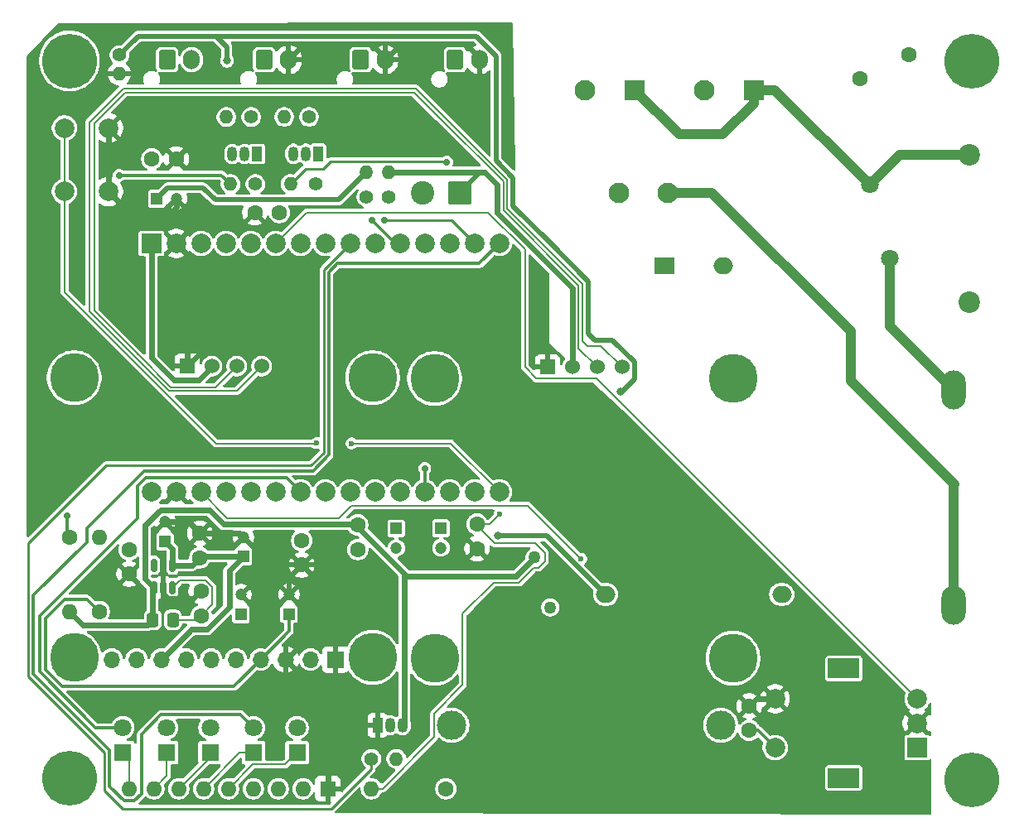
<source format=gbl>
%TF.GenerationSoftware,KiCad,Pcbnew,9.0.0*%
%TF.CreationDate,2026-01-24T21:54:57+01:00*%
%TF.ProjectId,MashMachine V2.0,4d617368-4d61-4636-9869-6e652056322e,rev?*%
%TF.SameCoordinates,Original*%
%TF.FileFunction,Copper,L2,Bot*%
%TF.FilePolarity,Positive*%
%FSLAX46Y46*%
G04 Gerber Fmt 4.6, Leading zero omitted, Abs format (unit mm)*
G04 Created by KiCad (PCBNEW 9.0.0) date 2026-01-24 21:54:57*
%MOMM*%
%LPD*%
G01*
G04 APERTURE LIST*
G04 Aperture macros list*
%AMRoundRect*
0 Rectangle with rounded corners*
0 $1 Rounding radius*
0 $2 $3 $4 $5 $6 $7 $8 $9 X,Y pos of 4 corners*
0 Add a 4 corners polygon primitive as box body*
4,1,4,$2,$3,$4,$5,$6,$7,$8,$9,$2,$3,0*
0 Add four circle primitives for the rounded corners*
1,1,$1+$1,$2,$3*
1,1,$1+$1,$4,$5*
1,1,$1+$1,$6,$7*
1,1,$1+$1,$8,$9*
0 Add four rect primitives between the rounded corners*
20,1,$1+$1,$2,$3,$4,$5,0*
20,1,$1+$1,$4,$5,$6,$7,0*
20,1,$1+$1,$6,$7,$8,$9,0*
20,1,$1+$1,$8,$9,$2,$3,0*%
G04 Aperture macros list end*
%TA.AperFunction,ComponentPad*%
%ADD10R,1.524000X1.524000*%
%TD*%
%TA.AperFunction,ComponentPad*%
%ADD11C,1.524000*%
%TD*%
%TA.AperFunction,ComponentPad*%
%ADD12C,5.000000*%
%TD*%
%TA.AperFunction,ComponentPad*%
%ADD13C,1.200000*%
%TD*%
%TA.AperFunction,ComponentPad*%
%ADD14R,1.200000X1.200000*%
%TD*%
%TA.AperFunction,ComponentPad*%
%ADD15O,1.400000X1.400000*%
%TD*%
%TA.AperFunction,ComponentPad*%
%ADD16C,1.400000*%
%TD*%
%TA.AperFunction,ComponentPad*%
%ADD17C,2.000000*%
%TD*%
%TA.AperFunction,ComponentPad*%
%ADD18RoundRect,0.250000X-0.600000X-0.750000X0.600000X-0.750000X0.600000X0.750000X-0.600000X0.750000X0*%
%TD*%
%TA.AperFunction,ComponentPad*%
%ADD19O,1.700000X2.000000*%
%TD*%
%TA.AperFunction,ComponentPad*%
%ADD20R,1.800000X1.800000*%
%TD*%
%TA.AperFunction,ComponentPad*%
%ADD21C,1.800000*%
%TD*%
%TA.AperFunction,ComponentPad*%
%ADD22C,5.600000*%
%TD*%
%TA.AperFunction,ComponentPad*%
%ADD23R,1.050000X1.500000*%
%TD*%
%TA.AperFunction,ComponentPad*%
%ADD24O,1.050000X1.500000*%
%TD*%
%TA.AperFunction,ComponentPad*%
%ADD25R,2.000000X2.000000*%
%TD*%
%TA.AperFunction,ComponentPad*%
%ADD26R,3.200000X2.000000*%
%TD*%
%TA.AperFunction,ComponentPad*%
%ADD27R,1.600000X1.600000*%
%TD*%
%TA.AperFunction,ComponentPad*%
%ADD28O,1.600000X1.600000*%
%TD*%
%TA.AperFunction,ComponentPad*%
%ADD29RoundRect,0.210000X0.840000X0.840000X-0.840000X0.840000X-0.840000X-0.840000X0.840000X-0.840000X0*%
%TD*%
%TA.AperFunction,ComponentPad*%
%ADD30C,2.100000*%
%TD*%
%TA.AperFunction,ComponentPad*%
%ADD31C,1.600000*%
%TD*%
%TA.AperFunction,ComponentPad*%
%ADD32C,3.000000*%
%TD*%
%TA.AperFunction,ComponentPad*%
%ADD33C,2.200000*%
%TD*%
%TA.AperFunction,SMDPad,CuDef*%
%ADD34RoundRect,0.250000X-0.337500X-0.475000X0.337500X-0.475000X0.337500X0.475000X-0.337500X0.475000X0*%
%TD*%
%TA.AperFunction,ComponentPad*%
%ADD35R,2.000000X1.700000*%
%TD*%
%TA.AperFunction,ComponentPad*%
%ADD36O,2.000000X1.700000*%
%TD*%
%TA.AperFunction,SMDPad,CuDef*%
%ADD37RoundRect,0.150000X0.150000X-0.512500X0.150000X0.512500X-0.150000X0.512500X-0.150000X-0.512500X0*%
%TD*%
%TA.AperFunction,ComponentPad*%
%ADD38O,2.500000X4.000000*%
%TD*%
%TA.AperFunction,ComponentPad*%
%ADD39C,1.270000*%
%TD*%
%TA.AperFunction,ComponentPad*%
%ADD40RoundRect,0.249600X-0.950400X-0.950400X0.950400X-0.950400X0.950400X0.950400X-0.950400X0.950400X0*%
%TD*%
%TA.AperFunction,ComponentPad*%
%ADD41C,2.400000*%
%TD*%
%TA.AperFunction,ComponentPad*%
%ADD42R,1.700000X1.700000*%
%TD*%
%TA.AperFunction,ComponentPad*%
%ADD43O,1.700000X1.700000*%
%TD*%
%TA.AperFunction,ViaPad*%
%ADD44C,0.600000*%
%TD*%
%TA.AperFunction,ViaPad*%
%ADD45C,0.700000*%
%TD*%
%TA.AperFunction,ViaPad*%
%ADD46C,0.800000*%
%TD*%
%TA.AperFunction,Conductor*%
%ADD47C,0.300000*%
%TD*%
%TA.AperFunction,Conductor*%
%ADD48C,0.500000*%
%TD*%
%TA.AperFunction,Conductor*%
%ADD49C,0.600000*%
%TD*%
%TA.AperFunction,Conductor*%
%ADD50C,0.200000*%
%TD*%
%TA.AperFunction,Conductor*%
%ADD51C,0.250000*%
%TD*%
%TA.AperFunction,Conductor*%
%ADD52C,1.000000*%
%TD*%
G04 APERTURE END LIST*
D10*
%TO.P,Brd1,1,GND*%
%TO.N,GND_DIG*%
X117428000Y-90270400D03*
D11*
%TO.P,Brd1,2,VCC*%
%TO.N,+3V3_DIG*%
X119968000Y-90270400D03*
%TO.P,Brd1,3,SCL*%
%TO.N,I2C_SCL*%
X122508000Y-90270400D03*
%TO.P,Brd1,4,SDA*%
%TO.N,I2C_SDA*%
X125048000Y-90270400D03*
D12*
%TO.P,Brd1,5*%
%TO.N,N/C*%
X105898000Y-91460400D03*
X105898000Y-120060400D03*
X136398000Y-91460400D03*
X136398000Y-120060400D03*
%TD*%
D13*
%TO.P,C18,2*%
%TO.N,GND_DIG*%
X127838200Y-113628200D03*
D14*
%TO.P,C18,1*%
%TO.N,MASH_TEMP_LP*%
X127838200Y-115628200D03*
%TD*%
D15*
%TO.P,R11,2*%
%TO.N,GND_PWR*%
X127355600Y-64770000D03*
D16*
%TO.P,R11,1*%
%TO.N,Net-(Q2-B)*%
X129895600Y-64770000D03*
%TD*%
%TO.P,R7,1*%
%TO.N,GND_PWR*%
X110515400Y-58450400D03*
D15*
%TO.P,R7,2*%
%TO.N,GND_DIG*%
X110515400Y-60350400D03*
%TD*%
D17*
%TO.P,SW2,1,1*%
%TO.N,Net-(U4-EN)*%
X104902000Y-72413000D03*
X104902000Y-65913000D03*
%TO.P,SW2,2,2*%
%TO.N,GND_DIG*%
X109402000Y-72413000D03*
X109402000Y-65913000D03*
%TD*%
D18*
%TO.P,J1,1,Pin_1*%
%TO.N,MASH_TEMP*%
X125318000Y-58928000D03*
D19*
%TO.P,J1,2,Pin_2*%
%TO.N,GND_DIG*%
X127818000Y-58928000D03*
%TD*%
D20*
%TO.P,DC1,1,K*%
%TO.N,Net-(DC1-K)*%
X110871000Y-129793999D03*
D21*
%TO.P,DC1,2,A*%
%TO.N,DC*%
X110871000Y-127253999D03*
%TD*%
D18*
%TO.P,J3,1,Pin_1*%
%TO.N,Alarm*%
X135168000Y-58928000D03*
D19*
%TO.P,J3,2,Pin_2*%
%TO.N,GND_DIG*%
X137668000Y-58928000D03*
%TD*%
D22*
%TO.P,H1,1*%
%TO.N,N/C*%
X197612000Y-59055000D03*
%TD*%
%TO.P,H3,1*%
%TO.N,N/C*%
X105460800Y-132435600D03*
%TD*%
D10*
%TO.P,Brd2,1,GND*%
%TO.N,GND_DIG*%
X154258000Y-90352000D03*
D11*
%TO.P,Brd2,2,VCC*%
%TO.N,+3V3_DIG*%
X156798000Y-90352000D03*
%TO.P,Brd2,3,SCL*%
%TO.N,I2C_SCL*%
X159338000Y-90352000D03*
%TO.P,Brd2,4,SDA*%
%TO.N,I2C_SDA*%
X161878000Y-90352000D03*
D12*
%TO.P,Brd2,5*%
%TO.N,N/C*%
X142728000Y-91542000D03*
X142728000Y-120142000D03*
X173228000Y-91542000D03*
X173228000Y-120142000D03*
%TD*%
D20*
%TO.P,LED1,1,K*%
%TO.N,Net-(LED1-K)*%
X119788000Y-129793998D03*
D21*
%TO.P,LED1,2,A*%
%TO.N,WifiLED*%
X119788000Y-127253998D03*
%TD*%
D18*
%TO.P,J4,1,Pin_1*%
%TO.N,waterDetection*%
X144820000Y-58928000D03*
D19*
%TO.P,J4,2,Pin_2*%
%TO.N,GND_DIG*%
X147320000Y-58928000D03*
%TD*%
D20*
%TO.P,LED3,1,K*%
%TO.N,Net-(LED3-K)*%
X128678000Y-129793998D03*
D21*
%TO.P,LED3,2,A*%
%TO.N,waterDetection*%
X128678000Y-127253998D03*
%TD*%
D23*
%TO.P,Air_temp1,1,GND*%
%TO.N,GND_DIG*%
X136906000Y-127000000D03*
D24*
%TO.P,Air_temp1,2,DQ*%
%TO.N,AirTempDS8B20*%
X138176000Y-127000000D03*
%TO.P,Air_temp1,3,VDD*%
%TO.N,+3V3_DIG*%
X139446000Y-127000000D03*
%TD*%
D25*
%TO.P,SW1,A,A*%
%TO.N,rotoryEncoderA*%
X192046000Y-129286000D03*
D17*
%TO.P,SW1,B,B*%
%TO.N,rotoryEncoderB*%
X192046000Y-124286000D03*
%TO.P,SW1,C,C*%
%TO.N,GND_DIG*%
X192046000Y-126786000D03*
D26*
%TO.P,SW1,MP*%
%TO.N,N/C*%
X184545999Y-132386000D03*
X184545999Y-121186000D03*
D17*
%TO.P,SW1,S1,S1*%
%TO.N,GND_DIG*%
X177546000Y-124286000D03*
%TO.P,SW1,S2,S2*%
%TO.N,confirmButton*%
X177546000Y-129286000D03*
%TD*%
D22*
%TO.P,H2,1*%
%TO.N,N/C*%
X105410000Y-59055000D03*
%TD*%
D27*
%TO.P,RN1,1,common*%
%TO.N,GND_DIG*%
X131826000Y-133477000D03*
D28*
%TO.P,RN1,2,R1*%
%TO.N,unconnected-(RN1-R1-Pad2)*%
X129286000Y-133477000D03*
%TO.P,RN1,3,R2*%
%TO.N,unconnected-(RN1-R2-Pad3)*%
X126746000Y-133477000D03*
%TO.P,RN1,4,R3*%
%TO.N,unconnected-(RN1-R3-Pad4)*%
X124206000Y-133477000D03*
%TO.P,RN1,5,R4*%
%TO.N,Net-(LED3-K)*%
X121666000Y-133477000D03*
%TO.P,RN1,6,R5*%
%TO.N,Net-(LED2-K)*%
X119126000Y-133477000D03*
%TO.P,RN1,7,R6*%
%TO.N,Net-(LED1-K)*%
X116586000Y-133477000D03*
%TO.P,RN1,8,R7*%
%TO.N,Net-(OnOff1-K)*%
X114046000Y-133477000D03*
%TO.P,RN1,9,R8*%
%TO.N,Net-(DC1-K)*%
X111506000Y-133477000D03*
%TD*%
D29*
%TO.P,J6,1,Pin_1*%
%TO.N,AC_N*%
X163169600Y-62026800D03*
D30*
%TO.P,J6,2,Pin_2*%
%TO.N,AC_L_PUMP*%
X158089600Y-62026800D03*
%TD*%
D29*
%TO.P,J2,1,Pin_1*%
%TO.N,AC_N*%
X175361600Y-62026800D03*
D30*
%TO.P,J2,2,Pin_2*%
%TO.N,AC_L*%
X170281600Y-62026800D03*
%TD*%
D18*
%TO.P,J5,1,Pin_1*%
%TO.N,+3V3_DIG*%
X115412000Y-58928000D03*
D19*
%TO.P,J5,2,Pin_2*%
%TO.N,Net-(J5-Pin_2)*%
X117912000Y-58928000D03*
%TD*%
D20*
%TO.P,OnOff1,1,K*%
%TO.N,Net-(OnOff1-K)*%
X115343001Y-129794000D03*
D21*
%TO.P,OnOff1,2,A*%
%TO.N,OnOffLED*%
X115343001Y-127254000D03*
%TD*%
D20*
%TO.P,LED2,1,K*%
%TO.N,Net-(LED2-K)*%
X124233000Y-129793998D03*
D21*
%TO.P,LED2,2,A*%
%TO.N,MqttLED*%
X124233000Y-127253998D03*
%TD*%
D22*
%TO.P,H4,1*%
%TO.N,N/C*%
X197662800Y-132588000D03*
%TD*%
D31*
%TO.P,C8,1*%
%TO.N,confirmButton*%
X174893999Y-127516001D03*
%TO.P,C8,2*%
%TO.N,GND_DIG*%
X174893999Y-125016001D03*
%TD*%
D16*
%TO.P,R10,1*%
%TO.N,Net-(Q2-B)*%
X130544500Y-71631500D03*
D15*
%TO.P,R10,2*%
%TO.N,PumpPin*%
X128004500Y-71631500D03*
%TD*%
D31*
%TO.P,R3,1*%
%TO.N,+3V3_DIG*%
X143891000Y-133477000D03*
D28*
%TO.P,R3,2*%
%TO.N,Net-(U4-EN)*%
X136271000Y-133477000D03*
%TD*%
D31*
%TO.P,C6,1*%
%TO.N,+3V3_ADC*%
X111506000Y-109026000D03*
%TO.P,C6,2*%
%TO.N,GND_DIG*%
X111506000Y-111526000D03*
%TD*%
D16*
%TO.P,R5,1*%
%TO.N,I2C_SDA*%
X135763000Y-72975000D03*
D15*
%TO.P,R5,2*%
%TO.N,+3V3_DIG*%
X135763000Y-70435000D03*
%TD*%
D32*
%TO.P,U3,1*%
%TO.N,N/C*%
X144488000Y-127000000D03*
%TO.P,U3,2*%
X171988000Y-127000000D03*
%TD*%
D14*
%TO.P,C16,1*%
%TO.N,+3V3_DIG*%
X143383000Y-106839000D03*
D13*
%TO.P,C16,2*%
%TO.N,GND_PWR*%
X143383000Y-108839000D03*
%TD*%
D21*
%TO.P,RV1,1*%
%TO.N,AC_L_FUSED*%
X189230000Y-79248000D03*
%TO.P,RV1,2*%
%TO.N,AC_N*%
X187230000Y-71747999D03*
%TD*%
D33*
%TO.P,C14,1*%
%TO.N,AC_L_PSU*%
X197358000Y-83700000D03*
%TO.P,C14,2*%
%TO.N,AC_N*%
X197358000Y-68700000D03*
%TD*%
D31*
%TO.P,C13,1*%
%TO.N,GND_DIG*%
X116332000Y-69088000D03*
%TO.P,C13,2*%
%TO.N,+3V3_DIG*%
X113832000Y-69088000D03*
%TD*%
D16*
%TO.P,R6,1*%
%TO.N,I2C_SCL*%
X138049000Y-72975000D03*
D15*
%TO.P,R6,2*%
%TO.N,+3V3_DIG*%
X138049000Y-70435000D03*
%TD*%
D16*
%TO.P,R8,1*%
%TO.N,Net-(Q1-B)*%
X124410000Y-71649000D03*
D15*
%TO.P,R8,2*%
%TO.N,DC*%
X121870000Y-71649000D03*
%TD*%
D23*
%TO.P,Q2,1,C*%
%TO.N,Net-(Q2-C)*%
X130848500Y-68562500D03*
D24*
%TO.P,Q2,2,B*%
%TO.N,Net-(Q2-B)*%
X129578500Y-68562500D03*
%TO.P,Q2,3,E*%
%TO.N,GND_PWR*%
X128308500Y-68562500D03*
%TD*%
D34*
%TO.P,FB1,1*%
%TO.N,+3V3_DIG*%
X113919000Y-116205001D03*
%TO.P,FB1,2*%
%TO.N,Net-(U1-IN)*%
X115994000Y-116205001D03*
%TD*%
D35*
%TO.P,PS1,1,AC/L*%
%TO.N,AC_L_PSU*%
X166207000Y-80011500D03*
D36*
%TO.P,PS1,2,AC/N*%
%TO.N,AC_N*%
X172207000Y-80011500D03*
%TO.P,PS1,3,-Vout*%
%TO.N,GND_PWR*%
X160207001Y-113611500D03*
%TO.P,PS1,4,+Vout*%
%TO.N,Net-(PS1-+Vout)*%
X178207000Y-113611500D03*
%TD*%
D14*
%TO.P,C7,1*%
%TO.N,+3V3_ADC*%
X123190000Y-109736000D03*
D13*
%TO.P,C7,2*%
%TO.N,GND_DIG*%
X123190000Y-107736000D03*
%TD*%
D16*
%TO.P,R9,1*%
%TO.N,Net-(Q1-B)*%
X123979000Y-64791000D03*
D15*
%TO.P,R9,2*%
%TO.N,GND_PWR*%
X121439000Y-64791000D03*
%TD*%
D31*
%TO.P,R2,1*%
%TO.N,MASH_TEMP_LP*%
X108458000Y-115356000D03*
D28*
%TO.P,R2,2*%
%TO.N,MASH_TEMP*%
X108458000Y-107736000D03*
%TD*%
D31*
%TO.P,C17,1*%
%TO.N,GND_PWR*%
X134874000Y-109016800D03*
%TO.P,C17,2*%
%TO.N,+3V3_DIG*%
X134874000Y-106516800D03*
%TD*%
%TO.P,TH1,1*%
%TO.N,AC_L_FUSED*%
X186171199Y-60889200D03*
%TO.P,TH1,2*%
%TO.N,AC_L_PSU*%
X191171199Y-58389200D03*
%TD*%
%TO.P,R1,1*%
%TO.N,MASH_TEMP*%
X105410000Y-107736000D03*
D28*
%TO.P,R1,2*%
%TO.N,+3V3_DIG*%
X105410000Y-115356000D03*
%TD*%
D16*
%TO.P,R4,1*%
%TO.N,AirTempDS8B20*%
X136271000Y-130429000D03*
D15*
%TO.P,R4,2*%
%TO.N,+3V3_DIG*%
X138811000Y-130429000D03*
%TD*%
D31*
%TO.P,C11,1*%
%TO.N,GND_DIG*%
X147066000Y-108926000D03*
%TO.P,C11,2*%
%TO.N,Net-(U4-EN)*%
X147066000Y-106426000D03*
%TD*%
D37*
%TO.P,U1,1,IN*%
%TO.N,Net-(U1-IN)*%
X115946001Y-112903000D03*
%TO.P,U1,2,GND*%
%TO.N,GND_DIG*%
X114996001Y-112903000D03*
%TO.P,U1,3,EN*%
%TO.N,+3V3_DIG*%
X114046001Y-112903000D03*
%TO.P,U1,4,NC*%
%TO.N,unconnected-(U1-NC-Pad4)*%
X114046001Y-110628000D03*
%TO.P,U1,5,OUT*%
%TO.N,+3V3_ADC*%
X115946001Y-110628000D03*
%TD*%
D14*
%TO.P,C1,1*%
%TO.N,Net-(U1-IN)*%
X122936000Y-115653601D03*
D13*
%TO.P,C1,2*%
%TO.N,GND_DIG*%
X122936000Y-113653601D03*
%TD*%
D38*
%TO.P,F1,1*%
%TO.N,AC_L_FUSED*%
X195783200Y-92710000D03*
%TO.P,F1,2*%
%TO.N,AC_L*%
X195783200Y-114710000D03*
%TD*%
D14*
%TO.P,C15,1*%
%TO.N,+3V3_DIG*%
X138811001Y-106871001D03*
D13*
%TO.P,C15,2*%
%TO.N,GND_PWR*%
X138811001Y-108871001D03*
%TD*%
D39*
%TO.P,F2,1*%
%TO.N,Net-(PS1-+Vout)*%
X154559000Y-114935000D03*
%TO.P,F2,2*%
%TO.N,+3V3_DIG*%
X152959000Y-109834999D03*
%TD*%
D14*
%TO.P,C12,1*%
%TO.N,+3V3_DIG*%
X114343400Y-73152000D03*
D13*
%TO.P,C12,2*%
%TO.N,GND_DIG*%
X116343400Y-73152000D03*
%TD*%
D31*
%TO.P,C4,1*%
%TO.N,rotoryEncoderB*%
X126853000Y-74549000D03*
%TO.P,C4,2*%
%TO.N,GND_DIG*%
X124353000Y-74549000D03*
%TD*%
%TO.P,C9,1*%
%TO.N,+3V3_ADC*%
X118745000Y-109855000D03*
%TO.P,C9,2*%
%TO.N,GND_DIG*%
X118745000Y-107355000D03*
%TD*%
D25*
%TO.P,U4,1,3V3*%
%TO.N,+3V3_DIG*%
X113792000Y-77724000D03*
D17*
%TO.P,U4,2,GND*%
%TO.N,GND_DIG*%
X116332000Y-77723999D03*
%TO.P,U4,3,D15*%
%TO.N,unconnected-(U4-D15-Pad3)*%
X118872000Y-77724000D03*
%TO.P,U4,4,D2*%
%TO.N,unconnected-(U4-D2-Pad4)*%
X121412000Y-77723999D03*
%TO.P,U4,5,D4*%
%TO.N,unconnected-(U4-D4-Pad5)*%
X123952000Y-77724000D03*
%TO.P,U4,6,RX2*%
%TO.N,rotoryEncoderB*%
X126492000Y-77723999D03*
%TO.P,U4,7,TX2*%
%TO.N,WifiLED*%
X129032000Y-77724000D03*
%TO.P,U4,8,D5*%
%TO.N,unconnected-(U4-D5-Pad8)*%
X131572001Y-77724000D03*
%TO.P,U4,9,D18*%
%TO.N,AirTempDS8B20*%
X134112000Y-77724000D03*
%TO.P,U4,10,D19*%
%TO.N,Alarm*%
X136652001Y-77724000D03*
%TO.P,U4,11,D21*%
%TO.N,I2C_SDA*%
X139192000Y-77724000D03*
%TO.P,U4,12,RX0*%
%TO.N,unconnected-(U4-RX0-Pad12)*%
X141732000Y-77723999D03*
%TO.P,U4,13,TX0*%
%TO.N,unconnected-(U4-TX0-Pad13)*%
X144272000Y-77724000D03*
%TO.P,U4,14,D22*%
%TO.N,I2C_SCL*%
X146812000Y-77724000D03*
%TO.P,U4,15,D23*%
%TO.N,MqttLED*%
X149352000Y-77724000D03*
%TO.P,U4,16,EN*%
%TO.N,Net-(U4-EN)*%
X149352000Y-103124000D03*
%TO.P,U4,17,VP*%
%TO.N,unconnected-(U4-VP-Pad17)*%
X146812000Y-103124000D03*
%TO.P,U4,18,VN*%
%TO.N,unconnected-(U4-VN-Pad18)*%
X144272000Y-103124000D03*
%TO.P,U4,19,D34*%
%TO.N,waterDetection*%
X141732000Y-103124001D03*
%TO.P,U4,20,D35*%
%TO.N,unconnected-(U4-D35-Pad20)*%
X139192000Y-103124000D03*
%TO.P,U4,21,D32*%
%TO.N,unconnected-(U4-D32-Pad21)*%
X136652000Y-103124001D03*
%TO.P,U4,22,D33*%
%TO.N,unconnected-(U4-D33-Pad22)*%
X134112000Y-103124000D03*
%TO.P,U4,23,D25*%
%TO.N,confirmButton*%
X131572000Y-103124001D03*
%TO.P,U4,24,D26*%
%TO.N,DC*%
X129032000Y-103124000D03*
%TO.P,U4,25,D27*%
%TO.N,PumpPin*%
X126491999Y-103124000D03*
%TO.P,U4,26,D14*%
%TO.N,OnOffLED*%
X123952000Y-103124000D03*
%TO.P,U4,27,D12*%
%TO.N,unconnected-(U4-D12-Pad27)*%
X121411999Y-103124000D03*
%TO.P,U4,28,D13*%
%TO.N,rotoryEncoderA*%
X118872000Y-103124000D03*
%TO.P,U4,29,GND*%
%TO.N,GND_DIG*%
X116331999Y-103124000D03*
%TO.P,U4,30,VIN*%
%TO.N,unconnected-(U4-VIN-Pad30)*%
X113792000Y-103124000D03*
%TD*%
D23*
%TO.P,Q1,1,C*%
%TO.N,Net-(J5-Pin_2)*%
X124587000Y-68580000D03*
D24*
%TO.P,Q1,2,B*%
%TO.N,Net-(Q1-B)*%
X123317000Y-68580000D03*
%TO.P,Q1,3,E*%
%TO.N,GND_PWR*%
X122047000Y-68580000D03*
%TD*%
D14*
%TO.P,C10,1*%
%TO.N,+3V3_ADC*%
X115189000Y-108200600D03*
D13*
%TO.P,C10,2*%
%TO.N,GND_DIG*%
X115189000Y-106200600D03*
%TD*%
D31*
%TO.P,C2,1*%
%TO.N,Net-(U1-IN)*%
X118872000Y-115804000D03*
%TO.P,C2,2*%
%TO.N,GND_DIG*%
X118872000Y-113304000D03*
%TD*%
D30*
%TO.P,U5,11*%
%TO.N,AC_L_PUMP*%
X161532001Y-72531499D03*
%TO.P,U5,14*%
%TO.N,AC_L*%
X166532001Y-72531499D03*
D40*
%TO.P,U5,A1*%
%TO.N,+3V3_DIG*%
X145282001Y-72531499D03*
D41*
%TO.P,U5,A2*%
%TO.N,Net-(Q2-C)*%
X141532001Y-72531499D03*
%TD*%
D31*
%TO.P,C3,1*%
%TO.N,rotoryEncoderA*%
X129159000Y-108097000D03*
%TO.P,C3,2*%
%TO.N,GND_DIG*%
X129159000Y-110597000D03*
%TD*%
D42*
%TO.P,U2,1,ADDR*%
%TO.N,GND_DIG*%
X132588000Y-120269000D03*
D43*
%TO.P,U2,2,ALERT/RDY*%
%TO.N,unconnected-(U2-ALERT{slash}RDY-Pad2)*%
X130048000Y-120269000D03*
%TO.P,U2,3,GND*%
%TO.N,GND_DIG*%
X127508000Y-120269000D03*
%TO.P,U2,4,AIN0*%
%TO.N,MASH_TEMP_LP*%
X124968000Y-120269000D03*
%TO.P,U2,5,AIN1*%
%TO.N,unconnected-(U2-AIN1-Pad5)*%
X122428000Y-120269000D03*
%TO.P,U2,6,AIN2*%
%TO.N,unconnected-(U2-AIN2-Pad6)*%
X119888000Y-120269000D03*
%TO.P,U2,7,AIN3*%
%TO.N,unconnected-(U2-AIN3-Pad7)*%
X117348000Y-120269000D03*
%TO.P,U2,8,VDD*%
%TO.N,+3V3_ADC*%
X114808000Y-120269000D03*
%TO.P,U2,9,SDA*%
%TO.N,I2C_SDA*%
X112268000Y-120269000D03*
%TO.P,U2,10,SCL*%
%TO.N,I2C_SCL*%
X109728000Y-120269000D03*
%TD*%
D44*
%TO.N,rotoryEncoderA*%
X157708736Y-109981864D03*
D45*
%TO.N,DC*%
X110490000Y-70739000D03*
D44*
%TO.N,GND_DIG*%
X147929600Y-116586000D03*
X111607600Y-114350800D03*
D46*
X138277600Y-112801400D03*
X124841000Y-88265000D03*
D45*
%TO.N,PumpPin*%
X143967200Y-69392800D03*
%TO.N,waterDetection*%
X141732000Y-100711000D03*
D44*
%TO.N,Net-(U4-EN)*%
X149352000Y-105410000D03*
X130657600Y-98145600D03*
X134239000Y-98171000D03*
D45*
%TO.N,I2C_SDA*%
X136347200Y-75387200D03*
%TO.N,I2C_SCL*%
X137566400Y-75387200D03*
%TO.N,MASH_TEMP*%
X105156000Y-105537000D03*
D46*
%TO.N,GND_PWR*%
X149179307Y-107640093D03*
X161747200Y-92913200D03*
X121513600Y-59029600D03*
%TD*%
D47*
%TO.N,MASH_TEMP_LP*%
X127838200Y-117348000D02*
X127838200Y-115628200D01*
X127863600Y-117373400D02*
X127838200Y-117348000D01*
D48*
%TO.N,GND_DIG*%
X127863600Y-111892400D02*
X129159000Y-110597000D01*
X127863600Y-113653600D02*
X127863600Y-111892400D01*
D47*
%TO.N,MASH_TEMP_LP*%
X124968000Y-120269000D02*
X127863600Y-117373400D01*
D49*
%TO.N,GND_DIG*%
X131572000Y-113010000D02*
X129159000Y-110597000D01*
X131572000Y-116205000D02*
X131572000Y-113010000D01*
X127508000Y-120269000D02*
X131572000Y-116205000D01*
D48*
X126051000Y-110597000D02*
X123190000Y-107736000D01*
X129159000Y-110597000D02*
X126051000Y-110597000D01*
D50*
%TO.N,rotoryEncoderA*%
X121551000Y-105803000D02*
X118872000Y-103124000D01*
X132969000Y-105803000D02*
X121551000Y-105803000D01*
X134247000Y-104525000D02*
X132969000Y-105803000D01*
X192411999Y-129286001D02*
X192046000Y-129286000D01*
X152251872Y-104525000D02*
X157708736Y-109981864D01*
X134247000Y-104525000D02*
X152251872Y-104525000D01*
%TO.N,Net-(LED1-K)*%
X116586000Y-133477000D02*
X119788001Y-130275000D01*
X119788001Y-130275000D02*
X119788000Y-129793998D01*
%TO.N,Net-(LED2-K)*%
X119126000Y-133476999D02*
X122809001Y-129793998D01*
X122809001Y-129793998D02*
X124233000Y-129793998D01*
%TO.N,rotoryEncoderB*%
X129666999Y-74549000D02*
X126492000Y-77723999D01*
X148158314Y-74549000D02*
X129666999Y-74549000D01*
X151955000Y-90375000D02*
X151955000Y-78345686D01*
X151955000Y-78345686D02*
X148158314Y-74549000D01*
X151955000Y-90375000D02*
X153095000Y-91515000D01*
X153095000Y-91515000D02*
X159275000Y-91515000D01*
X159275000Y-91515000D02*
X192046000Y-124286000D01*
D47*
%TO.N,DC*%
X112341000Y-102522976D02*
X113190976Y-101673000D01*
X102346000Y-121531687D02*
X102346000Y-115800876D01*
X110490000Y-70739000D02*
X120960000Y-70739000D01*
X110871000Y-127253999D02*
X108068312Y-127253999D01*
X108068312Y-127253999D02*
X102346000Y-121531687D01*
X120960000Y-70739000D02*
X121870000Y-71649000D01*
X112341000Y-105805876D02*
X112341000Y-102522976D01*
X127581000Y-101673000D02*
X129032000Y-103124000D01*
X113190976Y-101673000D02*
X127581000Y-101673000D01*
X102346000Y-115800876D02*
X112341000Y-105805876D01*
D51*
%TO.N,AirTempDS8B20*%
X131390562Y-99132562D02*
X131390562Y-80445438D01*
X136271000Y-131445000D02*
X132206000Y-135510000D01*
X132206000Y-135510000D02*
X110827457Y-135510000D01*
X101219000Y-121998505D02*
X101219000Y-108376570D01*
X101219000Y-108376570D02*
X109156570Y-100439000D01*
X109156570Y-100439000D02*
X130084124Y-100439000D01*
X105180248Y-125959752D02*
X105053247Y-125832752D01*
X131390562Y-80445438D02*
X134112000Y-77724000D01*
X108967000Y-129746505D02*
X105180248Y-125959752D01*
X105180248Y-125959752D02*
X101219000Y-121998505D01*
X136271000Y-130429000D02*
X136271000Y-131445000D01*
X108967000Y-133649543D02*
X108967000Y-129746505D01*
X110827457Y-135510000D02*
X108967000Y-133649543D01*
X130084124Y-100439000D02*
X131390562Y-99132562D01*
D50*
%TO.N,Net-(LED3-K)*%
X127477000Y-130994999D02*
X124148001Y-130994999D01*
X128678000Y-129793998D02*
X127477000Y-130994999D01*
X124148001Y-130994999D02*
X121666000Y-133477000D01*
D49*
%TO.N,GND_DIG*%
X124841000Y-88265000D02*
X119433400Y-88265000D01*
D48*
X135793800Y-110597000D02*
X129159000Y-110597000D01*
D49*
X109402000Y-65913000D02*
X109402000Y-72413000D01*
X117590600Y-106200599D02*
X115189000Y-106200600D01*
X177546000Y-124286000D02*
X175623999Y-124285999D01*
D48*
X118109500Y-114066500D02*
X118872000Y-113304000D01*
X138277600Y-112801400D02*
X137998200Y-112801400D01*
D49*
X123114399Y-113832000D02*
X122936000Y-113653601D01*
X111966500Y-74977500D02*
X115366428Y-74977500D01*
X111966500Y-74977500D02*
X109402000Y-72413000D01*
X117428000Y-78819999D02*
X117428000Y-90352000D01*
X131826000Y-124587000D02*
X127508000Y-120269000D01*
X175623999Y-124285999D02*
X174893999Y-125016000D01*
D48*
X137998200Y-112801400D02*
X135793800Y-110597000D01*
X115522191Y-114066500D02*
X118109500Y-114066500D01*
D49*
X145869000Y-57327000D02*
X139269000Y-57327000D01*
X139269000Y-57327000D02*
X137668000Y-58928000D01*
X119433400Y-88265000D02*
X119230200Y-88468200D01*
X137668000Y-58778000D02*
X137668000Y-58928000D01*
X118745000Y-107355000D02*
X117590600Y-106200599D01*
X131826000Y-133477000D02*
X131826000Y-124587000D01*
X147320000Y-58778000D02*
X145869000Y-57327000D01*
X116332000Y-77723999D02*
X117428000Y-78819999D01*
X129419000Y-57327000D02*
X136217000Y-57327000D01*
X127818000Y-58928000D02*
X129419000Y-57327000D01*
X122809000Y-107355000D02*
X123190000Y-107736000D01*
D48*
X114996001Y-112903000D02*
X114996001Y-113540310D01*
D49*
X116343400Y-74000528D02*
X116343400Y-73152000D01*
X147320000Y-58928000D02*
X147320000Y-58778000D01*
X136217000Y-57327000D02*
X137668000Y-58778000D01*
X192332000Y-126500000D02*
X192046000Y-126785999D01*
X115366428Y-74977500D02*
X116343400Y-74000528D01*
D48*
X114996001Y-113540310D02*
X115522191Y-114066500D01*
D49*
X119230200Y-88468200D02*
X117428000Y-90270400D01*
X118745000Y-107355000D02*
X122809000Y-107355000D01*
D51*
%TO.N,PumpPin*%
X143933400Y-69359000D02*
X132079000Y-69359000D01*
X131334000Y-70104000D02*
X129532000Y-70104000D01*
X143967200Y-69392800D02*
X143933400Y-69359000D01*
X129532000Y-70104000D02*
X128004500Y-71631500D01*
X132079000Y-69359000D02*
X131334000Y-70104000D01*
D52*
%TO.N,AC_N*%
X163169600Y-62026800D02*
X167720600Y-66577800D01*
X187230000Y-71747999D02*
X177508801Y-62026800D01*
X175361600Y-63382886D02*
X175361600Y-62026800D01*
X197358000Y-68700000D02*
X190277999Y-68700000D01*
X177508801Y-62026800D02*
X175361600Y-62026800D01*
X167720600Y-66577800D02*
X172166686Y-66577800D01*
X190277999Y-68700000D02*
X187230000Y-71747999D01*
X172166686Y-66577800D02*
X175361600Y-63382886D01*
D47*
%TO.N,MqttLED*%
X112757000Y-133995182D02*
X112024182Y-134728000D01*
X132794838Y-79785038D02*
X147290962Y-79785038D01*
X109520000Y-129555629D02*
X101745000Y-121780629D01*
X122882000Y-125902998D02*
X114762001Y-125902998D01*
X113049034Y-100965000D02*
X130302000Y-100965000D01*
X101745000Y-121780629D02*
X101745000Y-113716182D01*
X107207000Y-106807034D02*
X113049034Y-100965000D01*
X124233000Y-127253998D02*
X122882000Y-125902998D01*
X109520000Y-133260182D02*
X109520000Y-129555629D01*
X131916562Y-80663314D02*
X132794838Y-79785038D01*
X130302000Y-100965000D02*
X131916562Y-99350438D01*
X112757000Y-127907999D02*
X112757000Y-133995182D01*
X112024182Y-134728000D02*
X110987818Y-134728000D01*
X110987818Y-134728000D02*
X109520000Y-133260182D01*
X114762001Y-125902998D02*
X112757000Y-127907999D01*
X131916562Y-99350438D02*
X131916562Y-80663314D01*
X101745000Y-113716182D02*
X107207000Y-108254182D01*
X107207000Y-108254182D02*
X107207000Y-106807034D01*
X147290962Y-79785038D02*
X149352000Y-77724000D01*
D50*
%TO.N,Net-(DC1-K)*%
X111506000Y-130428999D02*
X110871000Y-129793999D01*
X111506000Y-133477000D02*
X111506000Y-130428999D01*
D47*
%TO.N,waterDetection*%
X141732000Y-100711000D02*
X141732000Y-103124001D01*
%TO.N,confirmButton*%
X177546000Y-129286000D02*
X175776000Y-127516000D01*
X175776000Y-127516000D02*
X174893999Y-127516001D01*
D52*
%TO.N,AC_L*%
X166532001Y-72531499D02*
X171030242Y-72531499D01*
X195783200Y-102412800D02*
X195783200Y-114710000D01*
X195834000Y-102362000D02*
X195783200Y-102412800D01*
X185229001Y-91757001D02*
X195834000Y-102362000D01*
X185229001Y-86730258D02*
X185229001Y-91757001D01*
X171030242Y-72531499D02*
X185229001Y-86730258D01*
D50*
%TO.N,Net-(U1-IN)*%
X119348760Y-112153000D02*
X120023000Y-112827240D01*
X122785601Y-115804000D02*
X122936000Y-115653601D01*
X116696001Y-112153000D02*
X119348760Y-112153000D01*
X115946001Y-116157002D02*
X115994000Y-116205001D01*
X115994000Y-116205001D02*
X118470999Y-116205001D01*
X115946001Y-112903000D02*
X116696001Y-112153000D01*
X118470999Y-116205001D02*
X118872000Y-115804000D01*
X120023000Y-112827240D02*
X120023000Y-114653000D01*
X120023000Y-114653000D02*
X118872000Y-115804000D01*
%TO.N,Net-(U4-EN)*%
X149352000Y-103124000D02*
X144399000Y-98171000D01*
X152979513Y-108390386D02*
X153995000Y-109405873D01*
X130632200Y-98171000D02*
X120395436Y-98171000D01*
X152843654Y-110870999D02*
X151303652Y-112411000D01*
X136271000Y-133477000D02*
X137402370Y-133477000D01*
X145592800Y-115586000D02*
X145592800Y-122885200D01*
X142687000Y-125791000D02*
X145592800Y-122885200D01*
X137402370Y-133477000D02*
X142687000Y-128192370D01*
X147066000Y-106426000D02*
X147066000Y-106587447D01*
X148767800Y-112411000D02*
X145592800Y-115586000D01*
X153995000Y-109405873D02*
X153995000Y-110264125D01*
X151303652Y-112411000D02*
X148767800Y-112411000D01*
X104902000Y-82677564D02*
X104902000Y-72413000D01*
X130657600Y-98145600D02*
X130632200Y-98171000D01*
X120395436Y-98171000D02*
X104902000Y-82677564D01*
X147066000Y-106587447D02*
X148868939Y-108390386D01*
X148336000Y-106426000D02*
X149352000Y-105410000D01*
X153995000Y-110264125D02*
X153388126Y-110870999D01*
X144399000Y-98171000D02*
X134239000Y-98171000D01*
X104902000Y-72413000D02*
X104902000Y-65913000D01*
X142687000Y-128192370D02*
X142687000Y-125791000D01*
X147066000Y-106426000D02*
X148336000Y-106426000D01*
X153388126Y-110870999D02*
X152843654Y-110870999D01*
X148868939Y-108390386D02*
X152979513Y-108390386D01*
D49*
%TO.N,+3V3_DIG*%
X113919000Y-113030001D02*
X114046001Y-112903000D01*
D48*
X147378500Y-70435000D02*
X147861600Y-70435000D01*
D49*
X156798000Y-82268032D02*
X149101184Y-74571216D01*
X119709436Y-104952800D02*
X121210636Y-106454000D01*
D48*
X132950000Y-73248000D02*
X120288800Y-73248000D01*
D49*
X113145001Y-106546128D02*
X114738329Y-104952800D01*
D48*
X120288800Y-73248000D02*
X119075200Y-72034400D01*
D49*
X114738329Y-104952800D02*
X119709436Y-104952800D01*
X106811000Y-116757000D02*
X105410000Y-115356000D01*
X149101184Y-74571216D02*
X149101184Y-71674584D01*
D48*
X135763000Y-70435000D02*
X132950000Y-73248000D01*
D49*
X147861600Y-70435000D02*
X138049000Y-70435000D01*
X113145001Y-112002000D02*
X113145001Y-106546128D01*
X149101184Y-71674584D02*
X147861600Y-70435000D01*
X121210636Y-106454000D02*
X134811200Y-106454000D01*
X113367001Y-116757000D02*
X106811000Y-116757000D01*
X134811200Y-106454000D02*
X134874000Y-106516800D01*
X152959000Y-109834999D02*
X151033999Y-111760000D01*
X139627000Y-126819000D02*
X139627000Y-111484999D01*
X116065000Y-91715000D02*
X113792000Y-89442000D01*
X119968000Y-90352000D02*
X118605000Y-91715000D01*
X113919000Y-116205001D02*
X113919000Y-113030001D01*
X139627000Y-111484999D02*
X134747001Y-106605000D01*
X156798000Y-90352000D02*
X156798000Y-82268032D01*
X114046001Y-112903000D02*
X113145001Y-112002000D01*
X139446000Y-127000000D02*
X139627000Y-126819000D01*
X113792000Y-89442000D02*
X113792000Y-77724000D01*
X151033999Y-111760000D02*
X139902001Y-111760000D01*
X139902001Y-111760000D02*
X139627000Y-111484999D01*
D48*
X145282001Y-72531499D02*
X147378500Y-70435000D01*
D49*
X113919000Y-116205001D02*
X113367001Y-116757000D01*
D48*
X119075200Y-72034400D02*
X115461000Y-72034400D01*
X115461000Y-72034400D02*
X114343400Y-73152000D01*
D49*
X118605000Y-91715000D02*
X116065000Y-91715000D01*
D50*
%TO.N,I2C_SDA*%
X140793354Y-61879000D02*
X110908900Y-61879000D01*
X157850000Y-81832278D02*
X150153184Y-74135462D01*
X107442000Y-84650464D02*
X115608536Y-92817000D01*
X150153184Y-74135462D02*
X150153184Y-71238830D01*
X110908900Y-61879000D02*
X107442000Y-65345900D01*
X143787677Y-64873323D02*
X143366353Y-64452000D01*
X115608536Y-92817000D02*
X122501400Y-92817000D01*
X122501400Y-92817000D02*
X125048000Y-90270400D01*
X161878000Y-90352000D02*
X159740200Y-88214200D01*
X107442000Y-65345900D02*
X107442000Y-84650464D01*
D51*
X138684000Y-77724000D02*
X139192000Y-77724000D01*
D50*
X143787677Y-64873323D02*
X140793354Y-61879000D01*
X157850000Y-87720600D02*
X157850000Y-81832278D01*
X150153184Y-71238830D02*
X143787677Y-64873323D01*
D51*
X136347200Y-75387200D02*
X138684000Y-77724000D01*
D50*
X159740200Y-88214200D02*
X158343600Y-88214200D01*
X158343600Y-88214200D02*
X157850000Y-87720600D01*
%TO.N,I2C_SCL*%
X149752184Y-71404930D02*
X149752184Y-74301562D01*
D51*
X137566400Y-75387200D02*
X144475200Y-75387200D01*
X144475200Y-75387200D02*
X146812000Y-77724000D01*
D50*
X112453818Y-89095182D02*
X107950000Y-84591364D01*
X143200253Y-64853000D02*
X149752184Y-71404930D01*
X120362400Y-92416000D02*
X115774636Y-92416000D01*
X149752184Y-74301562D02*
X157449000Y-81998378D01*
X111075000Y-62280000D02*
X111134100Y-62280000D01*
X157449000Y-81998378D02*
X157449000Y-88463000D01*
X122508000Y-90270400D02*
X120362400Y-92416000D01*
X139700000Y-62280000D02*
X115697000Y-62280000D01*
X115697000Y-62280000D02*
X111134100Y-62280000D01*
X143200253Y-64853000D02*
X140627253Y-62280000D01*
X107950000Y-84591364D02*
X107950000Y-65405000D01*
X157449000Y-88463000D02*
X159338000Y-90352000D01*
X115774636Y-92416000D02*
X112453818Y-89095182D01*
X112453818Y-89095182D02*
X112391000Y-89032364D01*
X140627253Y-62280000D02*
X139700000Y-62280000D01*
X107950000Y-65405000D02*
X111075000Y-62280000D01*
D47*
%TO.N,MASH_TEMP_LP*%
X104675655Y-123011400D02*
X102947000Y-121282745D01*
X124968000Y-120269000D02*
X122225600Y-123011400D01*
X107207000Y-114105000D02*
X108458000Y-115356000D01*
X102947000Y-121282745D02*
X102947000Y-116049818D01*
X104891818Y-114105000D02*
X107207000Y-114105000D01*
X102947000Y-116049818D02*
X104891818Y-114105000D01*
X122225600Y-123011400D02*
X104675655Y-123011400D01*
D49*
%TO.N,+3V3_ADC*%
X118864000Y-109736000D02*
X118745000Y-109855000D01*
X117972001Y-110628000D02*
X118745000Y-109855000D01*
X119452314Y-117205000D02*
X121735000Y-114922314D01*
X114808000Y-120269000D02*
X117872000Y-117205000D01*
X121735000Y-111191000D02*
X123190000Y-109736000D01*
X115946000Y-110628000D02*
X117972001Y-110628000D01*
X121735000Y-114922314D02*
X121735000Y-111191000D01*
X115946000Y-108957600D02*
X115189000Y-108200600D01*
X117872000Y-117205000D02*
X119452314Y-117205000D01*
X123190000Y-109736000D02*
X118864000Y-109736000D01*
X115946000Y-110628000D02*
X115946000Y-108957600D01*
D52*
%TO.N,AC_L_FUSED*%
X195783200Y-92710000D02*
X189230000Y-86156800D01*
X189230000Y-86156800D02*
X189230000Y-79248000D01*
D47*
%TO.N,MASH_TEMP*%
X105156000Y-107482000D02*
X105410000Y-107736000D01*
X105156000Y-105537000D02*
X105156000Y-107482000D01*
D50*
%TO.N,Net-(OnOff1-K)*%
X115343001Y-129794000D02*
X115343000Y-132179999D01*
X115343000Y-132179999D02*
X114046000Y-133476999D01*
D48*
%TO.N,GND_PWR*%
X149021800Y-58569197D02*
X149021800Y-65582800D01*
X159486600Y-87613200D02*
X160925352Y-87613200D01*
X158451000Y-81583336D02*
X158451000Y-84099400D01*
X161798000Y-92964000D02*
X161747200Y-92913200D01*
X149179307Y-107640093D02*
X154235594Y-107640093D01*
X149021800Y-69257504D02*
X150754184Y-70989888D01*
X110515400Y-58450400D02*
X112439800Y-56526000D01*
X163141000Y-89828848D02*
X163141000Y-91621000D01*
X158451000Y-86950000D02*
X159114200Y-87613200D01*
X150754184Y-70989888D02*
X150754184Y-73886520D01*
X121513600Y-57643600D02*
X120396000Y-56526000D01*
X121513600Y-59029600D02*
X121513600Y-57643600D01*
X160925352Y-87613200D02*
X163141000Y-89828848D01*
X146978603Y-56526000D02*
X149021800Y-58569197D01*
X154422932Y-77555268D02*
X158451000Y-81583336D01*
X158451000Y-84099400D02*
X158451000Y-86950000D01*
X159114200Y-87613200D02*
X159486600Y-87613200D01*
X163141000Y-91621000D02*
X161798000Y-92964000D01*
X120396000Y-56526000D02*
X146978603Y-56526000D01*
X154235594Y-107640093D02*
X160207001Y-113611500D01*
X150754184Y-73886520D02*
X154422932Y-77555268D01*
X112439800Y-56526000D02*
X120396000Y-56526000D01*
X149021800Y-65582800D02*
X149021800Y-69257504D01*
%TD*%
%TA.AperFunction,Conductor*%
%TO.N,GND_DIG*%
G36*
X150803171Y-77780516D02*
G01*
X150854222Y-77811301D01*
X151518181Y-78475260D01*
X151551666Y-78536583D01*
X151554500Y-78562941D01*
X151554500Y-90427726D01*
X151581793Y-90529589D01*
X151602360Y-90565211D01*
X151634520Y-90620913D01*
X152774519Y-91760912D01*
X152774520Y-91760913D01*
X152849087Y-91835480D01*
X152940413Y-91888207D01*
X153042273Y-91915500D01*
X158778873Y-91915500D01*
X158845912Y-91935185D01*
X158861798Y-91947307D01*
X160736367Y-93633461D01*
X161636340Y-94442977D01*
X161641095Y-94447488D01*
X190824199Y-123630591D01*
X190857684Y-123691914D01*
X190852700Y-123761606D01*
X190847005Y-123774563D01*
X190840778Y-123786783D01*
X190777523Y-123981461D01*
X190777523Y-123981464D01*
X190745500Y-124183648D01*
X190745500Y-124388351D01*
X190777522Y-124590534D01*
X190840781Y-124785223D01*
X190879801Y-124861802D01*
X190931537Y-124963340D01*
X190933715Y-124967613D01*
X191054028Y-125133213D01*
X191198784Y-125277969D01*
X191246152Y-125312383D01*
X191288819Y-125367713D01*
X191294798Y-125437326D01*
X191262193Y-125499121D01*
X191246153Y-125513020D01*
X191176894Y-125563339D01*
X191176894Y-125563340D01*
X191916591Y-126303037D01*
X191853007Y-126320075D01*
X191738993Y-126385901D01*
X191645901Y-126478993D01*
X191580075Y-126593007D01*
X191563037Y-126656590D01*
X190823340Y-125916894D01*
X190763084Y-125999830D01*
X190655897Y-126210197D01*
X190582934Y-126434752D01*
X190546000Y-126667947D01*
X190546000Y-126904052D01*
X190582934Y-127137247D01*
X190655897Y-127361802D01*
X190763087Y-127572174D01*
X190823338Y-127655104D01*
X190823340Y-127655105D01*
X191563037Y-126915408D01*
X191580075Y-126978993D01*
X191645901Y-127093007D01*
X191738993Y-127186099D01*
X191853007Y-127251925D01*
X191916591Y-127268962D01*
X191236371Y-127949181D01*
X191175048Y-127982666D01*
X191148691Y-127985500D01*
X191001143Y-127985500D01*
X191001118Y-127985502D01*
X190976011Y-127988414D01*
X190976008Y-127988415D01*
X190873235Y-128033793D01*
X190793794Y-128113234D01*
X190748415Y-128216006D01*
X190748415Y-128216008D01*
X190745500Y-128241131D01*
X190745500Y-130330856D01*
X190745502Y-130330882D01*
X190748413Y-130355987D01*
X190748415Y-130355991D01*
X190793793Y-130458764D01*
X190793794Y-130458765D01*
X190873235Y-130538206D01*
X190976009Y-130583585D01*
X191001135Y-130586500D01*
X193090864Y-130586499D01*
X193090879Y-130586497D01*
X193090882Y-130586497D01*
X193115987Y-130583586D01*
X193115988Y-130583585D01*
X193115991Y-130583585D01*
X193218765Y-130538206D01*
X193285519Y-130471452D01*
X193346842Y-130437967D01*
X193416534Y-130442951D01*
X193472467Y-130484823D01*
X193496884Y-130550287D01*
X193497200Y-130559133D01*
X193497200Y-136012211D01*
X193477515Y-136079250D01*
X193424711Y-136125005D01*
X193372871Y-136136211D01*
X132641659Y-135975120D01*
X132574672Y-135955257D01*
X132529057Y-135902332D01*
X132519297Y-135833147D01*
X132548491Y-135769669D01*
X132554279Y-135763468D01*
X134958819Y-133358927D01*
X135020142Y-133325443D01*
X135089834Y-133330427D01*
X135145767Y-133372299D01*
X135170184Y-133437763D01*
X135170500Y-133446609D01*
X135170500Y-133563610D01*
X135192982Y-133705561D01*
X135197598Y-133734701D01*
X135243996Y-133877499D01*
X135251128Y-133899447D01*
X135329737Y-134053728D01*
X135329768Y-134053788D01*
X135431586Y-134193928D01*
X135554072Y-134316414D01*
X135694212Y-134418232D01*
X135848555Y-134496873D01*
X136013299Y-134550402D01*
X136184389Y-134577500D01*
X136184390Y-134577500D01*
X136357610Y-134577500D01*
X136357611Y-134577500D01*
X136528701Y-134550402D01*
X136693445Y-134496873D01*
X136847788Y-134418232D01*
X136987928Y-134316414D01*
X137110414Y-134193928D01*
X137212232Y-134053788D01*
X137217258Y-134043922D01*
X137267557Y-133945206D01*
X137315531Y-133894409D01*
X137378042Y-133877500D01*
X137455095Y-133877500D01*
X137455097Y-133877500D01*
X137556958Y-133850207D01*
X137648283Y-133797480D01*
X138055374Y-133390389D01*
X142790500Y-133390389D01*
X142790500Y-133563610D01*
X142812982Y-133705561D01*
X142817598Y-133734701D01*
X142863996Y-133877499D01*
X142871128Y-133899447D01*
X142949737Y-134053728D01*
X142949768Y-134053788D01*
X143051586Y-134193928D01*
X143174072Y-134316414D01*
X143314212Y-134418232D01*
X143468555Y-134496873D01*
X143633299Y-134550402D01*
X143804389Y-134577500D01*
X143804390Y-134577500D01*
X143977610Y-134577500D01*
X143977611Y-134577500D01*
X144148701Y-134550402D01*
X144313445Y-134496873D01*
X144467788Y-134418232D01*
X144607928Y-134316414D01*
X144730414Y-134193928D01*
X144832232Y-134053788D01*
X144910873Y-133899445D01*
X144964402Y-133734701D01*
X144991500Y-133563611D01*
X144991500Y-133390389D01*
X144964402Y-133219299D01*
X144910873Y-133054555D01*
X144832232Y-132900212D01*
X144730414Y-132760072D01*
X144607928Y-132637586D01*
X144467788Y-132535768D01*
X144313445Y-132457127D01*
X144148701Y-132403598D01*
X144148699Y-132403597D01*
X144148698Y-132403597D01*
X144017271Y-132382781D01*
X143977611Y-132376500D01*
X143804389Y-132376500D01*
X143764728Y-132382781D01*
X143633302Y-132403597D01*
X143468552Y-132457128D01*
X143314211Y-132535768D01*
X143267609Y-132569627D01*
X143174072Y-132637586D01*
X143174070Y-132637588D01*
X143174069Y-132637588D01*
X143051588Y-132760069D01*
X143051588Y-132760070D01*
X143051586Y-132760072D01*
X143033150Y-132785447D01*
X142949768Y-132900211D01*
X142871128Y-133054552D01*
X142871127Y-133054554D01*
X142871127Y-133054555D01*
X142854977Y-133104259D01*
X142817597Y-133219302D01*
X142790500Y-133390389D01*
X138055374Y-133390389D01*
X140104632Y-131341131D01*
X182645499Y-131341131D01*
X182645499Y-133430856D01*
X182645501Y-133430882D01*
X182648412Y-133455987D01*
X182648414Y-133455991D01*
X182693792Y-133558764D01*
X182693793Y-133558765D01*
X182773234Y-133638206D01*
X182876008Y-133683585D01*
X182901134Y-133686500D01*
X186190863Y-133686499D01*
X186190878Y-133686497D01*
X186190881Y-133686497D01*
X186215986Y-133683586D01*
X186215987Y-133683585D01*
X186215990Y-133683585D01*
X186318764Y-133638206D01*
X186398205Y-133558765D01*
X186443584Y-133455991D01*
X186446499Y-133430865D01*
X186446498Y-131341136D01*
X186445866Y-131335685D01*
X186443585Y-131316012D01*
X186443584Y-131316010D01*
X186443584Y-131316009D01*
X186398205Y-131213235D01*
X186318764Y-131133794D01*
X186318762Y-131133793D01*
X186215991Y-131088415D01*
X186190864Y-131085500D01*
X182901142Y-131085500D01*
X182901116Y-131085502D01*
X182876011Y-131088413D01*
X182876007Y-131088415D01*
X182773234Y-131133793D01*
X182693793Y-131213234D01*
X182648414Y-131316006D01*
X182648414Y-131316008D01*
X182645499Y-131341131D01*
X140104632Y-131341131D01*
X143007480Y-128438283D01*
X143009925Y-128434047D01*
X143015186Y-128424938D01*
X143040215Y-128381583D01*
X143060207Y-128346957D01*
X143060207Y-128346954D01*
X143063027Y-128342071D01*
X143113593Y-128293854D01*
X143182200Y-128280630D01*
X143247065Y-128306597D01*
X143258096Y-128316388D01*
X143298295Y-128356587D01*
X143298302Y-128356593D01*
X143339620Y-128388297D01*
X143485550Y-128500273D01*
X143616918Y-128576118D01*
X143689943Y-128618280D01*
X143689948Y-128618282D01*
X143689951Y-128618284D01*
X143908007Y-128708606D01*
X144135986Y-128769693D01*
X144369989Y-128800500D01*
X144369996Y-128800500D01*
X144606004Y-128800500D01*
X144606011Y-128800500D01*
X144840014Y-128769693D01*
X145067993Y-128708606D01*
X145286049Y-128618284D01*
X145490450Y-128500273D01*
X145677699Y-128356592D01*
X145844592Y-128189699D01*
X145988273Y-128002450D01*
X146106284Y-127798049D01*
X146196606Y-127579993D01*
X146257693Y-127352014D01*
X146288500Y-127118011D01*
X146288500Y-126881995D01*
X170187500Y-126881995D01*
X170187500Y-127118004D01*
X170187501Y-127118020D01*
X170218306Y-127352010D01*
X170279394Y-127579993D01*
X170369714Y-127798045D01*
X170369719Y-127798056D01*
X170418877Y-127883199D01*
X170487727Y-128002450D01*
X170487729Y-128002453D01*
X170487730Y-128002454D01*
X170631406Y-128189697D01*
X170631412Y-128189704D01*
X170798295Y-128356587D01*
X170798302Y-128356593D01*
X170839620Y-128388297D01*
X170985550Y-128500273D01*
X171116918Y-128576118D01*
X171189943Y-128618280D01*
X171189948Y-128618282D01*
X171189951Y-128618284D01*
X171408007Y-128708606D01*
X171635986Y-128769693D01*
X171869989Y-128800500D01*
X171869996Y-128800500D01*
X172106004Y-128800500D01*
X172106011Y-128800500D01*
X172340014Y-128769693D01*
X172567993Y-128708606D01*
X172786049Y-128618284D01*
X172990450Y-128500273D01*
X173177699Y-128356592D01*
X173344592Y-128189699D01*
X173488273Y-128002450D01*
X173598444Y-127811629D01*
X173608314Y-127794534D01*
X173609634Y-127795296D01*
X173652629Y-127748539D01*
X173720220Y-127730841D01*
X173786650Y-127752495D01*
X173830827Y-127806626D01*
X173834490Y-127816460D01*
X173874126Y-127938446D01*
X173874127Y-127938449D01*
X173874128Y-127938450D01*
X173898102Y-127985502D01*
X173952767Y-128092789D01*
X174054585Y-128232929D01*
X174177071Y-128355415D01*
X174317211Y-128457233D01*
X174471554Y-128535874D01*
X174636298Y-128589403D01*
X174807388Y-128616501D01*
X174807389Y-128616501D01*
X174980609Y-128616501D01*
X174980610Y-128616501D01*
X175151700Y-128589403D01*
X175316444Y-128535874D01*
X175470787Y-128457233D01*
X175610927Y-128355415D01*
X175706941Y-128259400D01*
X175768260Y-128225918D01*
X175837952Y-128230902D01*
X175882300Y-128259403D01*
X176303944Y-128681047D01*
X176337429Y-128742370D01*
X176334194Y-128807046D01*
X176277523Y-128981461D01*
X176277523Y-128981464D01*
X176245500Y-129183648D01*
X176245500Y-129388351D01*
X176277522Y-129590534D01*
X176340781Y-129785223D01*
X176433715Y-129967613D01*
X176554028Y-130133213D01*
X176698786Y-130277971D01*
X176814365Y-130361942D01*
X176864390Y-130398287D01*
X176952048Y-130442951D01*
X177046776Y-130491218D01*
X177046778Y-130491218D01*
X177046781Y-130491220D01*
X177131470Y-130518737D01*
X177241465Y-130554477D01*
X177270862Y-130559133D01*
X177443648Y-130586500D01*
X177443649Y-130586500D01*
X177648351Y-130586500D01*
X177648352Y-130586500D01*
X177850534Y-130554477D01*
X178045219Y-130491220D01*
X178227610Y-130398287D01*
X178320972Y-130330456D01*
X178393213Y-130277971D01*
X178393215Y-130277968D01*
X178393219Y-130277966D01*
X178537966Y-130133219D01*
X178537968Y-130133215D01*
X178537971Y-130133213D01*
X178594526Y-130055370D01*
X178658287Y-129967610D01*
X178751220Y-129785219D01*
X178814477Y-129590534D01*
X178846500Y-129388352D01*
X178846500Y-129183648D01*
X178814477Y-128981466D01*
X178814476Y-128981464D01*
X178782738Y-128883782D01*
X178751220Y-128786781D01*
X178751218Y-128786778D01*
X178751218Y-128786776D01*
X178711387Y-128708605D01*
X178658287Y-128604390D01*
X178636073Y-128573815D01*
X178537971Y-128438786D01*
X178393213Y-128294028D01*
X178227613Y-128173715D01*
X178227612Y-128173714D01*
X178227610Y-128173713D01*
X178133303Y-128125661D01*
X178045223Y-128080781D01*
X177850534Y-128017522D01*
X177666750Y-127988414D01*
X177648352Y-127985500D01*
X177443648Y-127985500D01*
X177402022Y-127992093D01*
X177241464Y-128017523D01*
X177241461Y-128017523D01*
X177067046Y-128074194D01*
X176997204Y-128076189D01*
X176941047Y-128043944D01*
X176052616Y-127155513D01*
X176052614Y-127155511D01*
X175949887Y-127096201D01*
X175949886Y-127096200D01*
X175949880Y-127096197D01*
X175948192Y-127095498D01*
X175946988Y-127094528D01*
X175942849Y-127092138D01*
X175943222Y-127091491D01*
X175893795Y-127051649D01*
X175885177Y-127037239D01*
X175835231Y-126939213D01*
X175835228Y-126939209D01*
X175835228Y-126939208D01*
X175796883Y-126886432D01*
X175733413Y-126799073D01*
X175610927Y-126676587D01*
X175470787Y-126574769D01*
X175316445Y-126496128D01*
X175293935Y-126488814D01*
X175236261Y-126449375D01*
X175209064Y-126385016D01*
X175220980Y-126316170D01*
X175268225Y-126264695D01*
X175293938Y-126252953D01*
X175393028Y-126220756D01*
X175575348Y-126127860D01*
X175619920Y-126095475D01*
X174940446Y-125416001D01*
X174946660Y-125416001D01*
X175048393Y-125388742D01*
X175139605Y-125336081D01*
X175214079Y-125261607D01*
X175266740Y-125170395D01*
X175293999Y-125068662D01*
X175293999Y-125062448D01*
X175973473Y-125741922D01*
X176005858Y-125697350D01*
X176098754Y-125515032D01*
X176127479Y-125426627D01*
X176174356Y-125246052D01*
X176189342Y-125221027D01*
X176201834Y-125194677D01*
X176207078Y-125191411D01*
X176210254Y-125186109D01*
X176236388Y-125173160D01*
X176261145Y-125157745D01*
X176269043Y-125156981D01*
X176272861Y-125155090D01*
X176280167Y-125155905D01*
X176304107Y-125153591D01*
X176323341Y-125155104D01*
X177063037Y-124415408D01*
X177080075Y-124478993D01*
X177145901Y-124593007D01*
X177238993Y-124686099D01*
X177353007Y-124751925D01*
X177416590Y-124768962D01*
X176676893Y-125508658D01*
X176759828Y-125568914D01*
X176970197Y-125676102D01*
X177194752Y-125749065D01*
X177194751Y-125749065D01*
X177427948Y-125786000D01*
X177664052Y-125786000D01*
X177897247Y-125749065D01*
X178121802Y-125676102D01*
X178332163Y-125568918D01*
X178332169Y-125568914D01*
X178415104Y-125508658D01*
X178415105Y-125508658D01*
X177675408Y-124768962D01*
X177738993Y-124751925D01*
X177853007Y-124686099D01*
X177946099Y-124593007D01*
X178011925Y-124478993D01*
X178028962Y-124415408D01*
X178768658Y-125155105D01*
X178768658Y-125155104D01*
X178828914Y-125072169D01*
X178828918Y-125072163D01*
X178936102Y-124861802D01*
X179009065Y-124637247D01*
X179046000Y-124404052D01*
X179046000Y-124167947D01*
X179009065Y-123934752D01*
X178936102Y-123710197D01*
X178828914Y-123499828D01*
X178768658Y-123416894D01*
X178768658Y-123416893D01*
X178028962Y-124156590D01*
X178011925Y-124093007D01*
X177946099Y-123978993D01*
X177853007Y-123885901D01*
X177738993Y-123820075D01*
X177675409Y-123803037D01*
X178415105Y-123063340D01*
X178415104Y-123063338D01*
X178332174Y-123003087D01*
X178121802Y-122895897D01*
X177897247Y-122822934D01*
X177897248Y-122822934D01*
X177664052Y-122786000D01*
X177427948Y-122786000D01*
X177194752Y-122822934D01*
X176970197Y-122895897D01*
X176759830Y-123003084D01*
X176676894Y-123063340D01*
X177416591Y-123803037D01*
X177353007Y-123820075D01*
X177238993Y-123885901D01*
X177145901Y-123978993D01*
X177080075Y-124093007D01*
X177063037Y-124156591D01*
X176323340Y-123416894D01*
X176263084Y-123499830D01*
X176155897Y-123710197D01*
X176082934Y-123934752D01*
X176044387Y-124178124D01*
X176043176Y-124177932D01*
X176043691Y-124195947D01*
X176011446Y-124252104D01*
X175293999Y-124969552D01*
X175293999Y-124963340D01*
X175266740Y-124861607D01*
X175214079Y-124770395D01*
X175139605Y-124695921D01*
X175048393Y-124643260D01*
X174946660Y-124616001D01*
X174940445Y-124616001D01*
X175619921Y-123936525D01*
X175619920Y-123936524D01*
X175575358Y-123904148D01*
X175575349Y-123904142D01*
X175393030Y-123811245D01*
X175198416Y-123748010D01*
X174996316Y-123716001D01*
X174791682Y-123716001D01*
X174589581Y-123748010D01*
X174394967Y-123811245D01*
X174212643Y-123904144D01*
X174168076Y-123936524D01*
X174168076Y-123936525D01*
X174847553Y-124616001D01*
X174841338Y-124616001D01*
X174739605Y-124643260D01*
X174648393Y-124695921D01*
X174573919Y-124770395D01*
X174521258Y-124861607D01*
X174493999Y-124963340D01*
X174493999Y-124969554D01*
X173814523Y-124290078D01*
X173814522Y-124290078D01*
X173782142Y-124334645D01*
X173689243Y-124516969D01*
X173626008Y-124711583D01*
X173593999Y-124913683D01*
X173593999Y-125118318D01*
X173626008Y-125320418D01*
X173689243Y-125515032D01*
X173782140Y-125697351D01*
X173782146Y-125697360D01*
X173814522Y-125741922D01*
X173814523Y-125741923D01*
X174493999Y-125062447D01*
X174493999Y-125068662D01*
X174521258Y-125170395D01*
X174573919Y-125261607D01*
X174648393Y-125336081D01*
X174739605Y-125388742D01*
X174841338Y-125416001D01*
X174847552Y-125416001D01*
X174168075Y-126095475D01*
X174212649Y-126127860D01*
X174394969Y-126220756D01*
X174494059Y-126252953D01*
X174551735Y-126292390D01*
X174578933Y-126356749D01*
X174567018Y-126425595D01*
X174519774Y-126477071D01*
X174494063Y-126488814D01*
X174471550Y-126496129D01*
X174317210Y-126574769D01*
X174248352Y-126624798D01*
X174177071Y-126676587D01*
X174177069Y-126676589D01*
X174177068Y-126676589D01*
X174054587Y-126799070D01*
X174054580Y-126799079D01*
X174002765Y-126870395D01*
X173947435Y-126913061D01*
X173877821Y-126919039D01*
X173816027Y-126886432D01*
X173781670Y-126825593D01*
X173779509Y-126813694D01*
X173764531Y-126699925D01*
X173757693Y-126647986D01*
X173696606Y-126420007D01*
X173606284Y-126201951D01*
X173606282Y-126201948D01*
X173606280Y-126201943D01*
X173543965Y-126094012D01*
X173488273Y-125997550D01*
X173344592Y-125810301D01*
X173344587Y-125810295D01*
X173177704Y-125643412D01*
X173177697Y-125643406D01*
X172990454Y-125499730D01*
X172990453Y-125499729D01*
X172990450Y-125499727D01*
X172908647Y-125452498D01*
X172786056Y-125381719D01*
X172786045Y-125381714D01*
X172567993Y-125291394D01*
X172341992Y-125230837D01*
X172340014Y-125230307D01*
X172340013Y-125230306D01*
X172340010Y-125230306D01*
X172106020Y-125199501D01*
X172106017Y-125199500D01*
X172106011Y-125199500D01*
X171869989Y-125199500D01*
X171869983Y-125199500D01*
X171869979Y-125199501D01*
X171635989Y-125230306D01*
X171408006Y-125291394D01*
X171189954Y-125381714D01*
X171189943Y-125381719D01*
X170985545Y-125499730D01*
X170798302Y-125643406D01*
X170798295Y-125643412D01*
X170631412Y-125810295D01*
X170631406Y-125810302D01*
X170487730Y-125997545D01*
X170369719Y-126201943D01*
X170369714Y-126201954D01*
X170279394Y-126420006D01*
X170218306Y-126647989D01*
X170187501Y-126881979D01*
X170187500Y-126881995D01*
X146288500Y-126881995D01*
X146288500Y-126881989D01*
X146257693Y-126647986D01*
X146196606Y-126420007D01*
X146106284Y-126201951D01*
X146106282Y-126201948D01*
X146106280Y-126201943D01*
X146043965Y-126094012D01*
X145988273Y-125997550D01*
X145844592Y-125810301D01*
X145844587Y-125810295D01*
X145677704Y-125643412D01*
X145677697Y-125643406D01*
X145490454Y-125499730D01*
X145490453Y-125499729D01*
X145490450Y-125499727D01*
X145408647Y-125452498D01*
X145286056Y-125381719D01*
X145286045Y-125381714D01*
X145067993Y-125291394D01*
X144841992Y-125230837D01*
X144840014Y-125230307D01*
X144840013Y-125230306D01*
X144840010Y-125230306D01*
X144606020Y-125199501D01*
X144606017Y-125199500D01*
X144606011Y-125199500D01*
X144369989Y-125199500D01*
X144369983Y-125199500D01*
X144369979Y-125199501D01*
X144135988Y-125230306D01*
X144135062Y-125230491D01*
X144134780Y-125230465D01*
X144131961Y-125230837D01*
X144131877Y-125230205D01*
X144065471Y-125224257D01*
X144010298Y-125181388D01*
X143987059Y-125115496D01*
X144003134Y-125047501D01*
X144023198Y-125021193D01*
X145838710Y-123205681D01*
X145838713Y-123205680D01*
X145913280Y-123131113D01*
X145948154Y-123070709D01*
X145966007Y-123039788D01*
X145993300Y-122937927D01*
X145993300Y-122832473D01*
X145993300Y-119984722D01*
X170427500Y-119984722D01*
X170427500Y-120299277D01*
X170462716Y-120611827D01*
X170462718Y-120611843D01*
X170532710Y-120918499D01*
X170532711Y-120918501D01*
X170636598Y-121215395D01*
X170773072Y-121498786D01*
X170773074Y-121498789D01*
X170940423Y-121765123D01*
X171136539Y-122011044D01*
X171358956Y-122233461D01*
X171604877Y-122429577D01*
X171871211Y-122596926D01*
X172154606Y-122733402D01*
X172451500Y-122837289D01*
X172758160Y-122907282D01*
X173070723Y-122942499D01*
X173070724Y-122942500D01*
X173070727Y-122942500D01*
X173385276Y-122942500D01*
X173385276Y-122942499D01*
X173697840Y-122907282D01*
X174004500Y-122837289D01*
X174301394Y-122733402D01*
X174584789Y-122596926D01*
X174851123Y-122429577D01*
X175097044Y-122233461D01*
X175319461Y-122011044D01*
X175515577Y-121765123D01*
X175682926Y-121498789D01*
X175819402Y-121215394D01*
X175923289Y-120918500D01*
X175993282Y-120611840D01*
X176028500Y-120299273D01*
X176028500Y-120141131D01*
X182645499Y-120141131D01*
X182645499Y-122230856D01*
X182645501Y-122230882D01*
X182648412Y-122255987D01*
X182648414Y-122255991D01*
X182693792Y-122358764D01*
X182693793Y-122358765D01*
X182773234Y-122438206D01*
X182876008Y-122483585D01*
X182901134Y-122486500D01*
X186190863Y-122486499D01*
X186190878Y-122486497D01*
X186190881Y-122486497D01*
X186215986Y-122483586D01*
X186215987Y-122483585D01*
X186215990Y-122483585D01*
X186318764Y-122438206D01*
X186398205Y-122358765D01*
X186443584Y-122255991D01*
X186446499Y-122230865D01*
X186446498Y-120141136D01*
X186446496Y-120141117D01*
X186443585Y-120116012D01*
X186443584Y-120116010D01*
X186443584Y-120116009D01*
X186398205Y-120013235D01*
X186318764Y-119933794D01*
X186249310Y-119903127D01*
X186215991Y-119888415D01*
X186190864Y-119885500D01*
X182901142Y-119885500D01*
X182901116Y-119885502D01*
X182876011Y-119888413D01*
X182876007Y-119888415D01*
X182773234Y-119933793D01*
X182693793Y-120013234D01*
X182648414Y-120116006D01*
X182648414Y-120116008D01*
X182645499Y-120141131D01*
X176028500Y-120141131D01*
X176028500Y-119984727D01*
X175993282Y-119672160D01*
X175923289Y-119365500D01*
X175819402Y-119068606D01*
X175682926Y-118785211D01*
X175515577Y-118518877D01*
X175319461Y-118272956D01*
X175097044Y-118050539D01*
X174851123Y-117854423D01*
X174584789Y-117687074D01*
X174584786Y-117687072D01*
X174301395Y-117550598D01*
X174004501Y-117446711D01*
X174004499Y-117446710D01*
X173697843Y-117376718D01*
X173697827Y-117376716D01*
X173385277Y-117341500D01*
X173385273Y-117341500D01*
X173070727Y-117341500D01*
X173070722Y-117341500D01*
X172758172Y-117376716D01*
X172758156Y-117376718D01*
X172451500Y-117446710D01*
X172451498Y-117446711D01*
X172154604Y-117550598D01*
X171871213Y-117687072D01*
X171604878Y-117854422D01*
X171358956Y-118050538D01*
X171136538Y-118272956D01*
X170940422Y-118518878D01*
X170773072Y-118785213D01*
X170636598Y-119068604D01*
X170532711Y-119365498D01*
X170532710Y-119365500D01*
X170462718Y-119672156D01*
X170462716Y-119672172D01*
X170427500Y-119984722D01*
X145993300Y-119984722D01*
X145993300Y-115803255D01*
X146012985Y-115736216D01*
X146029619Y-115715574D01*
X146718052Y-115027141D01*
X153623499Y-115027141D01*
X153659449Y-115207869D01*
X153659451Y-115207875D01*
X153729969Y-115378122D01*
X153729974Y-115378131D01*
X153832349Y-115531345D01*
X153832352Y-115531349D01*
X153962650Y-115661647D01*
X153962654Y-115661650D01*
X154115868Y-115764025D01*
X154115877Y-115764030D01*
X154150678Y-115778445D01*
X154286125Y-115834549D01*
X154286129Y-115834549D01*
X154286130Y-115834550D01*
X154466858Y-115870500D01*
X154466861Y-115870500D01*
X154651141Y-115870500D01*
X154772732Y-115846313D01*
X154831875Y-115834549D01*
X155002125Y-115764029D01*
X155155346Y-115661650D01*
X155285650Y-115531346D01*
X155388029Y-115378125D01*
X155458549Y-115207875D01*
X155482151Y-115089220D01*
X155494500Y-115027141D01*
X155494500Y-114842858D01*
X155458550Y-114662130D01*
X155458549Y-114662129D01*
X155458549Y-114662125D01*
X155404005Y-114530444D01*
X155388030Y-114491877D01*
X155388025Y-114491868D01*
X155285650Y-114338654D01*
X155285647Y-114338650D01*
X155155349Y-114208352D01*
X155155345Y-114208349D01*
X155002131Y-114105974D01*
X155002122Y-114105969D01*
X154831875Y-114035451D01*
X154831869Y-114035449D01*
X154651141Y-113999500D01*
X154651139Y-113999500D01*
X154466861Y-113999500D01*
X154466859Y-113999500D01*
X154286130Y-114035449D01*
X154286124Y-114035451D01*
X154115877Y-114105969D01*
X154115868Y-114105974D01*
X153962654Y-114208349D01*
X153962650Y-114208352D01*
X153832352Y-114338650D01*
X153832349Y-114338654D01*
X153729974Y-114491868D01*
X153729969Y-114491877D01*
X153659451Y-114662124D01*
X153659449Y-114662130D01*
X153623500Y-114842858D01*
X153623500Y-114842861D01*
X153623500Y-115027139D01*
X153623500Y-115027141D01*
X153623499Y-115027141D01*
X146718052Y-115027141D01*
X148897374Y-112847819D01*
X148958697Y-112814334D01*
X148985055Y-112811500D01*
X151356377Y-112811500D01*
X151356379Y-112811500D01*
X151458240Y-112784207D01*
X151549565Y-112731480D01*
X152973228Y-111307818D01*
X153034551Y-111274333D01*
X153060909Y-111271499D01*
X153440851Y-111271499D01*
X153440853Y-111271499D01*
X153542714Y-111244206D01*
X153634039Y-111191479D01*
X154315480Y-110510038D01*
X154360325Y-110432364D01*
X154368207Y-110418712D01*
X154395500Y-110316852D01*
X154395500Y-109353146D01*
X154368207Y-109251286D01*
X154315480Y-109159960D01*
X154240913Y-109085393D01*
X153557794Y-108402274D01*
X153524309Y-108340951D01*
X153529293Y-108271259D01*
X153571165Y-108215326D01*
X153636629Y-108190909D01*
X153645475Y-108190593D01*
X153956207Y-108190593D01*
X154023246Y-108210278D01*
X154043888Y-108226912D01*
X158936089Y-113119113D01*
X158969574Y-113180436D01*
X158966339Y-113245111D01*
X158934830Y-113342087D01*
X158906501Y-113520948D01*
X158906501Y-113702051D01*
X158934830Y-113880910D01*
X158990788Y-114053136D01*
X158990789Y-114053139D01*
X159046600Y-114162671D01*
X159071192Y-114210936D01*
X159073007Y-114214497D01*
X159179442Y-114360994D01*
X159179446Y-114360999D01*
X159307501Y-114489054D01*
X159307506Y-114489058D01*
X159426051Y-114575185D01*
X159454007Y-114595496D01*
X159550669Y-114644748D01*
X159615361Y-114677711D01*
X159615364Y-114677712D01*
X159694734Y-114703500D01*
X159787592Y-114733671D01*
X159870430Y-114746791D01*
X159966450Y-114762000D01*
X159966455Y-114762000D01*
X160447552Y-114762000D01*
X160534260Y-114748265D01*
X160626410Y-114733671D01*
X160798640Y-114677711D01*
X160959995Y-114595496D01*
X161106502Y-114489053D01*
X161234554Y-114361001D01*
X161340997Y-114214494D01*
X161423212Y-114053139D01*
X161479172Y-113880909D01*
X161500775Y-113744513D01*
X161507501Y-113702051D01*
X161507501Y-113520948D01*
X176906500Y-113520948D01*
X176906500Y-113702051D01*
X176934829Y-113880910D01*
X176990787Y-114053136D01*
X176990788Y-114053139D01*
X177046599Y-114162671D01*
X177071191Y-114210936D01*
X177073006Y-114214497D01*
X177179441Y-114360994D01*
X177179445Y-114360999D01*
X177307500Y-114489054D01*
X177307505Y-114489058D01*
X177426050Y-114575185D01*
X177454006Y-114595496D01*
X177550668Y-114644748D01*
X177615360Y-114677711D01*
X177615363Y-114677712D01*
X177694733Y-114703500D01*
X177787591Y-114733671D01*
X177870429Y-114746791D01*
X177966449Y-114762000D01*
X177966454Y-114762000D01*
X178447551Y-114762000D01*
X178534259Y-114748265D01*
X178626409Y-114733671D01*
X178798639Y-114677711D01*
X178959994Y-114595496D01*
X179106501Y-114489053D01*
X179234553Y-114361001D01*
X179340996Y-114214494D01*
X179423211Y-114053139D01*
X179479171Y-113880909D01*
X179500774Y-113744513D01*
X179507500Y-113702051D01*
X179507500Y-113520948D01*
X179491019Y-113416897D01*
X179479171Y-113342091D01*
X179428586Y-113186403D01*
X179423212Y-113169863D01*
X179423211Y-113169860D01*
X179375433Y-113076092D01*
X179340996Y-113008506D01*
X179284873Y-112931259D01*
X179234558Y-112862005D01*
X179234554Y-112862000D01*
X179106499Y-112733945D01*
X179106494Y-112733941D01*
X178959997Y-112627506D01*
X178959996Y-112627505D01*
X178959994Y-112627504D01*
X178908300Y-112601164D01*
X178798639Y-112545288D01*
X178798636Y-112545287D01*
X178626410Y-112489329D01*
X178447551Y-112461000D01*
X178447546Y-112461000D01*
X177966454Y-112461000D01*
X177966449Y-112461000D01*
X177787589Y-112489329D01*
X177615363Y-112545287D01*
X177615360Y-112545288D01*
X177454002Y-112627506D01*
X177307505Y-112733941D01*
X177307500Y-112733945D01*
X177179445Y-112862000D01*
X177179441Y-112862005D01*
X177073006Y-113008502D01*
X176990788Y-113169860D01*
X176990787Y-113169863D01*
X176934829Y-113342089D01*
X176906500Y-113520948D01*
X161507501Y-113520948D01*
X161491020Y-113416897D01*
X161479172Y-113342091D01*
X161428587Y-113186403D01*
X161423213Y-113169863D01*
X161423212Y-113169860D01*
X161375434Y-113076092D01*
X161340997Y-113008506D01*
X161284874Y-112931259D01*
X161234559Y-112862005D01*
X161234555Y-112862000D01*
X161106500Y-112733945D01*
X161106495Y-112733941D01*
X160959998Y-112627506D01*
X160959997Y-112627505D01*
X160959995Y-112627504D01*
X160908301Y-112601164D01*
X160798640Y-112545288D01*
X160798637Y-112545287D01*
X160626411Y-112489329D01*
X160447552Y-112461000D01*
X160447547Y-112461000D01*
X159966455Y-112461000D01*
X159966453Y-112461000D01*
X159915396Y-112469086D01*
X159846103Y-112460130D01*
X159808319Y-112434293D01*
X158038905Y-110664879D01*
X158005420Y-110603556D01*
X158010404Y-110533864D01*
X158052276Y-110477931D01*
X158064571Y-110469820D01*
X158077452Y-110462384D01*
X158189256Y-110350580D01*
X158268313Y-110213648D01*
X158309236Y-110060921D01*
X158309236Y-109902807D01*
X158268313Y-109750080D01*
X158260700Y-109736894D01*
X158189260Y-109613154D01*
X158189254Y-109613146D01*
X158077453Y-109501345D01*
X158077445Y-109501339D01*
X157940526Y-109422290D01*
X157940522Y-109422288D01*
X157940520Y-109422287D01*
X157787793Y-109381364D01*
X157787792Y-109381364D01*
X157725991Y-109381364D01*
X157658952Y-109361679D01*
X157638310Y-109345045D01*
X152497787Y-104204522D01*
X152497785Y-104204520D01*
X152452122Y-104178156D01*
X152406461Y-104151793D01*
X152317594Y-104127982D01*
X152304599Y-104124500D01*
X152304598Y-104124500D01*
X150475965Y-104124500D01*
X150408926Y-104104815D01*
X150363171Y-104052011D01*
X150353227Y-103982853D01*
X150375646Y-103927615D01*
X150399144Y-103895272D01*
X150464287Y-103805610D01*
X150557220Y-103623219D01*
X150620477Y-103428534D01*
X150652500Y-103226352D01*
X150652500Y-103021648D01*
X150624817Y-102846868D01*
X150620477Y-102819465D01*
X150586826Y-102715898D01*
X150557220Y-102624781D01*
X150557218Y-102624778D01*
X150557218Y-102624776D01*
X150505942Y-102524143D01*
X150464287Y-102442390D01*
X150456556Y-102431749D01*
X150343971Y-102276786D01*
X150199213Y-102132028D01*
X150033613Y-102011715D01*
X150033612Y-102011714D01*
X150033610Y-102011713D01*
X149943703Y-101965903D01*
X149851223Y-101918781D01*
X149656534Y-101855522D01*
X149481995Y-101827878D01*
X149454352Y-101823500D01*
X149249648Y-101823500D01*
X149182254Y-101834174D01*
X149047464Y-101855523D01*
X149047461Y-101855523D01*
X148852783Y-101918778D01*
X148840563Y-101925005D01*
X148771893Y-101937899D01*
X148707154Y-101911620D01*
X148696591Y-101902199D01*
X144644915Y-97850522D01*
X144644914Y-97850521D01*
X144644913Y-97850520D01*
X144599250Y-97824156D01*
X144553589Y-97797793D01*
X144502657Y-97784146D01*
X144451727Y-97770500D01*
X144451726Y-97770500D01*
X134739098Y-97770500D01*
X134672059Y-97750815D01*
X134651417Y-97734181D01*
X134607717Y-97690481D01*
X134607709Y-97690475D01*
X134470790Y-97611426D01*
X134470786Y-97611424D01*
X134470784Y-97611423D01*
X134318057Y-97570500D01*
X134159943Y-97570500D01*
X134007216Y-97611423D01*
X134007209Y-97611426D01*
X133870290Y-97690475D01*
X133870282Y-97690481D01*
X133758481Y-97802282D01*
X133758475Y-97802290D01*
X133679426Y-97939209D01*
X133679423Y-97939216D01*
X133638500Y-98091943D01*
X133638500Y-98250056D01*
X133679423Y-98402783D01*
X133679426Y-98402790D01*
X133758475Y-98539709D01*
X133758479Y-98539714D01*
X133758480Y-98539716D01*
X133870284Y-98651520D01*
X133870286Y-98651521D01*
X133870290Y-98651524D01*
X134000541Y-98726723D01*
X134007216Y-98730577D01*
X134159943Y-98771500D01*
X134159945Y-98771500D01*
X134318055Y-98771500D01*
X134318057Y-98771500D01*
X134470784Y-98730577D01*
X134607716Y-98651520D01*
X134651417Y-98607819D01*
X134712740Y-98574334D01*
X134739098Y-98571500D01*
X144181745Y-98571500D01*
X144248784Y-98591185D01*
X144269426Y-98607819D01*
X147344721Y-101683114D01*
X147378206Y-101744437D01*
X147373222Y-101814129D01*
X147331350Y-101870062D01*
X147265886Y-101894479D01*
X147218723Y-101888726D01*
X147183040Y-101877132D01*
X147116534Y-101855522D01*
X146941995Y-101827878D01*
X146914352Y-101823500D01*
X146709648Y-101823500D01*
X146685329Y-101827351D01*
X146507465Y-101855522D01*
X146312776Y-101918781D01*
X146130386Y-102011715D01*
X145964786Y-102132028D01*
X145820028Y-102276786D01*
X145699715Y-102442386D01*
X145652485Y-102535080D01*
X145604510Y-102585876D01*
X145536689Y-102602671D01*
X145470554Y-102580134D01*
X145431515Y-102535080D01*
X145425942Y-102524143D01*
X145384287Y-102442390D01*
X145376556Y-102431749D01*
X145263971Y-102276786D01*
X145119213Y-102132028D01*
X144953613Y-102011715D01*
X144953612Y-102011714D01*
X144953610Y-102011713D01*
X144863703Y-101965903D01*
X144771223Y-101918781D01*
X144576534Y-101855522D01*
X144401995Y-101827878D01*
X144374352Y-101823500D01*
X144169648Y-101823500D01*
X144145329Y-101827351D01*
X143967465Y-101855522D01*
X143772776Y-101918781D01*
X143590386Y-102011715D01*
X143424786Y-102132028D01*
X143280028Y-102276786D01*
X143159713Y-102442388D01*
X143112483Y-102535081D01*
X143064508Y-102585876D01*
X142996687Y-102602671D01*
X142930553Y-102580133D01*
X142891514Y-102535080D01*
X142891513Y-102535079D01*
X142844287Y-102442391D01*
X142844285Y-102442388D01*
X142844284Y-102442386D01*
X142723971Y-102276787D01*
X142579213Y-102132029D01*
X142413613Y-102011716D01*
X142413612Y-102011715D01*
X142413610Y-102011714D01*
X142355977Y-101982348D01*
X142250205Y-101928454D01*
X142199409Y-101880479D01*
X142182500Y-101817969D01*
X142182500Y-101231807D01*
X142202185Y-101164768D01*
X142218821Y-101144124D01*
X142237274Y-101125671D01*
X142237276Y-101125669D01*
X142308465Y-101019127D01*
X142357501Y-100900744D01*
X142382500Y-100775069D01*
X142382500Y-100646931D01*
X142382500Y-100646928D01*
X142357502Y-100521261D01*
X142357501Y-100521260D01*
X142357501Y-100521256D01*
X142308465Y-100402873D01*
X142308464Y-100402872D01*
X142308461Y-100402866D01*
X142237276Y-100296331D01*
X142237273Y-100296327D01*
X142146672Y-100205726D01*
X142146668Y-100205723D01*
X142040133Y-100134538D01*
X142040124Y-100134533D01*
X141921744Y-100085499D01*
X141921738Y-100085497D01*
X141796071Y-100060500D01*
X141796069Y-100060500D01*
X141667931Y-100060500D01*
X141667929Y-100060500D01*
X141542261Y-100085497D01*
X141542255Y-100085499D01*
X141423875Y-100134533D01*
X141423866Y-100134538D01*
X141317331Y-100205723D01*
X141317327Y-100205726D01*
X141226726Y-100296327D01*
X141226723Y-100296331D01*
X141155538Y-100402866D01*
X141155533Y-100402875D01*
X141106499Y-100521255D01*
X141106497Y-100521261D01*
X141081500Y-100646928D01*
X141081500Y-100646931D01*
X141081500Y-100775069D01*
X141081500Y-100775071D01*
X141081499Y-100775071D01*
X141106497Y-100900738D01*
X141106499Y-100900744D01*
X141155533Y-101019124D01*
X141155538Y-101019133D01*
X141226723Y-101125668D01*
X141226725Y-101125671D01*
X141245179Y-101144124D01*
X141278666Y-101205446D01*
X141281500Y-101231807D01*
X141281500Y-101817969D01*
X141261815Y-101885008D01*
X141213795Y-101928454D01*
X141050386Y-102011716D01*
X140884786Y-102132029D01*
X140740028Y-102276787D01*
X140619712Y-102442390D01*
X140619711Y-102442392D01*
X140572484Y-102535080D01*
X140524510Y-102585876D01*
X140456689Y-102602671D01*
X140390554Y-102580133D01*
X140351515Y-102535080D01*
X140345942Y-102524143D01*
X140304287Y-102442390D01*
X140296556Y-102431749D01*
X140183971Y-102276786D01*
X140039213Y-102132028D01*
X139873613Y-102011715D01*
X139873612Y-102011714D01*
X139873610Y-102011713D01*
X139783703Y-101965903D01*
X139691223Y-101918781D01*
X139496534Y-101855522D01*
X139321995Y-101827878D01*
X139294352Y-101823500D01*
X139089648Y-101823500D01*
X139065329Y-101827351D01*
X138887465Y-101855522D01*
X138692776Y-101918781D01*
X138510386Y-102011715D01*
X138344786Y-102132028D01*
X138200028Y-102276786D01*
X138079713Y-102442388D01*
X138032483Y-102535081D01*
X137984508Y-102585876D01*
X137916687Y-102602671D01*
X137850553Y-102580133D01*
X137811514Y-102535080D01*
X137811513Y-102535079D01*
X137764287Y-102442391D01*
X137764285Y-102442388D01*
X137764284Y-102442386D01*
X137643971Y-102276787D01*
X137499213Y-102132029D01*
X137333613Y-102011716D01*
X137333612Y-102011715D01*
X137333610Y-102011714D01*
X137276653Y-101982692D01*
X137151223Y-101918782D01*
X136956534Y-101855523D01*
X136781995Y-101827879D01*
X136754352Y-101823501D01*
X136549648Y-101823501D01*
X136525329Y-101827352D01*
X136347465Y-101855523D01*
X136152776Y-101918782D01*
X135970386Y-102011716D01*
X135804786Y-102132029D01*
X135660028Y-102276787D01*
X135539712Y-102442390D01*
X135539711Y-102442392D01*
X135492484Y-102535080D01*
X135444510Y-102585876D01*
X135376689Y-102602671D01*
X135310554Y-102580133D01*
X135271515Y-102535080D01*
X135265942Y-102524143D01*
X135224287Y-102442390D01*
X135216556Y-102431749D01*
X135103971Y-102276786D01*
X134959213Y-102132028D01*
X134793613Y-102011715D01*
X134793612Y-102011714D01*
X134793610Y-102011713D01*
X134703703Y-101965903D01*
X134611223Y-101918781D01*
X134416534Y-101855522D01*
X134241995Y-101827878D01*
X134214352Y-101823500D01*
X134009648Y-101823500D01*
X133985329Y-101827351D01*
X133807465Y-101855522D01*
X133612776Y-101918781D01*
X133430386Y-102011715D01*
X133264786Y-102132028D01*
X133120028Y-102276786D01*
X132999713Y-102442388D01*
X132952483Y-102535081D01*
X132904508Y-102585876D01*
X132836687Y-102602671D01*
X132770553Y-102580133D01*
X132731514Y-102535080D01*
X132731513Y-102535079D01*
X132684287Y-102442391D01*
X132684285Y-102442388D01*
X132684284Y-102442386D01*
X132563971Y-102276787D01*
X132419213Y-102132029D01*
X132253613Y-102011716D01*
X132253612Y-102011715D01*
X132253610Y-102011714D01*
X132196653Y-101982692D01*
X132071223Y-101918782D01*
X131876534Y-101855523D01*
X131701995Y-101827879D01*
X131674352Y-101823501D01*
X131469648Y-101823501D01*
X131445329Y-101827352D01*
X131267465Y-101855523D01*
X131072776Y-101918782D01*
X130890386Y-102011716D01*
X130724786Y-102132029D01*
X130580028Y-102276787D01*
X130459712Y-102442390D01*
X130459711Y-102442392D01*
X130412484Y-102535080D01*
X130364510Y-102585876D01*
X130296689Y-102602671D01*
X130230554Y-102580133D01*
X130191515Y-102535080D01*
X130185942Y-102524143D01*
X130144287Y-102442390D01*
X130136556Y-102431749D01*
X130023971Y-102276786D01*
X129879213Y-102132028D01*
X129713613Y-102011715D01*
X129713612Y-102011714D01*
X129713610Y-102011713D01*
X129623703Y-101965903D01*
X129531223Y-101918781D01*
X129336534Y-101855522D01*
X129161995Y-101827878D01*
X129134352Y-101823500D01*
X128929648Y-101823500D01*
X128862254Y-101834174D01*
X128727464Y-101855523D01*
X128727461Y-101855523D01*
X128553046Y-101912194D01*
X128483204Y-101914189D01*
X128427047Y-101881944D01*
X128172284Y-101627181D01*
X128138799Y-101565858D01*
X128143783Y-101496166D01*
X128185655Y-101440233D01*
X128251119Y-101415816D01*
X128259965Y-101415500D01*
X130361308Y-101415500D01*
X130361309Y-101415500D01*
X130451673Y-101391286D01*
X130475887Y-101384799D01*
X130578614Y-101325489D01*
X132277051Y-99627052D01*
X132316882Y-99558062D01*
X132336361Y-99524324D01*
X132367062Y-99409747D01*
X132367062Y-91303122D01*
X133597500Y-91303122D01*
X133597500Y-91617677D01*
X133632716Y-91930227D01*
X133632718Y-91930243D01*
X133702710Y-92236899D01*
X133702711Y-92236901D01*
X133806598Y-92533795D01*
X133943072Y-92817186D01*
X133943074Y-92817189D01*
X134110423Y-93083523D01*
X134236990Y-93242233D01*
X134281595Y-93298166D01*
X134306539Y-93329444D01*
X134528956Y-93551861D01*
X134774877Y-93747977D01*
X135041211Y-93915326D01*
X135324606Y-94051802D01*
X135621500Y-94155689D01*
X135928160Y-94225682D01*
X136240723Y-94260899D01*
X136240724Y-94260900D01*
X136240727Y-94260900D01*
X136555276Y-94260900D01*
X136555276Y-94260899D01*
X136867840Y-94225682D01*
X137174500Y-94155689D01*
X137471394Y-94051802D01*
X137754789Y-93915326D01*
X138021123Y-93747977D01*
X138267044Y-93551861D01*
X138489461Y-93329444D01*
X138685577Y-93083523D01*
X138852926Y-92817189D01*
X138989402Y-92533794D01*
X139093289Y-92236900D01*
X139163282Y-91930240D01*
X139198500Y-91617673D01*
X139198500Y-91384722D01*
X139927500Y-91384722D01*
X139927500Y-91699277D01*
X139962716Y-92011827D01*
X139962718Y-92011843D01*
X140032710Y-92318499D01*
X140032711Y-92318501D01*
X140136598Y-92615395D01*
X140273072Y-92898786D01*
X140273074Y-92898789D01*
X140440423Y-93165123D01*
X140636539Y-93411044D01*
X140858956Y-93633461D01*
X141104877Y-93829577D01*
X141371211Y-93996926D01*
X141371213Y-93996927D01*
X141512908Y-94065164D01*
X141654606Y-94133402D01*
X141951500Y-94237289D01*
X142258160Y-94307282D01*
X142570723Y-94342499D01*
X142570724Y-94342500D01*
X142570727Y-94342500D01*
X142885276Y-94342500D01*
X142885276Y-94342499D01*
X143197840Y-94307282D01*
X143504500Y-94237289D01*
X143801394Y-94133402D01*
X144084789Y-93996926D01*
X144351123Y-93829577D01*
X144597044Y-93633461D01*
X144819461Y-93411044D01*
X145015577Y-93165123D01*
X145182926Y-92898789D01*
X145319402Y-92615394D01*
X145423289Y-92318500D01*
X145493282Y-92011840D01*
X145528500Y-91699273D01*
X145528500Y-91384727D01*
X145493282Y-91072160D01*
X145423289Y-90765500D01*
X145319402Y-90468606D01*
X145186400Y-90192425D01*
X145182927Y-90185213D01*
X145182230Y-90184103D01*
X145015577Y-89918877D01*
X144819461Y-89672956D01*
X144597044Y-89450539D01*
X144590227Y-89445103D01*
X144468355Y-89347913D01*
X144351123Y-89254423D01*
X144084789Y-89087074D01*
X144084786Y-89087072D01*
X143801395Y-88950598D01*
X143504501Y-88846711D01*
X143504499Y-88846710D01*
X143197843Y-88776718D01*
X143197827Y-88776716D01*
X142885277Y-88741500D01*
X142885273Y-88741500D01*
X142570727Y-88741500D01*
X142570722Y-88741500D01*
X142258172Y-88776716D01*
X142258156Y-88776718D01*
X141951500Y-88846710D01*
X141951498Y-88846711D01*
X141654604Y-88950598D01*
X141371213Y-89087072D01*
X141104878Y-89254422D01*
X140858956Y-89450538D01*
X140636538Y-89672956D01*
X140440422Y-89918878D01*
X140273072Y-90185213D01*
X140136598Y-90468604D01*
X140032711Y-90765498D01*
X140032710Y-90765500D01*
X139962718Y-91072156D01*
X139962716Y-91072172D01*
X139927500Y-91384722D01*
X139198500Y-91384722D01*
X139198500Y-91303127D01*
X139163282Y-90990560D01*
X139093289Y-90683900D01*
X138989402Y-90387006D01*
X138893896Y-90188686D01*
X138852927Y-90103613D01*
X138852926Y-90103611D01*
X138685577Y-89837277D01*
X138489461Y-89591356D01*
X138267044Y-89368939D01*
X138021123Y-89172823D01*
X137754789Y-89005474D01*
X137754786Y-89005472D01*
X137471395Y-88868998D01*
X137174501Y-88765111D01*
X137174499Y-88765110D01*
X136867843Y-88695118D01*
X136867827Y-88695116D01*
X136555277Y-88659900D01*
X136555273Y-88659900D01*
X136240727Y-88659900D01*
X136240722Y-88659900D01*
X135928172Y-88695116D01*
X135928156Y-88695118D01*
X135621500Y-88765110D01*
X135621498Y-88765111D01*
X135324604Y-88868998D01*
X135041213Y-89005472D01*
X134774878Y-89172822D01*
X134528956Y-89368938D01*
X134306538Y-89591356D01*
X134110422Y-89837278D01*
X133943072Y-90103613D01*
X133806598Y-90387004D01*
X133702711Y-90683898D01*
X133702710Y-90683900D01*
X133632718Y-90990556D01*
X133632716Y-90990572D01*
X133597500Y-91303122D01*
X132367062Y-91303122D01*
X132367062Y-80901279D01*
X132386747Y-80834240D01*
X132403381Y-80813598D01*
X132945123Y-80271857D01*
X133006446Y-80238372D01*
X133032804Y-80235538D01*
X147350270Y-80235538D01*
X147350271Y-80235538D01*
X147440635Y-80211324D01*
X147464849Y-80204837D01*
X147567576Y-80145527D01*
X148747049Y-78966052D01*
X148808370Y-78932569D01*
X148873044Y-78935803D01*
X148990997Y-78974129D01*
X149047465Y-78992477D01*
X149138610Y-79006913D01*
X149249648Y-79024500D01*
X149249649Y-79024500D01*
X149454351Y-79024500D01*
X149454352Y-79024500D01*
X149656534Y-78992477D01*
X149851219Y-78929220D01*
X149851771Y-78928939D01*
X149861884Y-78923786D01*
X150033610Y-78836287D01*
X150126590Y-78768732D01*
X150199213Y-78715971D01*
X150199215Y-78715968D01*
X150199219Y-78715966D01*
X150343966Y-78571219D01*
X150343968Y-78571215D01*
X150343971Y-78571213D01*
X150436199Y-78444270D01*
X150464287Y-78405610D01*
X150557220Y-78223219D01*
X150620477Y-78028534D01*
X150644068Y-77879583D01*
X150673997Y-77816450D01*
X150733308Y-77779518D01*
X150803171Y-77780516D01*
G37*
%TD.AperFunction*%
%TA.AperFunction,Conductor*%
G36*
X126201021Y-120695262D02*
G01*
X126244472Y-120749977D01*
X126247506Y-120758292D01*
X126256904Y-120787217D01*
X126353379Y-120976557D01*
X126478272Y-121148459D01*
X126478276Y-121148464D01*
X126628535Y-121298723D01*
X126628540Y-121298727D01*
X126800442Y-121423620D01*
X126989782Y-121520095D01*
X127191871Y-121585757D01*
X127258000Y-121596231D01*
X127258000Y-120702012D01*
X127315007Y-120734925D01*
X127442174Y-120769000D01*
X127573826Y-120769000D01*
X127700993Y-120734925D01*
X127758000Y-120702012D01*
X127758000Y-121596230D01*
X127824126Y-121585757D01*
X127824129Y-121585757D01*
X128026217Y-121520095D01*
X128215557Y-121423620D01*
X128387459Y-121298727D01*
X128387464Y-121298723D01*
X128537723Y-121148464D01*
X128537727Y-121148459D01*
X128662620Y-120976557D01*
X128759095Y-120787217D01*
X128768492Y-120758295D01*
X128807928Y-120700618D01*
X128872286Y-120673419D01*
X128941133Y-120685331D01*
X128992610Y-120732574D01*
X128996908Y-120740314D01*
X129064004Y-120871995D01*
X129170441Y-121018494D01*
X129170445Y-121018499D01*
X129298500Y-121146554D01*
X129298505Y-121146558D01*
X129326427Y-121166844D01*
X129445006Y-121252996D01*
X129534750Y-121298723D01*
X129606360Y-121335211D01*
X129606363Y-121335212D01*
X129685997Y-121361086D01*
X129778591Y-121391171D01*
X129861429Y-121404291D01*
X129957449Y-121419500D01*
X129957454Y-121419500D01*
X130138551Y-121419500D01*
X130225259Y-121405765D01*
X130317409Y-121391171D01*
X130489639Y-121335211D01*
X130650994Y-121252996D01*
X130797501Y-121146553D01*
X130925553Y-121018501D01*
X130925555Y-121018497D01*
X130925558Y-121018495D01*
X131013682Y-120897202D01*
X131069011Y-120854536D01*
X131138625Y-120848557D01*
X131200420Y-120881162D01*
X131234777Y-120942001D01*
X131238000Y-120970087D01*
X131238000Y-121166844D01*
X131244401Y-121226372D01*
X131244403Y-121226379D01*
X131294645Y-121361086D01*
X131294649Y-121361093D01*
X131380809Y-121476187D01*
X131380812Y-121476190D01*
X131495906Y-121562350D01*
X131495913Y-121562354D01*
X131630620Y-121612596D01*
X131630627Y-121612598D01*
X131690155Y-121618999D01*
X131690172Y-121619000D01*
X132338000Y-121619000D01*
X132338000Y-120702012D01*
X132395007Y-120734925D01*
X132522174Y-120769000D01*
X132653826Y-120769000D01*
X132780993Y-120734925D01*
X132838000Y-120702012D01*
X132838000Y-121619000D01*
X133485828Y-121619000D01*
X133485844Y-121618999D01*
X133545372Y-121612598D01*
X133545379Y-121612596D01*
X133680086Y-121562354D01*
X133680093Y-121562350D01*
X133795181Y-121476195D01*
X133798821Y-121472555D01*
X133860143Y-121439067D01*
X133929835Y-121444048D01*
X133985770Y-121485917D01*
X133991500Y-121494259D01*
X134110423Y-121683523D01*
X134306539Y-121929444D01*
X134528956Y-122151861D01*
X134774877Y-122347977D01*
X135041211Y-122515326D01*
X135324606Y-122651802D01*
X135621500Y-122755689D01*
X135928160Y-122825682D01*
X136240723Y-122860899D01*
X136240724Y-122860900D01*
X136240727Y-122860900D01*
X136555276Y-122860900D01*
X136555276Y-122860899D01*
X136867840Y-122825682D01*
X137174500Y-122755689D01*
X137471394Y-122651802D01*
X137754789Y-122515326D01*
X138021123Y-122347977D01*
X138267044Y-122151861D01*
X138489461Y-121929444D01*
X138685577Y-121683523D01*
X138797506Y-121505388D01*
X138849841Y-121459098D01*
X138918894Y-121448450D01*
X138982743Y-121476825D01*
X139021115Y-121535214D01*
X139026500Y-121571361D01*
X139026500Y-125996200D01*
X139025523Y-125999526D01*
X139026319Y-126002901D01*
X139015749Y-126032810D01*
X139006815Y-126063239D01*
X139003853Y-126066475D01*
X139003040Y-126068778D01*
X138992042Y-126079384D01*
X138978520Y-126094164D01*
X138975037Y-126096866D01*
X138919775Y-126133792D01*
X138893176Y-126160390D01*
X138887020Y-126165168D01*
X138861458Y-126175209D01*
X138837358Y-126188370D01*
X138829407Y-126187801D01*
X138821989Y-126190716D01*
X138795059Y-126185345D01*
X138767666Y-126183386D01*
X138759759Y-126178304D01*
X138753469Y-126177050D01*
X138744842Y-126168717D01*
X138723319Y-126154885D01*
X138702228Y-126133794D01*
X138702220Y-126133788D01*
X138567023Y-126043452D01*
X138567019Y-126043450D01*
X138416793Y-125981225D01*
X138416783Y-125981222D01*
X138257307Y-125949500D01*
X138257305Y-125949500D01*
X138094695Y-125949500D01*
X138094692Y-125949500D01*
X137941484Y-125979975D01*
X137871893Y-125973748D01*
X137818026Y-125932669D01*
X137788187Y-125892810D01*
X137788186Y-125892809D01*
X137673088Y-125806647D01*
X137673086Y-125806645D01*
X137538379Y-125756403D01*
X137538372Y-125756401D01*
X137478844Y-125750000D01*
X137156000Y-125750000D01*
X137156000Y-126719670D01*
X137136255Y-126699925D01*
X137050745Y-126650556D01*
X136955370Y-126625000D01*
X136856630Y-126625000D01*
X136761255Y-126650556D01*
X136675745Y-126699925D01*
X136656000Y-126719670D01*
X136656000Y-125750000D01*
X136333155Y-125750000D01*
X136273627Y-125756401D01*
X136273620Y-125756403D01*
X136138913Y-125806645D01*
X136138906Y-125806649D01*
X136023812Y-125892809D01*
X136023809Y-125892812D01*
X135937649Y-126007906D01*
X135937645Y-126007913D01*
X135887403Y-126142620D01*
X135887401Y-126142627D01*
X135881000Y-126202155D01*
X135881000Y-126750000D01*
X136625670Y-126750000D01*
X136605925Y-126769745D01*
X136556556Y-126855255D01*
X136531000Y-126950630D01*
X136531000Y-127049370D01*
X136556556Y-127144745D01*
X136605925Y-127230255D01*
X136625670Y-127250000D01*
X135881000Y-127250000D01*
X135881000Y-127797844D01*
X135887401Y-127857372D01*
X135887403Y-127857379D01*
X135937645Y-127992086D01*
X135937649Y-127992093D01*
X136023809Y-128107187D01*
X136023812Y-128107190D01*
X136138906Y-128193350D01*
X136138913Y-128193354D01*
X136273620Y-128243596D01*
X136273627Y-128243598D01*
X136333155Y-128249999D01*
X136333172Y-128250000D01*
X136656000Y-128250000D01*
X136656000Y-127280330D01*
X136675745Y-127300075D01*
X136761255Y-127349444D01*
X136856630Y-127375000D01*
X136955370Y-127375000D01*
X137050745Y-127349444D01*
X137136255Y-127300075D01*
X137156000Y-127280330D01*
X137156000Y-128250000D01*
X137478828Y-128250000D01*
X137478844Y-128249999D01*
X137538372Y-128243598D01*
X137538379Y-128243596D01*
X137673086Y-128193354D01*
X137673088Y-128193352D01*
X137788190Y-128107188D01*
X137818025Y-128067332D01*
X137873957Y-128025460D01*
X137941485Y-128020024D01*
X138094692Y-128050500D01*
X138094695Y-128050500D01*
X138257307Y-128050500D01*
X138383187Y-128025460D01*
X138416789Y-128018776D01*
X138522196Y-127975115D01*
X138567019Y-127956549D01*
X138567023Y-127956547D01*
X138676796Y-127883199D01*
X138702225Y-127866208D01*
X138723319Y-127845113D01*
X138784640Y-127811629D01*
X138854331Y-127816612D01*
X138898680Y-127845113D01*
X138910939Y-127857372D01*
X138919777Y-127866210D01*
X138919779Y-127866211D01*
X139054976Y-127956547D01*
X139054980Y-127956549D01*
X139202186Y-128017523D01*
X139205211Y-128018776D01*
X139205215Y-128018776D01*
X139205216Y-128018777D01*
X139364692Y-128050500D01*
X139364695Y-128050500D01*
X139527307Y-128050500D01*
X139653187Y-128025460D01*
X139686789Y-128018776D01*
X139792196Y-127975115D01*
X139837019Y-127956549D01*
X139837023Y-127956547D01*
X139946796Y-127883199D01*
X139972225Y-127866208D01*
X140087208Y-127751225D01*
X140177548Y-127616021D01*
X140239776Y-127465789D01*
X140256060Y-127383925D01*
X140271500Y-127306307D01*
X140271500Y-126693692D01*
X140239777Y-126534216D01*
X140239776Y-126534215D01*
X140239776Y-126534211D01*
X140236937Y-126527357D01*
X140227500Y-126479909D01*
X140227500Y-121852497D01*
X140247185Y-121785458D01*
X140299989Y-121739703D01*
X140369147Y-121729759D01*
X140432703Y-121758784D01*
X140448443Y-121775180D01*
X140636539Y-122011044D01*
X140858956Y-122233461D01*
X141104877Y-122429577D01*
X141371211Y-122596926D01*
X141654606Y-122733402D01*
X141951500Y-122837289D01*
X142258160Y-122907282D01*
X142570723Y-122942499D01*
X142570724Y-122942500D01*
X142570727Y-122942500D01*
X142885276Y-122942500D01*
X142885276Y-122942499D01*
X143197840Y-122907282D01*
X143504500Y-122837289D01*
X143801394Y-122733402D01*
X144084789Y-122596926D01*
X144351123Y-122429577D01*
X144597044Y-122233461D01*
X144819461Y-122011044D01*
X144971354Y-121820575D01*
X145028541Y-121780437D01*
X145098353Y-121777587D01*
X145158623Y-121812932D01*
X145190216Y-121875251D01*
X145192300Y-121897890D01*
X145192300Y-122667945D01*
X145172615Y-122734984D01*
X145155981Y-122755626D01*
X142366522Y-125545084D01*
X142366518Y-125545090D01*
X142313792Y-125636413D01*
X142313791Y-125636415D01*
X142305191Y-125668515D01*
X142305191Y-125668517D01*
X142286500Y-125738273D01*
X142286500Y-127975115D01*
X142266815Y-128042154D01*
X142250181Y-128062796D01*
X140003913Y-130309063D01*
X139942590Y-130342548D01*
X139872898Y-130337564D01*
X139816965Y-130295692D01*
X139794615Y-130245573D01*
X139773052Y-130137172D01*
X139773052Y-130137170D01*
X139773051Y-130137165D01*
X139702820Y-129967610D01*
X139697635Y-129955092D01*
X139697628Y-129955079D01*
X139588139Y-129791218D01*
X139588136Y-129791214D01*
X139448785Y-129651863D01*
X139448781Y-129651860D01*
X139284920Y-129542371D01*
X139284907Y-129542364D01*
X139102839Y-129466950D01*
X139102829Y-129466947D01*
X138909543Y-129428500D01*
X138909541Y-129428500D01*
X138712459Y-129428500D01*
X138712457Y-129428500D01*
X138519170Y-129466947D01*
X138519160Y-129466950D01*
X138337092Y-129542364D01*
X138337079Y-129542371D01*
X138173218Y-129651860D01*
X138173214Y-129651863D01*
X138033863Y-129791214D01*
X138033860Y-129791218D01*
X137924371Y-129955079D01*
X137924364Y-129955092D01*
X137848950Y-130137160D01*
X137848947Y-130137170D01*
X137810500Y-130330456D01*
X137810500Y-130330459D01*
X137810500Y-130527541D01*
X137810500Y-130527543D01*
X137810499Y-130527543D01*
X137848947Y-130720829D01*
X137848950Y-130720839D01*
X137924364Y-130902907D01*
X137924371Y-130902920D01*
X138033860Y-131066781D01*
X138033863Y-131066785D01*
X138173214Y-131206136D01*
X138173218Y-131206139D01*
X138337079Y-131315628D01*
X138337092Y-131315635D01*
X138514170Y-131388982D01*
X138519165Y-131391051D01*
X138612105Y-131409538D01*
X138627573Y-131412615D01*
X138689484Y-131445000D01*
X138724058Y-131505715D01*
X138720319Y-131575485D01*
X138691063Y-131621913D01*
X137399279Y-132913696D01*
X137337956Y-132947181D01*
X137268264Y-132942197D01*
X137212331Y-132900325D01*
X137211280Y-132898901D01*
X137128850Y-132785447D01*
X137110414Y-132760072D01*
X136987928Y-132637586D01*
X136847788Y-132535768D01*
X136693445Y-132457127D01*
X136528701Y-132403598D01*
X136528699Y-132403597D01*
X136528698Y-132403597D01*
X136397271Y-132382781D01*
X136357611Y-132376500D01*
X136240609Y-132376500D01*
X136173570Y-132356815D01*
X136127815Y-132304011D01*
X136117871Y-132234853D01*
X136146896Y-132171297D01*
X136152928Y-132164819D01*
X136231995Y-132085752D01*
X136611485Y-131706263D01*
X136667503Y-131609237D01*
X136696500Y-131501019D01*
X136696500Y-131414260D01*
X136716185Y-131347221D01*
X136751607Y-131311159D01*
X136908782Y-131206139D01*
X137048139Y-131066782D01*
X137157632Y-130902914D01*
X137233051Y-130720835D01*
X137259772Y-130586500D01*
X137271500Y-130527543D01*
X137271500Y-130330456D01*
X137233052Y-130137170D01*
X137233051Y-130137169D01*
X137233051Y-130137165D01*
X137162820Y-129967610D01*
X137157635Y-129955092D01*
X137157628Y-129955079D01*
X137048139Y-129791218D01*
X137048136Y-129791214D01*
X136908785Y-129651863D01*
X136908781Y-129651860D01*
X136744920Y-129542371D01*
X136744907Y-129542364D01*
X136562839Y-129466950D01*
X136562829Y-129466947D01*
X136369543Y-129428500D01*
X136369541Y-129428500D01*
X136172459Y-129428500D01*
X136172457Y-129428500D01*
X135979170Y-129466947D01*
X135979160Y-129466950D01*
X135797092Y-129542364D01*
X135797079Y-129542371D01*
X135633218Y-129651860D01*
X135633214Y-129651863D01*
X135493863Y-129791214D01*
X135493860Y-129791218D01*
X135384371Y-129955079D01*
X135384364Y-129955092D01*
X135308950Y-130137160D01*
X135308947Y-130137170D01*
X135270500Y-130330456D01*
X135270500Y-130330459D01*
X135270500Y-130527541D01*
X135270500Y-130527543D01*
X135270499Y-130527543D01*
X135308947Y-130720829D01*
X135308950Y-130720839D01*
X135384364Y-130902907D01*
X135384371Y-130902920D01*
X135493860Y-131066781D01*
X135493863Y-131066785D01*
X135633214Y-131206136D01*
X135633218Y-131206139D01*
X135672374Y-131232303D01*
X135717179Y-131285916D01*
X135725886Y-131355241D01*
X135695731Y-131418268D01*
X135691164Y-131423086D01*
X133337681Y-133776570D01*
X133276358Y-133810055D01*
X133206666Y-133805071D01*
X133150733Y-133763199D01*
X133143912Y-133744912D01*
X133126000Y-133727000D01*
X132141686Y-133727000D01*
X132146080Y-133722606D01*
X132198741Y-133631394D01*
X132226000Y-133529661D01*
X132226000Y-133424339D01*
X132198741Y-133322606D01*
X132146080Y-133231394D01*
X132141686Y-133227000D01*
X133126000Y-133227000D01*
X133126000Y-132629172D01*
X133125999Y-132629155D01*
X133119598Y-132569627D01*
X133119596Y-132569620D01*
X133069354Y-132434913D01*
X133069350Y-132434906D01*
X132983190Y-132319812D01*
X132983187Y-132319809D01*
X132868093Y-132233649D01*
X132868086Y-132233645D01*
X132733379Y-132183403D01*
X132733372Y-132183401D01*
X132673844Y-132177000D01*
X132076000Y-132177000D01*
X132076000Y-133161314D01*
X132071606Y-133156920D01*
X131980394Y-133104259D01*
X131878661Y-133077000D01*
X131773339Y-133077000D01*
X131671606Y-133104259D01*
X131580394Y-133156920D01*
X131576000Y-133161314D01*
X131576000Y-132177000D01*
X130978155Y-132177000D01*
X130918627Y-132183401D01*
X130918620Y-132183403D01*
X130783913Y-132233645D01*
X130783906Y-132233649D01*
X130668812Y-132319809D01*
X130668809Y-132319812D01*
X130582649Y-132434906D01*
X130582645Y-132434913D01*
X130532403Y-132569620D01*
X130532401Y-132569627D01*
X130526000Y-132629155D01*
X130526000Y-132970080D01*
X130506315Y-133037119D01*
X130453511Y-133082874D01*
X130384353Y-133092818D01*
X130320797Y-133063793D01*
X130291515Y-133026375D01*
X130255534Y-132955758D01*
X130227232Y-132900212D01*
X130125414Y-132760072D01*
X130002928Y-132637586D01*
X129862788Y-132535768D01*
X129708445Y-132457127D01*
X129543701Y-132403598D01*
X129543699Y-132403597D01*
X129543698Y-132403597D01*
X129412271Y-132382781D01*
X129372611Y-132376500D01*
X129199389Y-132376500D01*
X129159728Y-132382781D01*
X129028302Y-132403597D01*
X128863552Y-132457128D01*
X128709211Y-132535768D01*
X128662609Y-132569627D01*
X128569072Y-132637586D01*
X128569070Y-132637588D01*
X128569069Y-132637588D01*
X128446588Y-132760069D01*
X128446588Y-132760070D01*
X128446586Y-132760072D01*
X128428150Y-132785447D01*
X128344768Y-132900211D01*
X128266128Y-133054552D01*
X128266127Y-133054554D01*
X128266127Y-133054555D01*
X128249977Y-133104259D01*
X128212597Y-133219302D01*
X128185500Y-133390389D01*
X128185500Y-133563610D01*
X128207982Y-133705561D01*
X128212598Y-133734701D01*
X128258996Y-133877499D01*
X128266128Y-133899447D01*
X128344737Y-134053728D01*
X128344768Y-134053788D01*
X128446586Y-134193928D01*
X128569072Y-134316414D01*
X128709212Y-134418232D01*
X128863555Y-134496873D01*
X129028299Y-134550402D01*
X129199389Y-134577500D01*
X129199390Y-134577500D01*
X129372610Y-134577500D01*
X129372611Y-134577500D01*
X129543701Y-134550402D01*
X129708445Y-134496873D01*
X129862788Y-134418232D01*
X130002928Y-134316414D01*
X130125414Y-134193928D01*
X130227232Y-134053788D01*
X130231047Y-134046299D01*
X130291515Y-133927625D01*
X130339489Y-133876828D01*
X130407310Y-133860033D01*
X130473445Y-133882570D01*
X130516897Y-133937285D01*
X130526000Y-133983919D01*
X130526000Y-134324844D01*
X130532401Y-134384372D01*
X130532403Y-134384379D01*
X130582645Y-134519086D01*
X130582649Y-134519093D01*
X130668809Y-134634187D01*
X130668812Y-134634190D01*
X130783906Y-134720350D01*
X130783913Y-134720354D01*
X130918620Y-134770596D01*
X130918627Y-134770598D01*
X130978155Y-134776999D01*
X130978172Y-134777000D01*
X131576000Y-134777000D01*
X131576000Y-133792686D01*
X131580394Y-133797080D01*
X131671606Y-133849741D01*
X131773339Y-133877000D01*
X131878661Y-133877000D01*
X131980394Y-133849741D01*
X132071606Y-133797080D01*
X132076000Y-133792686D01*
X132076000Y-134777000D01*
X132091542Y-134792542D01*
X132092007Y-134792890D01*
X132104929Y-134796685D01*
X132119428Y-134813418D01*
X132137157Y-134826690D01*
X132141864Y-134839310D01*
X132150684Y-134849489D01*
X132153835Y-134871406D01*
X132161574Y-134892154D01*
X132158711Y-134905314D01*
X132160628Y-134918647D01*
X132151428Y-134938790D01*
X132146722Y-134960427D01*
X132133453Y-134978152D01*
X132131603Y-134982203D01*
X132125571Y-134988681D01*
X132066071Y-135048181D01*
X132004748Y-135081666D01*
X131978390Y-135084500D01*
X112604147Y-135084500D01*
X112537108Y-135064815D01*
X112491353Y-135012011D01*
X112481409Y-134942853D01*
X112510434Y-134879297D01*
X112516466Y-134872819D01*
X112811785Y-134577500D01*
X113113292Y-134275992D01*
X113174613Y-134242509D01*
X113244304Y-134247493D01*
X113288652Y-134275994D01*
X113329072Y-134316414D01*
X113469212Y-134418232D01*
X113623555Y-134496873D01*
X113788299Y-134550402D01*
X113959389Y-134577500D01*
X113959390Y-134577500D01*
X114132610Y-134577500D01*
X114132611Y-134577500D01*
X114303701Y-134550402D01*
X114468445Y-134496873D01*
X114622788Y-134418232D01*
X114762928Y-134316414D01*
X114885414Y-134193928D01*
X114987232Y-134053788D01*
X115065873Y-133899445D01*
X115119402Y-133734701D01*
X115146500Y-133563611D01*
X115146500Y-133390389D01*
X115119402Y-133219299D01*
X115081743Y-133103397D01*
X115079748Y-133033556D01*
X115111993Y-132977398D01*
X115330233Y-132759158D01*
X115663480Y-132425912D01*
X115716207Y-132334587D01*
X115743500Y-132232726D01*
X115743500Y-132127272D01*
X115743500Y-131118498D01*
X115763185Y-131051460D01*
X115815989Y-131005705D01*
X115867500Y-130994499D01*
X116287857Y-130994499D01*
X116287865Y-130994499D01*
X116287880Y-130994497D01*
X116287883Y-130994497D01*
X116312988Y-130991586D01*
X116312989Y-130991585D01*
X116312992Y-130991585D01*
X116415766Y-130946206D01*
X116495207Y-130866765D01*
X116540586Y-130763991D01*
X116543501Y-130738865D01*
X116543500Y-128849136D01*
X116541328Y-128830406D01*
X116540587Y-128824012D01*
X116540586Y-128824010D01*
X116540586Y-128824009D01*
X116495207Y-128721235D01*
X116415766Y-128641794D01*
X116415759Y-128641791D01*
X116312993Y-128596415D01*
X116287869Y-128593500D01*
X115874910Y-128593500D01*
X115807871Y-128573815D01*
X115762116Y-128521011D01*
X115752172Y-128451853D01*
X115781197Y-128388297D01*
X115818615Y-128359015D01*
X115818619Y-128359013D01*
X115972200Y-128280760D01*
X116125074Y-128169690D01*
X116258691Y-128036073D01*
X116369761Y-127883199D01*
X116455548Y-127714832D01*
X116513941Y-127535118D01*
X116524921Y-127465793D01*
X116543501Y-127348486D01*
X116543501Y-127159513D01*
X116513941Y-126972881D01*
X116486847Y-126889497D01*
X116455548Y-126793168D01*
X116455546Y-126793165D01*
X116455546Y-126793163D01*
X116391745Y-126667947D01*
X116369761Y-126624801D01*
X116315692Y-126550382D01*
X116292213Y-126484578D01*
X116308038Y-126416524D01*
X116358143Y-126367829D01*
X116416011Y-126353498D01*
X118714988Y-126353498D01*
X118782027Y-126373183D01*
X118827782Y-126425987D01*
X118837726Y-126495145D01*
X118815306Y-126550384D01*
X118761240Y-126624798D01*
X118675454Y-126793161D01*
X118617059Y-126972879D01*
X118587500Y-127159511D01*
X118587500Y-127348484D01*
X118617059Y-127535116D01*
X118675454Y-127714834D01*
X118748085Y-127857379D01*
X118761240Y-127883197D01*
X118872310Y-128036071D01*
X119005927Y-128169688D01*
X119158801Y-128280758D01*
X119307636Y-128356593D01*
X119312386Y-128359013D01*
X119363182Y-128406987D01*
X119379977Y-128474808D01*
X119357440Y-128540943D01*
X119302725Y-128584395D01*
X119256091Y-128593498D01*
X118843143Y-128593498D01*
X118843117Y-128593500D01*
X118818012Y-128596411D01*
X118818008Y-128596413D01*
X118715235Y-128641791D01*
X118635794Y-128721232D01*
X118590415Y-128824004D01*
X118590415Y-128824006D01*
X118587500Y-128849129D01*
X118587500Y-130738854D01*
X118587502Y-130738880D01*
X118590413Y-130763984D01*
X118590416Y-130763994D01*
X118599661Y-130784931D01*
X118608733Y-130854209D01*
X118578910Y-130917394D01*
X118573908Y-130922698D01*
X117085599Y-132411006D01*
X117024276Y-132444491D01*
X116959600Y-132441256D01*
X116843698Y-132403597D01*
X116712271Y-132382781D01*
X116672611Y-132376500D01*
X116499389Y-132376500D01*
X116459728Y-132382781D01*
X116328302Y-132403597D01*
X116163552Y-132457128D01*
X116009211Y-132535768D01*
X115962609Y-132569627D01*
X115869072Y-132637586D01*
X115869070Y-132637588D01*
X115869069Y-132637588D01*
X115746588Y-132760069D01*
X115746588Y-132760070D01*
X115746586Y-132760072D01*
X115728150Y-132785447D01*
X115644768Y-132900211D01*
X115566128Y-133054552D01*
X115566127Y-133054554D01*
X115566127Y-133054555D01*
X115549977Y-133104259D01*
X115512597Y-133219302D01*
X115485500Y-133390389D01*
X115485500Y-133563610D01*
X115507982Y-133705561D01*
X115512598Y-133734701D01*
X115558996Y-133877499D01*
X115566128Y-133899447D01*
X115644737Y-134053728D01*
X115644768Y-134053788D01*
X115746586Y-134193928D01*
X115869072Y-134316414D01*
X116009212Y-134418232D01*
X116163555Y-134496873D01*
X116328299Y-134550402D01*
X116499389Y-134577500D01*
X116499390Y-134577500D01*
X116672610Y-134577500D01*
X116672611Y-134577500D01*
X116843701Y-134550402D01*
X117008445Y-134496873D01*
X117162788Y-134418232D01*
X117302928Y-134316414D01*
X117425414Y-134193928D01*
X117527232Y-134053788D01*
X117605873Y-133899445D01*
X117659402Y-133734701D01*
X117686500Y-133563611D01*
X117686500Y-133390389D01*
X117659402Y-133219299D01*
X117621741Y-133103393D01*
X117619747Y-133033558D01*
X117651990Y-132977401D01*
X119598576Y-131030816D01*
X119659899Y-130997331D01*
X119686257Y-130994497D01*
X120732858Y-130994497D01*
X120732864Y-130994497D01*
X120732869Y-130994496D01*
X120735969Y-130994317D01*
X120804033Y-131010096D01*
X120852762Y-131060169D01*
X120866684Y-131128637D01*
X120841379Y-131193763D01*
X120830813Y-131205791D01*
X119625598Y-132411006D01*
X119564275Y-132444491D01*
X119499599Y-132441256D01*
X119383701Y-132403598D01*
X119383699Y-132403597D01*
X119383698Y-132403597D01*
X119252271Y-132382781D01*
X119212611Y-132376500D01*
X119039389Y-132376500D01*
X118999728Y-132382781D01*
X118868302Y-132403597D01*
X118703552Y-132457128D01*
X118549211Y-132535768D01*
X118502609Y-132569627D01*
X118409072Y-132637586D01*
X118409070Y-132637588D01*
X118409069Y-132637588D01*
X118286588Y-132760069D01*
X118286588Y-132760070D01*
X118286586Y-132760072D01*
X118268150Y-132785447D01*
X118184768Y-132900211D01*
X118106128Y-133054552D01*
X118106127Y-133054554D01*
X118106127Y-133054555D01*
X118089977Y-133104259D01*
X118052597Y-133219302D01*
X118025500Y-133390389D01*
X118025500Y-133563610D01*
X118047982Y-133705561D01*
X118052598Y-133734701D01*
X118098996Y-133877499D01*
X118106128Y-133899447D01*
X118184737Y-134053728D01*
X118184768Y-134053788D01*
X118286586Y-134193928D01*
X118409072Y-134316414D01*
X118549212Y-134418232D01*
X118703555Y-134496873D01*
X118868299Y-134550402D01*
X119039389Y-134577500D01*
X119039390Y-134577500D01*
X119212610Y-134577500D01*
X119212611Y-134577500D01*
X119383701Y-134550402D01*
X119548445Y-134496873D01*
X119702788Y-134418232D01*
X119842928Y-134316414D01*
X119965414Y-134193928D01*
X120067232Y-134053788D01*
X120145873Y-133899445D01*
X120199402Y-133734701D01*
X120226500Y-133563611D01*
X120226500Y-133390389D01*
X120199402Y-133219299D01*
X120161743Y-133103397D01*
X120159748Y-133033556D01*
X120191993Y-132977398D01*
X121547478Y-131621913D01*
X122820822Y-130348569D01*
X122882143Y-130315086D01*
X122951835Y-130320070D01*
X123007768Y-130361942D01*
X123032185Y-130427406D01*
X123032501Y-130436252D01*
X123032501Y-130738854D01*
X123032502Y-130738880D01*
X123035413Y-130763985D01*
X123035415Y-130763989D01*
X123080793Y-130866762D01*
X123080794Y-130866763D01*
X123160235Y-130946204D01*
X123263009Y-130991583D01*
X123284836Y-130994115D01*
X123288134Y-130994498D01*
X123289988Y-130994605D01*
X123290435Y-130994765D01*
X123291694Y-130994911D01*
X123291660Y-130995202D01*
X123355782Y-131018119D01*
X123398419Y-131073472D01*
X123404361Y-131143088D01*
X123371723Y-131204866D01*
X123370525Y-131206080D01*
X122165599Y-132411006D01*
X122104276Y-132444491D01*
X122039600Y-132441256D01*
X121923698Y-132403597D01*
X121792271Y-132382781D01*
X121752611Y-132376500D01*
X121579389Y-132376500D01*
X121539728Y-132382781D01*
X121408302Y-132403597D01*
X121243552Y-132457128D01*
X121089211Y-132535768D01*
X121042609Y-132569627D01*
X120949072Y-132637586D01*
X120949070Y-132637588D01*
X120949069Y-132637588D01*
X120826588Y-132760069D01*
X120826588Y-132760070D01*
X120826586Y-132760072D01*
X120808150Y-132785447D01*
X120724768Y-132900211D01*
X120646128Y-133054552D01*
X120646127Y-133054554D01*
X120646127Y-133054555D01*
X120629977Y-133104259D01*
X120592597Y-133219302D01*
X120565500Y-133390389D01*
X120565500Y-133563610D01*
X120587982Y-133705561D01*
X120592598Y-133734701D01*
X120638996Y-133877499D01*
X120646128Y-133899447D01*
X120724737Y-134053728D01*
X120724768Y-134053788D01*
X120826586Y-134193928D01*
X120949072Y-134316414D01*
X121089212Y-134418232D01*
X121243555Y-134496873D01*
X121408299Y-134550402D01*
X121579389Y-134577500D01*
X121579390Y-134577500D01*
X121752610Y-134577500D01*
X121752611Y-134577500D01*
X121923701Y-134550402D01*
X122088445Y-134496873D01*
X122242788Y-134418232D01*
X122382928Y-134316414D01*
X122505414Y-134193928D01*
X122607232Y-134053788D01*
X122685873Y-133899445D01*
X122739402Y-133734701D01*
X122766500Y-133563611D01*
X122766500Y-133390389D01*
X123105500Y-133390389D01*
X123105500Y-133563610D01*
X123127982Y-133705561D01*
X123132598Y-133734701D01*
X123178996Y-133877499D01*
X123186128Y-133899447D01*
X123264737Y-134053728D01*
X123264768Y-134053788D01*
X123366586Y-134193928D01*
X123489072Y-134316414D01*
X123629212Y-134418232D01*
X123783555Y-134496873D01*
X123948299Y-134550402D01*
X124119389Y-134577500D01*
X124119390Y-134577500D01*
X124292610Y-134577500D01*
X124292611Y-134577500D01*
X124463701Y-134550402D01*
X124628445Y-134496873D01*
X124782788Y-134418232D01*
X124922928Y-134316414D01*
X125045414Y-134193928D01*
X125147232Y-134053788D01*
X125225873Y-133899445D01*
X125279402Y-133734701D01*
X125306500Y-133563611D01*
X125306500Y-133390389D01*
X125645500Y-133390389D01*
X125645500Y-133563610D01*
X125667982Y-133705561D01*
X125672598Y-133734701D01*
X125718996Y-133877499D01*
X125726128Y-133899447D01*
X125804737Y-134053728D01*
X125804768Y-134053788D01*
X125906586Y-134193928D01*
X126029072Y-134316414D01*
X126169212Y-134418232D01*
X126323555Y-134496873D01*
X126488299Y-134550402D01*
X126659389Y-134577500D01*
X126659390Y-134577500D01*
X126832610Y-134577500D01*
X126832611Y-134577500D01*
X127003701Y-134550402D01*
X127168445Y-134496873D01*
X127322788Y-134418232D01*
X127462928Y-134316414D01*
X127585414Y-134193928D01*
X127687232Y-134053788D01*
X127765873Y-133899445D01*
X127819402Y-133734701D01*
X127846500Y-133563611D01*
X127846500Y-133390389D01*
X127819402Y-133219299D01*
X127765873Y-133054555D01*
X127687232Y-132900212D01*
X127585414Y-132760072D01*
X127462928Y-132637586D01*
X127322788Y-132535768D01*
X127168445Y-132457127D01*
X127003701Y-132403598D01*
X127003699Y-132403597D01*
X127003698Y-132403597D01*
X126872271Y-132382781D01*
X126832611Y-132376500D01*
X126659389Y-132376500D01*
X126619728Y-132382781D01*
X126488302Y-132403597D01*
X126323552Y-132457128D01*
X126169211Y-132535768D01*
X126122609Y-132569627D01*
X126029072Y-132637586D01*
X126029070Y-132637588D01*
X126029069Y-132637588D01*
X125906588Y-132760069D01*
X125906588Y-132760070D01*
X125906586Y-132760072D01*
X125888150Y-132785447D01*
X125804768Y-132900211D01*
X125726128Y-133054552D01*
X125726127Y-133054554D01*
X125726127Y-133054555D01*
X125709977Y-133104259D01*
X125672597Y-133219302D01*
X125645500Y-133390389D01*
X125306500Y-133390389D01*
X125279402Y-133219299D01*
X125225873Y-133054555D01*
X125147232Y-132900212D01*
X125045414Y-132760072D01*
X124922928Y-132637586D01*
X124782788Y-132535768D01*
X124628445Y-132457127D01*
X124463701Y-132403598D01*
X124463699Y-132403597D01*
X124463698Y-132403597D01*
X124332271Y-132382781D01*
X124292611Y-132376500D01*
X124119389Y-132376500D01*
X124079728Y-132382781D01*
X123948302Y-132403597D01*
X123783552Y-132457128D01*
X123629211Y-132535768D01*
X123582609Y-132569627D01*
X123489072Y-132637586D01*
X123489070Y-132637588D01*
X123489069Y-132637588D01*
X123366588Y-132760069D01*
X123366588Y-132760070D01*
X123366586Y-132760072D01*
X123348150Y-132785447D01*
X123264768Y-132900211D01*
X123186128Y-133054552D01*
X123186127Y-133054554D01*
X123186127Y-133054555D01*
X123169977Y-133104259D01*
X123132597Y-133219302D01*
X123105500Y-133390389D01*
X122766500Y-133390389D01*
X122739402Y-133219299D01*
X122701741Y-133103393D01*
X122699747Y-133033558D01*
X122731990Y-132977401D01*
X124277575Y-131431818D01*
X124338898Y-131398333D01*
X124365256Y-131395499D01*
X127529725Y-131395499D01*
X127529727Y-131395499D01*
X127631588Y-131368206D01*
X127722913Y-131315479D01*
X128007574Y-131030815D01*
X128068897Y-130997331D01*
X128095256Y-130994497D01*
X129622856Y-130994497D01*
X129622864Y-130994497D01*
X129622879Y-130994495D01*
X129622882Y-130994495D01*
X129647987Y-130991584D01*
X129647988Y-130991583D01*
X129647991Y-130991583D01*
X129750765Y-130946204D01*
X129830206Y-130866763D01*
X129875585Y-130763989D01*
X129878500Y-130738863D01*
X129878499Y-128849134D01*
X129878497Y-128849115D01*
X129875586Y-128824010D01*
X129875585Y-128824008D01*
X129875585Y-128824007D01*
X129830206Y-128721233D01*
X129750765Y-128641792D01*
X129697527Y-128618285D01*
X129647992Y-128596413D01*
X129622868Y-128593498D01*
X129209909Y-128593498D01*
X129142870Y-128573813D01*
X129097115Y-128521009D01*
X129087171Y-128451851D01*
X129116196Y-128388295D01*
X129153614Y-128359013D01*
X129307199Y-128280758D01*
X129460073Y-128169688D01*
X129593690Y-128036071D01*
X129704760Y-127883197D01*
X129790547Y-127714830D01*
X129848940Y-127535116D01*
X129859921Y-127465783D01*
X129878500Y-127348484D01*
X129878500Y-127159511D01*
X129848940Y-126972879D01*
X129810721Y-126855255D01*
X129790547Y-126793166D01*
X129790545Y-126793163D01*
X129790545Y-126793161D01*
X129726745Y-126667947D01*
X129704760Y-126624799D01*
X129593690Y-126471925D01*
X129460073Y-126338308D01*
X129307199Y-126227238D01*
X129257971Y-126202155D01*
X129138836Y-126141452D01*
X128959118Y-126083057D01*
X128772486Y-126053498D01*
X128772481Y-126053498D01*
X128583519Y-126053498D01*
X128583514Y-126053498D01*
X128396881Y-126083057D01*
X128217163Y-126141452D01*
X128048800Y-126227238D01*
X127997246Y-126264695D01*
X127895927Y-126338308D01*
X127895925Y-126338310D01*
X127895924Y-126338310D01*
X127762312Y-126471922D01*
X127762312Y-126471923D01*
X127762310Y-126471925D01*
X127744725Y-126496129D01*
X127651240Y-126624798D01*
X127565454Y-126793161D01*
X127507059Y-126972879D01*
X127477500Y-127159511D01*
X127477500Y-127348484D01*
X127507059Y-127535116D01*
X127565454Y-127714834D01*
X127638085Y-127857379D01*
X127651240Y-127883197D01*
X127762310Y-128036071D01*
X127895927Y-128169688D01*
X128048801Y-128280758D01*
X128197636Y-128356593D01*
X128202386Y-128359013D01*
X128253182Y-128406987D01*
X128269977Y-128474808D01*
X128247440Y-128540943D01*
X128192725Y-128584395D01*
X128146091Y-128593498D01*
X127733143Y-128593498D01*
X127733117Y-128593500D01*
X127708012Y-128596411D01*
X127708008Y-128596413D01*
X127605235Y-128641791D01*
X127525794Y-128721232D01*
X127480415Y-128824004D01*
X127480415Y-128824006D01*
X127477500Y-128849129D01*
X127477500Y-130376741D01*
X127468856Y-130406177D01*
X127462333Y-130436167D01*
X127458577Y-130441183D01*
X127457815Y-130443780D01*
X127441182Y-130464421D01*
X127347426Y-130558179D01*
X127286103Y-130591665D01*
X127259744Y-130594499D01*
X125557500Y-130594499D01*
X125490461Y-130574814D01*
X125444706Y-130522010D01*
X125433500Y-130470499D01*
X125433499Y-128849141D01*
X125433499Y-128849135D01*
X125433499Y-128849134D01*
X125433497Y-128849115D01*
X125430586Y-128824010D01*
X125430585Y-128824008D01*
X125430585Y-128824007D01*
X125385206Y-128721233D01*
X125305765Y-128641792D01*
X125252527Y-128618285D01*
X125202992Y-128596413D01*
X125177868Y-128593498D01*
X124764909Y-128593498D01*
X124697870Y-128573813D01*
X124652115Y-128521009D01*
X124642171Y-128451851D01*
X124671196Y-128388295D01*
X124708614Y-128359013D01*
X124862199Y-128280758D01*
X125015073Y-128169688D01*
X125148690Y-128036071D01*
X125259760Y-127883197D01*
X125345547Y-127714830D01*
X125403940Y-127535116D01*
X125414921Y-127465783D01*
X125433500Y-127348484D01*
X125433500Y-127159511D01*
X125403940Y-126972879D01*
X125365721Y-126855255D01*
X125345547Y-126793166D01*
X125345545Y-126793163D01*
X125345545Y-126793161D01*
X125281745Y-126667947D01*
X125259760Y-126624799D01*
X125148690Y-126471925D01*
X125015073Y-126338308D01*
X124862199Y-126227238D01*
X124812971Y-126202155D01*
X124693836Y-126141452D01*
X124514118Y-126083057D01*
X124327486Y-126053498D01*
X124327481Y-126053498D01*
X124138519Y-126053498D01*
X124138514Y-126053498D01*
X123951880Y-126083058D01*
X123951877Y-126083058D01*
X123833406Y-126121552D01*
X123763564Y-126123547D01*
X123707407Y-126091302D01*
X123158616Y-125542511D01*
X123158614Y-125542509D01*
X123099983Y-125508658D01*
X123055888Y-125483199D01*
X123043780Y-125479955D01*
X123031673Y-125476711D01*
X123031670Y-125476710D01*
X122993478Y-125466476D01*
X122941309Y-125452498D01*
X114702692Y-125452498D01*
X114616759Y-125475523D01*
X114588114Y-125483199D01*
X114485387Y-125542507D01*
X114485385Y-125542509D01*
X112396513Y-127631382D01*
X112396509Y-127631388D01*
X112337201Y-127734111D01*
X112337200Y-127734116D01*
X112306500Y-127848690D01*
X112306500Y-128775010D01*
X112286815Y-128842049D01*
X112234011Y-128887804D01*
X112164853Y-128897748D01*
X112101297Y-128868723D01*
X112069066Y-128825097D01*
X112052148Y-128786781D01*
X112023206Y-128721234D01*
X111943765Y-128641793D01*
X111943760Y-128641791D01*
X111840992Y-128596414D01*
X111815868Y-128593499D01*
X111402909Y-128593499D01*
X111335870Y-128573814D01*
X111290115Y-128521010D01*
X111280171Y-128451852D01*
X111309196Y-128388296D01*
X111346614Y-128359014D01*
X111346616Y-128359013D01*
X111500199Y-128280759D01*
X111653073Y-128169689D01*
X111786690Y-128036072D01*
X111897760Y-127883198D01*
X111983547Y-127714831D01*
X112041940Y-127535117D01*
X112052920Y-127465793D01*
X112071500Y-127348485D01*
X112071500Y-127159512D01*
X112041940Y-126972880D01*
X112003444Y-126854404D01*
X111983547Y-126793167D01*
X111983545Y-126793163D01*
X111983545Y-126793162D01*
X111909575Y-126647989D01*
X111897760Y-126624800D01*
X111786690Y-126471926D01*
X111653073Y-126338309D01*
X111500199Y-126227239D01*
X111500197Y-126227238D01*
X111331836Y-126141453D01*
X111152118Y-126083058D01*
X110965486Y-126053499D01*
X110965481Y-126053499D01*
X110776519Y-126053499D01*
X110776514Y-126053499D01*
X110589881Y-126083058D01*
X110410163Y-126141453D01*
X110241800Y-126227239D01*
X110190247Y-126264695D01*
X110088927Y-126338309D01*
X110088925Y-126338311D01*
X110088924Y-126338311D01*
X109955312Y-126471923D01*
X109955312Y-126471924D01*
X109955310Y-126471926D01*
X109931590Y-126504574D01*
X109844240Y-126624799D01*
X109787686Y-126735794D01*
X109739712Y-126786590D01*
X109677201Y-126803499D01*
X108306277Y-126803499D01*
X108239238Y-126783814D01*
X108218596Y-126767180D01*
X105124997Y-123673581D01*
X105091512Y-123612258D01*
X105096496Y-123542566D01*
X105138368Y-123486633D01*
X105203832Y-123462216D01*
X105212678Y-123461900D01*
X122284908Y-123461900D01*
X122284909Y-123461900D01*
X122375273Y-123437686D01*
X122399487Y-123431199D01*
X122502214Y-123371889D01*
X124482089Y-121392012D01*
X124543410Y-121358529D01*
X124608082Y-121361763D01*
X124698591Y-121391171D01*
X124703914Y-121392014D01*
X124877449Y-121419500D01*
X124877454Y-121419500D01*
X125058551Y-121419500D01*
X125145259Y-121405765D01*
X125237409Y-121391171D01*
X125409639Y-121335211D01*
X125570994Y-121252996D01*
X125717501Y-121146553D01*
X125845553Y-121018501D01*
X125951996Y-120871994D01*
X126019090Y-120740314D01*
X126067065Y-120689519D01*
X126134886Y-120672724D01*
X126201021Y-120695262D01*
G37*
%TD.AperFunction*%
%TA.AperFunction,Conductor*%
G36*
X193268657Y-127655104D02*
G01*
X193272881Y-127649292D01*
X193328211Y-127606626D01*
X193397824Y-127600647D01*
X193459620Y-127633252D01*
X193493977Y-127694091D01*
X193497200Y-127722177D01*
X193497200Y-128012867D01*
X193477515Y-128079906D01*
X193424711Y-128125661D01*
X193355553Y-128135605D01*
X193291997Y-128106580D01*
X193285519Y-128100548D01*
X193218765Y-128033794D01*
X193115992Y-127988415D01*
X193090868Y-127985500D01*
X192943308Y-127985500D01*
X192876269Y-127965815D01*
X192855627Y-127949181D01*
X192175408Y-127268962D01*
X192238993Y-127251925D01*
X192353007Y-127186099D01*
X192446099Y-127093007D01*
X192511925Y-126978993D01*
X192528962Y-126915409D01*
X193268657Y-127655104D01*
G37*
%TD.AperFunction*%
%TA.AperFunction,Conductor*%
G36*
X193427911Y-124699796D02*
G01*
X193479387Y-124747040D01*
X193497200Y-124811074D01*
X193497200Y-125849820D01*
X193477515Y-125916859D01*
X193424711Y-125962614D01*
X193355553Y-125972558D01*
X193291997Y-125943533D01*
X193272883Y-125922707D01*
X193268659Y-125916894D01*
X193268658Y-125916893D01*
X192528962Y-126656590D01*
X192511925Y-126593007D01*
X192446099Y-126478993D01*
X192353007Y-126385901D01*
X192238993Y-126320075D01*
X192175409Y-126303037D01*
X192915105Y-125563340D01*
X192915104Y-125563339D01*
X192845846Y-125513020D01*
X192803180Y-125457691D01*
X192797201Y-125388077D01*
X192829806Y-125326282D01*
X192845842Y-125312386D01*
X192893219Y-125277966D01*
X193037966Y-125133219D01*
X193037968Y-125133215D01*
X193037971Y-125133213D01*
X193123130Y-125016000D01*
X193158287Y-124967610D01*
X193251220Y-124785219D01*
X193255269Y-124772756D01*
X193294706Y-124715081D01*
X193359064Y-124687882D01*
X193427911Y-124699796D01*
G37*
%TD.AperFunction*%
%TA.AperFunction,Conductor*%
G36*
X119476378Y-105572985D02*
G01*
X119497020Y-105589619D01*
X120725775Y-106818374D01*
X120725785Y-106818385D01*
X120730115Y-106822715D01*
X120730116Y-106822716D01*
X120841920Y-106934520D01*
X120841922Y-106934521D01*
X120841926Y-106934524D01*
X120924607Y-106982259D01*
X120978852Y-107013577D01*
X121090655Y-107043534D01*
X121131578Y-107054500D01*
X121131579Y-107054500D01*
X122100333Y-107054500D01*
X122167372Y-107074185D01*
X122213127Y-107126989D01*
X122223071Y-107196147D01*
X122210818Y-107234795D01*
X122170591Y-107313742D01*
X122117085Y-107478415D01*
X122090000Y-107649428D01*
X122090000Y-107822571D01*
X122117085Y-107993584D01*
X122170592Y-108158259D01*
X122249196Y-108312525D01*
X122253709Y-108318736D01*
X122253709Y-108318737D01*
X122895145Y-107677300D01*
X122890000Y-107696504D01*
X122890000Y-107775496D01*
X122910444Y-107851796D01*
X122949940Y-107920205D01*
X123005795Y-107976060D01*
X123074204Y-108015556D01*
X123150504Y-108036000D01*
X123229496Y-108036000D01*
X123305796Y-108015556D01*
X123374205Y-107976060D01*
X123430060Y-107920205D01*
X123469556Y-107851796D01*
X123490000Y-107775496D01*
X123490000Y-107696504D01*
X123484854Y-107677301D01*
X124126289Y-108318736D01*
X124130803Y-108312525D01*
X124209408Y-108158257D01*
X124262914Y-107993584D01*
X124290000Y-107822571D01*
X124290000Y-107649428D01*
X124262914Y-107478415D01*
X124209408Y-107313742D01*
X124169182Y-107234795D01*
X124156286Y-107166126D01*
X124182562Y-107101385D01*
X124239669Y-107061128D01*
X124279667Y-107054500D01*
X128345796Y-107054500D01*
X128412835Y-107074185D01*
X128458590Y-107126989D01*
X128468534Y-107196147D01*
X128439509Y-107259703D01*
X128433477Y-107266181D01*
X128319588Y-107380069D01*
X128319588Y-107380070D01*
X128319586Y-107380072D01*
X128284885Y-107427834D01*
X128217768Y-107520211D01*
X128139128Y-107674552D01*
X128085597Y-107839302D01*
X128058500Y-108010389D01*
X128058500Y-108183610D01*
X128079901Y-108318736D01*
X128085598Y-108354701D01*
X128139127Y-108519445D01*
X128217768Y-108673788D01*
X128319586Y-108813928D01*
X128442072Y-108936414D01*
X128582212Y-109038232D01*
X128736555Y-109116873D01*
X128759061Y-109124185D01*
X128816736Y-109163622D01*
X128843934Y-109227981D01*
X128832019Y-109296827D01*
X128784775Y-109348303D01*
X128759061Y-109360047D01*
X128659968Y-109392244D01*
X128477644Y-109485143D01*
X128433077Y-109517523D01*
X128433077Y-109517524D01*
X129112554Y-110197000D01*
X129106339Y-110197000D01*
X129004606Y-110224259D01*
X128913394Y-110276920D01*
X128838920Y-110351394D01*
X128786259Y-110442606D01*
X128759000Y-110544339D01*
X128759000Y-110550553D01*
X128079524Y-109871077D01*
X128079523Y-109871077D01*
X128047143Y-109915644D01*
X127954244Y-110097968D01*
X127891009Y-110292582D01*
X127859000Y-110494682D01*
X127859000Y-110699317D01*
X127891009Y-110901417D01*
X127954244Y-111096031D01*
X128047141Y-111278350D01*
X128047147Y-111278359D01*
X128079523Y-111322921D01*
X128079524Y-111322922D01*
X128759000Y-110643446D01*
X128759000Y-110649661D01*
X128786259Y-110751394D01*
X128838920Y-110842606D01*
X128913394Y-110917080D01*
X129004606Y-110969741D01*
X129106339Y-110997000D01*
X129112553Y-110997000D01*
X128433076Y-111676474D01*
X128477650Y-111708859D01*
X128659968Y-111801755D01*
X128854582Y-111864990D01*
X129056683Y-111897000D01*
X129261317Y-111897000D01*
X129463417Y-111864990D01*
X129658031Y-111801755D01*
X129840349Y-111708859D01*
X129884921Y-111676474D01*
X129205447Y-110997000D01*
X129211661Y-110997000D01*
X129313394Y-110969741D01*
X129404606Y-110917080D01*
X129479080Y-110842606D01*
X129531741Y-110751394D01*
X129559000Y-110649661D01*
X129559000Y-110643447D01*
X130238474Y-111322921D01*
X130270859Y-111278349D01*
X130363755Y-111096031D01*
X130426990Y-110901417D01*
X130459000Y-110699317D01*
X130459000Y-110494682D01*
X130426990Y-110292582D01*
X130363755Y-110097968D01*
X130270859Y-109915650D01*
X130238474Y-109871077D01*
X130238474Y-109871076D01*
X129559000Y-110550551D01*
X129559000Y-110544339D01*
X129531741Y-110442606D01*
X129479080Y-110351394D01*
X129404606Y-110276920D01*
X129313394Y-110224259D01*
X129211661Y-110197000D01*
X129205446Y-110197000D01*
X129884922Y-109517524D01*
X129884921Y-109517523D01*
X129840359Y-109485147D01*
X129840350Y-109485141D01*
X129658031Y-109392244D01*
X129558938Y-109360047D01*
X129501263Y-109320609D01*
X129474065Y-109256250D01*
X129485980Y-109187404D01*
X129533224Y-109135928D01*
X129558937Y-109124186D01*
X129581445Y-109116873D01*
X129735788Y-109038232D01*
X129875928Y-108936414D01*
X129998414Y-108813928D01*
X130100232Y-108673788D01*
X130178873Y-108519445D01*
X130232402Y-108354701D01*
X130259500Y-108183611D01*
X130259500Y-108010389D01*
X130232402Y-107839299D01*
X130178873Y-107674555D01*
X130100232Y-107520212D01*
X129998414Y-107380072D01*
X129884523Y-107266181D01*
X129851038Y-107204858D01*
X129856022Y-107135166D01*
X129897894Y-107079233D01*
X129963358Y-107054816D01*
X129972204Y-107054500D01*
X133841188Y-107054500D01*
X133908227Y-107074185D01*
X133941504Y-107105612D01*
X134034586Y-107233728D01*
X134157072Y-107356214D01*
X134297212Y-107458032D01*
X134451555Y-107536673D01*
X134616299Y-107590202D01*
X134787389Y-107617300D01*
X134858704Y-107617300D01*
X134888144Y-107625944D01*
X134918131Y-107632468D01*
X134923146Y-107636222D01*
X134925743Y-107636985D01*
X134946385Y-107653619D01*
X134997385Y-107704619D01*
X135030870Y-107765942D01*
X135025886Y-107835634D01*
X134984014Y-107891567D01*
X134918550Y-107915984D01*
X134909704Y-107916300D01*
X134787389Y-107916300D01*
X134762734Y-107920205D01*
X134616302Y-107943397D01*
X134451552Y-107996928D01*
X134297211Y-108075568D01*
X134277963Y-108089553D01*
X134157072Y-108177386D01*
X134157070Y-108177388D01*
X134157069Y-108177388D01*
X134034588Y-108299869D01*
X134034588Y-108299870D01*
X134034586Y-108299872D01*
X134004740Y-108340951D01*
X133932768Y-108440011D01*
X133854128Y-108594352D01*
X133800597Y-108759102D01*
X133786920Y-108845456D01*
X133773500Y-108930189D01*
X133773500Y-109103411D01*
X133776790Y-109124185D01*
X133799180Y-109265553D01*
X133800598Y-109274501D01*
X133854127Y-109439245D01*
X133932768Y-109593588D01*
X134034586Y-109733728D01*
X134157072Y-109856214D01*
X134297212Y-109958032D01*
X134451555Y-110036673D01*
X134616299Y-110090202D01*
X134787389Y-110117300D01*
X134787390Y-110117300D01*
X134960610Y-110117300D01*
X134960611Y-110117300D01*
X135131701Y-110090202D01*
X135296445Y-110036673D01*
X135450788Y-109958032D01*
X135590928Y-109856214D01*
X135713414Y-109733728D01*
X135815232Y-109593588D01*
X135893873Y-109439245D01*
X135947402Y-109274501D01*
X135974500Y-109103411D01*
X135974500Y-108981096D01*
X135994185Y-108914057D01*
X136046989Y-108868302D01*
X136116147Y-108858358D01*
X136179703Y-108887383D01*
X136186167Y-108893402D01*
X137478016Y-110185250D01*
X138990181Y-111697415D01*
X139023666Y-111758738D01*
X139026500Y-111785096D01*
X139026500Y-118549438D01*
X139006815Y-118616477D01*
X138954011Y-118662232D01*
X138884853Y-118672176D01*
X138821297Y-118643151D01*
X138797506Y-118615410D01*
X138724299Y-118498903D01*
X138685577Y-118437277D01*
X138489461Y-118191356D01*
X138267044Y-117968939D01*
X138021123Y-117772823D01*
X137837176Y-117657241D01*
X137754786Y-117605472D01*
X137471395Y-117468998D01*
X137174501Y-117365111D01*
X137174499Y-117365110D01*
X136867843Y-117295118D01*
X136867827Y-117295116D01*
X136555277Y-117259900D01*
X136555273Y-117259900D01*
X136240727Y-117259900D01*
X136240722Y-117259900D01*
X135928172Y-117295116D01*
X135928156Y-117295118D01*
X135621500Y-117365110D01*
X135621498Y-117365111D01*
X135324604Y-117468998D01*
X135041213Y-117605472D01*
X134774878Y-117772822D01*
X134528956Y-117968938D01*
X134306538Y-118191356D01*
X134110422Y-118437278D01*
X133943072Y-118703613D01*
X133841048Y-118915470D01*
X133794226Y-118967329D01*
X133726799Y-118985642D01*
X133685994Y-118977850D01*
X133545376Y-118925402D01*
X133545372Y-118925401D01*
X133485844Y-118919000D01*
X132838000Y-118919000D01*
X132838000Y-119835988D01*
X132780993Y-119803075D01*
X132653826Y-119769000D01*
X132522174Y-119769000D01*
X132395007Y-119803075D01*
X132338000Y-119835988D01*
X132338000Y-118919000D01*
X131690155Y-118919000D01*
X131630627Y-118925401D01*
X131630620Y-118925403D01*
X131495913Y-118975645D01*
X131495906Y-118975649D01*
X131380812Y-119061809D01*
X131380809Y-119061812D01*
X131294649Y-119176906D01*
X131294645Y-119176913D01*
X131244403Y-119311620D01*
X131244401Y-119311627D01*
X131238000Y-119371155D01*
X131238000Y-119567912D01*
X131218315Y-119634951D01*
X131165511Y-119680706D01*
X131096353Y-119690650D01*
X131032797Y-119661625D01*
X131013682Y-119640797D01*
X130925558Y-119519505D01*
X130925554Y-119519500D01*
X130797499Y-119391445D01*
X130797494Y-119391441D01*
X130650997Y-119285006D01*
X130650996Y-119285005D01*
X130650994Y-119285004D01*
X130599300Y-119258664D01*
X130489639Y-119202788D01*
X130489636Y-119202787D01*
X130317410Y-119146829D01*
X130138551Y-119118500D01*
X130138546Y-119118500D01*
X129957454Y-119118500D01*
X129957449Y-119118500D01*
X129778589Y-119146829D01*
X129606363Y-119202787D01*
X129606360Y-119202788D01*
X129445002Y-119285006D01*
X129298505Y-119391441D01*
X129298500Y-119391445D01*
X129170445Y-119519500D01*
X129170441Y-119519505D01*
X129064004Y-119666004D01*
X128996908Y-119797685D01*
X128948933Y-119848480D01*
X128881112Y-119865275D01*
X128814977Y-119842737D01*
X128771527Y-119788021D01*
X128768492Y-119779705D01*
X128759094Y-119750780D01*
X128662620Y-119561442D01*
X128537727Y-119389540D01*
X128537723Y-119389535D01*
X128387464Y-119239276D01*
X128387459Y-119239272D01*
X128215557Y-119114379D01*
X128026215Y-119017903D01*
X127824124Y-118952241D01*
X127758000Y-118941768D01*
X127758000Y-119835988D01*
X127700993Y-119803075D01*
X127573826Y-119769000D01*
X127442174Y-119769000D01*
X127315007Y-119803075D01*
X127258000Y-119835988D01*
X127258000Y-118967370D01*
X127181019Y-118935396D01*
X127179993Y-118934567D01*
X127178687Y-118934399D01*
X127152892Y-118912685D01*
X127126658Y-118891502D01*
X127126243Y-118890251D01*
X127125235Y-118889403D01*
X127115276Y-118857194D01*
X127104658Y-118825187D01*
X127104985Y-118823909D01*
X127104596Y-118822651D01*
X127113634Y-118790158D01*
X127122003Y-118757504D01*
X127122967Y-118756607D01*
X127123321Y-118755338D01*
X127140896Y-118733207D01*
X128224090Y-117650014D01*
X128274038Y-117563501D01*
X128283398Y-117547289D01*
X128283400Y-117547285D01*
X128301704Y-117478970D01*
X128314099Y-117432709D01*
X128314099Y-117314091D01*
X128292925Y-117235065D01*
X128288700Y-117202973D01*
X128288700Y-116652699D01*
X128308385Y-116585660D01*
X128361189Y-116539905D01*
X128412700Y-116528699D01*
X128483056Y-116528699D01*
X128483064Y-116528699D01*
X128483079Y-116528697D01*
X128483082Y-116528697D01*
X128508187Y-116525786D01*
X128508188Y-116525785D01*
X128508191Y-116525785D01*
X128610965Y-116480406D01*
X128690406Y-116400965D01*
X128735785Y-116298191D01*
X128738700Y-116273065D01*
X128738699Y-114983336D01*
X128736399Y-114963500D01*
X128735786Y-114958212D01*
X128735785Y-114958210D01*
X128735785Y-114958209D01*
X128690406Y-114855435D01*
X128610965Y-114775994D01*
X128610963Y-114775993D01*
X128499658Y-114726847D01*
X128500278Y-114725441D01*
X128449571Y-114694266D01*
X128419283Y-114631303D01*
X128418026Y-114601483D01*
X128420936Y-114564488D01*
X127838201Y-113981753D01*
X127838200Y-113981753D01*
X127255461Y-114564489D01*
X127258373Y-114601480D01*
X127244009Y-114669858D01*
X127194957Y-114719614D01*
X127171670Y-114729086D01*
X127065435Y-114775993D01*
X126985994Y-114855434D01*
X126940615Y-114958206D01*
X126940615Y-114958208D01*
X126937700Y-114983331D01*
X126937700Y-116273056D01*
X126937702Y-116273082D01*
X126940613Y-116298187D01*
X126940615Y-116298191D01*
X126985993Y-116400964D01*
X126985994Y-116400965D01*
X127065435Y-116480406D01*
X127168209Y-116525785D01*
X127193335Y-116528700D01*
X127263700Y-116528699D01*
X127330738Y-116548383D01*
X127376494Y-116601186D01*
X127387700Y-116652699D01*
X127387700Y-117160833D01*
X127368015Y-117227872D01*
X127351381Y-117248514D01*
X125453910Y-119145984D01*
X125392587Y-119179469D01*
X125327912Y-119176234D01*
X125237411Y-119146829D01*
X125237412Y-119146829D01*
X125058551Y-119118500D01*
X125058546Y-119118500D01*
X124877454Y-119118500D01*
X124877449Y-119118500D01*
X124698589Y-119146829D01*
X124526363Y-119202787D01*
X124526360Y-119202788D01*
X124365002Y-119285006D01*
X124218505Y-119391441D01*
X124218500Y-119391445D01*
X124090445Y-119519500D01*
X124090441Y-119519505D01*
X123984006Y-119666002D01*
X123901788Y-119827360D01*
X123901787Y-119827363D01*
X123845829Y-119999589D01*
X123820473Y-120159678D01*
X123790544Y-120222813D01*
X123731232Y-120259744D01*
X123661369Y-120258746D01*
X123603137Y-120220136D01*
X123575527Y-120159678D01*
X123561740Y-120072639D01*
X123550171Y-119999591D01*
X123522191Y-119913476D01*
X123494212Y-119827363D01*
X123494211Y-119827360D01*
X123455191Y-119750780D01*
X123411996Y-119666006D01*
X123340727Y-119567912D01*
X123305558Y-119519505D01*
X123305554Y-119519500D01*
X123177499Y-119391445D01*
X123177494Y-119391441D01*
X123030997Y-119285006D01*
X123030996Y-119285005D01*
X123030994Y-119285004D01*
X122979300Y-119258664D01*
X122869639Y-119202788D01*
X122869636Y-119202787D01*
X122697410Y-119146829D01*
X122518551Y-119118500D01*
X122518546Y-119118500D01*
X122337454Y-119118500D01*
X122337449Y-119118500D01*
X122158589Y-119146829D01*
X121986363Y-119202787D01*
X121986360Y-119202788D01*
X121825002Y-119285006D01*
X121678505Y-119391441D01*
X121678500Y-119391445D01*
X121550445Y-119519500D01*
X121550441Y-119519505D01*
X121444006Y-119666002D01*
X121361788Y-119827360D01*
X121361787Y-119827363D01*
X121305829Y-119999589D01*
X121280473Y-120159678D01*
X121250544Y-120222813D01*
X121191232Y-120259744D01*
X121121369Y-120258746D01*
X121063137Y-120220136D01*
X121035527Y-120159678D01*
X121021740Y-120072639D01*
X121010171Y-119999591D01*
X120982191Y-119913476D01*
X120954212Y-119827363D01*
X120954211Y-119827360D01*
X120915191Y-119750780D01*
X120871996Y-119666006D01*
X120800727Y-119567912D01*
X120765558Y-119519505D01*
X120765554Y-119519500D01*
X120637499Y-119391445D01*
X120637494Y-119391441D01*
X120490997Y-119285006D01*
X120490996Y-119285005D01*
X120490994Y-119285004D01*
X120439300Y-119258664D01*
X120329639Y-119202788D01*
X120329636Y-119202787D01*
X120157410Y-119146829D01*
X119978551Y-119118500D01*
X119978546Y-119118500D01*
X119797454Y-119118500D01*
X119797449Y-119118500D01*
X119618589Y-119146829D01*
X119446363Y-119202787D01*
X119446360Y-119202788D01*
X119285002Y-119285006D01*
X119138505Y-119391441D01*
X119138500Y-119391445D01*
X119010445Y-119519500D01*
X119010441Y-119519505D01*
X118904006Y-119666002D01*
X118821788Y-119827360D01*
X118821787Y-119827363D01*
X118765829Y-119999589D01*
X118740473Y-120159678D01*
X118710544Y-120222813D01*
X118651232Y-120259744D01*
X118581369Y-120258746D01*
X118523137Y-120220136D01*
X118495527Y-120159678D01*
X118481740Y-120072639D01*
X118470171Y-119999591D01*
X118442191Y-119913476D01*
X118414212Y-119827363D01*
X118414211Y-119827360D01*
X118375191Y-119750780D01*
X118331996Y-119666006D01*
X118260727Y-119567912D01*
X118225558Y-119519505D01*
X118225554Y-119519500D01*
X118097499Y-119391445D01*
X118097494Y-119391441D01*
X117950997Y-119285006D01*
X117950996Y-119285005D01*
X117950994Y-119285004D01*
X117899300Y-119258664D01*
X117789639Y-119202788D01*
X117789636Y-119202787D01*
X117617410Y-119146829D01*
X117438551Y-119118500D01*
X117438546Y-119118500D01*
X117257454Y-119118500D01*
X117257449Y-119118500D01*
X117100035Y-119143432D01*
X117030742Y-119134477D01*
X116977290Y-119089481D01*
X116956650Y-119022730D01*
X116975375Y-118955416D01*
X116992956Y-118933278D01*
X117034733Y-118891502D01*
X118084416Y-117841819D01*
X118145739Y-117808334D01*
X118172097Y-117805500D01*
X119365645Y-117805500D01*
X119365661Y-117805501D01*
X119373257Y-117805501D01*
X119531368Y-117805501D01*
X119531371Y-117805501D01*
X119684099Y-117764577D01*
X119737252Y-117733889D01*
X119737253Y-117733889D01*
X119821023Y-117685524D01*
X119821022Y-117685524D01*
X119821030Y-117685520D01*
X119932834Y-117573716D01*
X119932834Y-117573714D01*
X119943038Y-117563511D01*
X119943042Y-117563506D01*
X121823821Y-115682726D01*
X121885142Y-115649243D01*
X121954834Y-115654227D01*
X122010767Y-115696099D01*
X122035184Y-115761563D01*
X122035500Y-115770409D01*
X122035500Y-116298457D01*
X122035502Y-116298483D01*
X122038413Y-116323588D01*
X122038415Y-116323592D01*
X122083793Y-116426365D01*
X122083794Y-116426366D01*
X122163235Y-116505807D01*
X122266009Y-116551186D01*
X122291135Y-116554101D01*
X123580864Y-116554100D01*
X123580879Y-116554098D01*
X123580882Y-116554098D01*
X123605987Y-116551187D01*
X123605988Y-116551186D01*
X123605991Y-116551186D01*
X123708765Y-116505807D01*
X123788206Y-116426366D01*
X123833585Y-116323592D01*
X123836500Y-116298466D01*
X123836499Y-115008737D01*
X123836497Y-115008718D01*
X123833586Y-114983613D01*
X123833585Y-114983611D01*
X123833585Y-114983610D01*
X123788206Y-114880836D01*
X123708765Y-114801395D01*
X123651235Y-114775993D01*
X123597458Y-114752248D01*
X123598078Y-114750842D01*
X123547371Y-114719667D01*
X123517083Y-114656704D01*
X123515826Y-114626884D01*
X123518736Y-114589889D01*
X122877302Y-113948455D01*
X122896504Y-113953601D01*
X122975496Y-113953601D01*
X123051796Y-113933157D01*
X123120205Y-113893661D01*
X123176060Y-113837806D01*
X123215556Y-113769397D01*
X123236000Y-113693097D01*
X123236000Y-113653600D01*
X123289553Y-113653600D01*
X123289553Y-113653601D01*
X123872289Y-114236337D01*
X123876803Y-114230126D01*
X123955408Y-114075858D01*
X124008914Y-113911185D01*
X124036000Y-113740172D01*
X124036000Y-113567033D01*
X124034277Y-113556157D01*
X124034277Y-113556154D01*
X124031976Y-113541628D01*
X126738200Y-113541628D01*
X126738200Y-113714771D01*
X126765285Y-113885784D01*
X126818792Y-114050459D01*
X126897396Y-114204725D01*
X126901909Y-114210936D01*
X126901909Y-114210937D01*
X127484646Y-113628201D01*
X127484646Y-113628199D01*
X127445151Y-113588704D01*
X127538200Y-113588704D01*
X127538200Y-113667696D01*
X127558644Y-113743996D01*
X127598140Y-113812405D01*
X127653995Y-113868260D01*
X127722404Y-113907756D01*
X127798704Y-113928200D01*
X127877696Y-113928200D01*
X127953996Y-113907756D01*
X128022405Y-113868260D01*
X128078260Y-113812405D01*
X128117756Y-113743996D01*
X128138200Y-113667696D01*
X128138200Y-113628199D01*
X128191753Y-113628199D01*
X128191753Y-113628200D01*
X128774489Y-114210936D01*
X128779003Y-114204725D01*
X128857608Y-114050457D01*
X128911114Y-113885784D01*
X128938200Y-113714771D01*
X128938200Y-113541628D01*
X128911114Y-113370615D01*
X128857608Y-113205942D01*
X128779001Y-113051671D01*
X128774490Y-113045462D01*
X128774489Y-113045461D01*
X128191753Y-113628199D01*
X128138200Y-113628199D01*
X128138200Y-113588704D01*
X128117756Y-113512404D01*
X128078260Y-113443995D01*
X128022405Y-113388140D01*
X127953996Y-113348644D01*
X127877696Y-113328200D01*
X127798704Y-113328200D01*
X127722404Y-113348644D01*
X127653995Y-113388140D01*
X127598140Y-113443995D01*
X127558644Y-113512404D01*
X127538200Y-113588704D01*
X127445151Y-113588704D01*
X126901909Y-113045461D01*
X126901908Y-113045461D01*
X126897403Y-113051663D01*
X126897393Y-113051680D01*
X126818792Y-113205940D01*
X126765285Y-113370615D01*
X126738200Y-113541628D01*
X124031976Y-113541628D01*
X124008913Y-113396016D01*
X123955408Y-113231343D01*
X123876801Y-113077072D01*
X123872290Y-113070863D01*
X123872289Y-113070862D01*
X123289553Y-113653600D01*
X123236000Y-113653600D01*
X123236000Y-113614105D01*
X123215556Y-113537805D01*
X123176060Y-113469396D01*
X123120205Y-113413541D01*
X123051796Y-113374045D01*
X122975496Y-113353601D01*
X122896504Y-113353601D01*
X122877300Y-113358746D01*
X123518736Y-112717311D01*
X123518736Y-112717310D01*
X123512525Y-112712797D01*
X123471529Y-112691908D01*
X127255461Y-112691908D01*
X127255461Y-112691909D01*
X127838200Y-113274646D01*
X127838201Y-113274646D01*
X128420937Y-112691909D01*
X128414725Y-112687396D01*
X128260459Y-112608792D01*
X128095784Y-112555285D01*
X127924771Y-112528200D01*
X127751629Y-112528200D01*
X127580615Y-112555285D01*
X127415940Y-112608792D01*
X127261680Y-112687393D01*
X127261663Y-112687403D01*
X127255461Y-112691908D01*
X123471529Y-112691908D01*
X123358259Y-112634193D01*
X123193584Y-112580686D01*
X123022571Y-112553601D01*
X122849429Y-112553601D01*
X122678415Y-112580686D01*
X122513736Y-112634195D01*
X122509238Y-112636058D01*
X122508593Y-112634502D01*
X122447111Y-112646042D01*
X122382374Y-112619757D01*
X122342123Y-112562646D01*
X122335500Y-112522662D01*
X122335500Y-111491097D01*
X122355185Y-111424058D01*
X122371819Y-111403416D01*
X123102417Y-110672818D01*
X123163740Y-110639333D01*
X123190098Y-110636499D01*
X123834856Y-110636499D01*
X123834864Y-110636499D01*
X123834879Y-110636497D01*
X123834882Y-110636497D01*
X123859987Y-110633586D01*
X123859988Y-110633585D01*
X123859991Y-110633585D01*
X123962765Y-110588206D01*
X124042206Y-110508765D01*
X124069688Y-110446524D01*
X124072688Y-110439730D01*
X124072688Y-110439729D01*
X124075940Y-110432364D01*
X124087585Y-110405991D01*
X124090500Y-110380865D01*
X124090499Y-109091136D01*
X124089833Y-109085393D01*
X124087586Y-109066012D01*
X124087585Y-109066010D01*
X124087585Y-109066009D01*
X124042206Y-108963235D01*
X123962765Y-108883794D01*
X123927679Y-108868302D01*
X123851458Y-108834647D01*
X123852078Y-108833241D01*
X123801371Y-108802066D01*
X123771083Y-108739103D01*
X123769826Y-108709283D01*
X123772736Y-108672288D01*
X123190001Y-108089553D01*
X123190000Y-108089553D01*
X122607261Y-108672289D01*
X122610173Y-108709280D01*
X122595809Y-108777658D01*
X122546757Y-108827414D01*
X122523470Y-108836886D01*
X122417235Y-108883793D01*
X122337794Y-108963234D01*
X122294367Y-109061587D01*
X122249281Y-109114963D01*
X122182495Y-109135490D01*
X122180933Y-109135500D01*
X119633204Y-109135500D01*
X119566165Y-109115815D01*
X119545523Y-109099181D01*
X119461930Y-109015588D01*
X119461928Y-109015586D01*
X119321788Y-108913768D01*
X119270004Y-108887383D01*
X119167446Y-108835127D01*
X119144936Y-108827813D01*
X119087262Y-108788374D01*
X119060065Y-108724015D01*
X119071981Y-108655169D01*
X119119226Y-108603694D01*
X119144939Y-108591952D01*
X119244029Y-108559755D01*
X119426349Y-108466859D01*
X119470921Y-108434474D01*
X118791447Y-107755000D01*
X118797661Y-107755000D01*
X118899394Y-107727741D01*
X118990606Y-107675080D01*
X119065080Y-107600606D01*
X119117741Y-107509394D01*
X119145000Y-107407661D01*
X119145000Y-107401448D01*
X119824474Y-108080922D01*
X119824474Y-108080921D01*
X119856859Y-108036349D01*
X119949755Y-107854031D01*
X120012990Y-107659417D01*
X120045000Y-107457317D01*
X120045000Y-107252682D01*
X120012990Y-107050582D01*
X119949755Y-106855968D01*
X119856859Y-106673650D01*
X119824474Y-106629077D01*
X119824474Y-106629076D01*
X119145000Y-107308551D01*
X119145000Y-107302339D01*
X119117741Y-107200606D01*
X119065080Y-107109394D01*
X118990606Y-107034920D01*
X118899394Y-106982259D01*
X118797661Y-106955000D01*
X118791446Y-106955000D01*
X119470922Y-106275524D01*
X119470921Y-106275523D01*
X119426359Y-106243147D01*
X119426350Y-106243141D01*
X119244031Y-106150244D01*
X119049417Y-106087009D01*
X118847317Y-106055000D01*
X118642683Y-106055000D01*
X118440582Y-106087009D01*
X118245968Y-106150244D01*
X118063644Y-106243143D01*
X118019077Y-106275523D01*
X118019077Y-106275524D01*
X118698554Y-106955000D01*
X118692339Y-106955000D01*
X118590606Y-106982259D01*
X118499394Y-107034920D01*
X118424920Y-107109394D01*
X118372259Y-107200606D01*
X118345000Y-107302339D01*
X118345000Y-107308553D01*
X117665524Y-106629077D01*
X117665523Y-106629077D01*
X117633143Y-106673644D01*
X117540244Y-106855968D01*
X117477009Y-107050582D01*
X117445000Y-107252682D01*
X117445000Y-107457317D01*
X117477009Y-107659417D01*
X117540244Y-107854031D01*
X117633141Y-108036350D01*
X117633147Y-108036359D01*
X117665523Y-108080921D01*
X117665524Y-108080922D01*
X118345000Y-107401446D01*
X118345000Y-107407661D01*
X118372259Y-107509394D01*
X118424920Y-107600606D01*
X118499394Y-107675080D01*
X118590606Y-107727741D01*
X118692339Y-107755000D01*
X118698553Y-107755000D01*
X118019076Y-108434474D01*
X118063650Y-108466859D01*
X118245970Y-108559755D01*
X118345060Y-108591952D01*
X118402736Y-108631389D01*
X118429934Y-108695748D01*
X118418019Y-108764594D01*
X118370775Y-108816070D01*
X118345064Y-108827813D01*
X118322551Y-108835128D01*
X118168211Y-108913768D01*
X118105003Y-108959692D01*
X118028072Y-109015586D01*
X118028070Y-109015588D01*
X118028069Y-109015588D01*
X117905588Y-109138069D01*
X117905588Y-109138070D01*
X117905586Y-109138072D01*
X117887023Y-109163622D01*
X117803768Y-109278211D01*
X117725128Y-109432552D01*
X117671597Y-109597302D01*
X117644500Y-109768389D01*
X117644500Y-109903500D01*
X117624815Y-109970539D01*
X117572011Y-110016294D01*
X117520500Y-110027500D01*
X116670500Y-110027500D01*
X116603461Y-110007815D01*
X116557706Y-109955011D01*
X116546500Y-109903500D01*
X116546500Y-109046660D01*
X116546501Y-109046647D01*
X116546501Y-108878544D01*
X116546501Y-108878543D01*
X116505577Y-108725816D01*
X116491998Y-108702296D01*
X116426524Y-108588890D01*
X116426518Y-108588882D01*
X116125818Y-108288182D01*
X116092333Y-108226859D01*
X116089499Y-108200501D01*
X116089499Y-107555743D01*
X116089499Y-107555736D01*
X116089042Y-107551795D01*
X116086586Y-107530612D01*
X116086585Y-107530610D01*
X116086585Y-107530609D01*
X116041206Y-107427835D01*
X115961765Y-107348394D01*
X115858991Y-107303015D01*
X115854353Y-107302477D01*
X115841329Y-107296584D01*
X115822041Y-107279989D01*
X115800371Y-107266666D01*
X115796003Y-107257587D01*
X115788365Y-107251015D01*
X115781111Y-107226629D01*
X115770083Y-107203703D01*
X115769387Y-107187215D01*
X115768445Y-107184045D01*
X115769151Y-107181606D01*
X115768826Y-107173883D01*
X115771736Y-107136888D01*
X115189001Y-106554153D01*
X115189000Y-106554153D01*
X114606261Y-107136889D01*
X114609173Y-107173880D01*
X114594809Y-107242258D01*
X114545757Y-107292014D01*
X114522470Y-107301486D01*
X114416235Y-107348393D01*
X114336794Y-107427834D01*
X114291415Y-107530606D01*
X114291415Y-107530608D01*
X114288500Y-107555731D01*
X114288500Y-108845456D01*
X114288502Y-108845482D01*
X114291413Y-108870587D01*
X114291415Y-108870591D01*
X114336793Y-108973364D01*
X114336794Y-108973365D01*
X114416235Y-109052806D01*
X114519009Y-109098185D01*
X114544135Y-109101100D01*
X115188900Y-109101099D01*
X115218344Y-109109744D01*
X115248325Y-109116266D01*
X115253339Y-109120019D01*
X115255939Y-109120783D01*
X115276580Y-109137416D01*
X115309180Y-109170015D01*
X115342666Y-109231338D01*
X115345500Y-109257698D01*
X115345500Y-110717046D01*
X115345501Y-110717059D01*
X115345501Y-111194769D01*
X115348354Y-111225199D01*
X115348354Y-111225201D01*
X115385423Y-111331135D01*
X115393208Y-111353382D01*
X115473851Y-111462650D01*
X115583119Y-111543293D01*
X115625846Y-111558244D01*
X115711300Y-111588146D01*
X115741731Y-111591000D01*
X115741735Y-111591000D01*
X116150271Y-111591000D01*
X116180700Y-111588146D01*
X116180702Y-111588146D01*
X116246502Y-111565121D01*
X116308883Y-111543293D01*
X116418151Y-111462650D01*
X116498794Y-111353382D01*
X116513434Y-111311544D01*
X116554156Y-111254769D01*
X116619109Y-111229022D01*
X116630475Y-111228500D01*
X117892940Y-111228500D01*
X117892944Y-111228501D01*
X118051059Y-111228500D01*
X118203786Y-111187577D01*
X118253905Y-111158639D01*
X118340717Y-111108520D01*
X118452521Y-110996716D01*
X118452521Y-110996714D01*
X118462729Y-110986507D01*
X118462731Y-110986504D01*
X118471574Y-110977660D01*
X118532895Y-110944177D01*
X118578647Y-110942870D01*
X118658389Y-110955500D01*
X118658391Y-110955500D01*
X118831610Y-110955500D01*
X118831611Y-110955500D01*
X119002701Y-110928402D01*
X119167445Y-110874873D01*
X119321788Y-110796232D01*
X119461928Y-110694414D01*
X119584414Y-110571928D01*
X119686232Y-110431788D01*
X119700286Y-110404204D01*
X119748258Y-110353410D01*
X119810770Y-110336500D01*
X121440902Y-110336500D01*
X121507941Y-110356185D01*
X121553696Y-110408989D01*
X121563640Y-110478147D01*
X121534615Y-110541703D01*
X121528583Y-110548181D01*
X121254481Y-110822282D01*
X121254479Y-110822285D01*
X121204361Y-110909094D01*
X121204359Y-110909096D01*
X121175425Y-110959209D01*
X121175424Y-110959210D01*
X121168110Y-110986507D01*
X121134499Y-111111943D01*
X121134499Y-111111945D01*
X121134499Y-111280046D01*
X121134500Y-111280059D01*
X121134500Y-114622217D01*
X121114815Y-114689256D01*
X121098181Y-114709898D01*
X120160743Y-115647335D01*
X120156178Y-115649827D01*
X120153323Y-115654174D01*
X120125829Y-115666399D01*
X120099420Y-115680820D01*
X120094232Y-115680449D01*
X120089481Y-115682562D01*
X120059741Y-115677982D01*
X120029728Y-115675836D01*
X120025564Y-115672719D01*
X120020425Y-115671928D01*
X119997879Y-115651993D01*
X119973795Y-115633964D01*
X119970927Y-115628164D01*
X119968081Y-115625647D01*
X119963022Y-115612172D01*
X119953741Y-115593397D01*
X119951742Y-115586328D01*
X119945402Y-115546299D01*
X119906991Y-115428086D01*
X119906352Y-115425823D01*
X119906678Y-115393173D01*
X119905747Y-115360558D01*
X119907027Y-115358328D01*
X119907051Y-115355957D01*
X119917673Y-115339786D01*
X119937990Y-115304401D01*
X120343480Y-114898913D01*
X120396207Y-114807588D01*
X120423500Y-114705727D01*
X120423500Y-114600273D01*
X120423500Y-112774513D01*
X120396207Y-112672653D01*
X120343480Y-112581327D01*
X120268913Y-112506760D01*
X119594673Y-111832520D01*
X119519671Y-111789217D01*
X119503349Y-111779793D01*
X119452417Y-111766146D01*
X119401487Y-111752500D01*
X116748728Y-111752500D01*
X116643274Y-111752500D01*
X116541411Y-111779793D01*
X116450088Y-111832520D01*
X116450084Y-111832523D01*
X116353617Y-111928989D01*
X116292294Y-111962473D01*
X116224983Y-111958349D01*
X116180697Y-111942853D01*
X116150271Y-111940000D01*
X116150267Y-111940000D01*
X115741735Y-111940000D01*
X115741731Y-111940000D01*
X115711306Y-111942853D01*
X115703931Y-111944464D01*
X115703398Y-111942026D01*
X115645633Y-111944969D01*
X115586789Y-111912049D01*
X115547562Y-111872821D01*
X115547553Y-111872814D01*
X115406197Y-111789217D01*
X115406194Y-111789216D01*
X115248495Y-111743400D01*
X115248498Y-111743400D01*
X115246001Y-111743203D01*
X115246001Y-114062795D01*
X115246002Y-114062795D01*
X115248487Y-114062600D01*
X115406199Y-114016781D01*
X115547551Y-113933186D01*
X115547559Y-113933180D01*
X115586789Y-113893950D01*
X115648112Y-113860464D01*
X115703426Y-113863855D01*
X115703933Y-113861536D01*
X115711307Y-113863147D01*
X115741731Y-113866000D01*
X115741735Y-113866000D01*
X116150271Y-113866000D01*
X116180700Y-113863146D01*
X116180702Y-113863146D01*
X116253118Y-113837806D01*
X116308883Y-113818293D01*
X116418151Y-113737650D01*
X116498794Y-113628382D01*
X116526359Y-113549606D01*
X116543647Y-113500201D01*
X116543647Y-113500199D01*
X116546501Y-113469769D01*
X116546501Y-112920255D01*
X116566186Y-112853216D01*
X116582820Y-112832574D01*
X116825575Y-112589819D01*
X116886898Y-112556334D01*
X116913256Y-112553500D01*
X117593025Y-112553500D01*
X117660064Y-112573185D01*
X117705819Y-112625989D01*
X117715763Y-112695147D01*
X117703510Y-112733795D01*
X117667244Y-112804968D01*
X117604009Y-112999582D01*
X117572000Y-113201682D01*
X117572000Y-113406317D01*
X117604009Y-113608417D01*
X117667244Y-113803031D01*
X117760141Y-113985350D01*
X117760147Y-113985359D01*
X117792523Y-114029921D01*
X117792524Y-114029922D01*
X118472000Y-113350446D01*
X118472000Y-113356661D01*
X118499259Y-113458394D01*
X118551920Y-113549606D01*
X118626394Y-113624080D01*
X118717606Y-113676741D01*
X118819339Y-113704000D01*
X118825552Y-113704000D01*
X118146076Y-114383474D01*
X118190650Y-114415859D01*
X118372970Y-114508755D01*
X118472060Y-114540952D01*
X118529736Y-114580389D01*
X118556934Y-114644748D01*
X118545019Y-114713594D01*
X118497775Y-114765070D01*
X118472064Y-114776813D01*
X118449551Y-114784128D01*
X118295211Y-114862768D01*
X118245460Y-114898915D01*
X118155072Y-114964586D01*
X118155070Y-114964588D01*
X118155069Y-114964588D01*
X118032588Y-115087069D01*
X118032588Y-115087070D01*
X118032586Y-115087072D01*
X117996982Y-115136076D01*
X117930768Y-115227211D01*
X117852128Y-115381552D01*
X117798597Y-115546302D01*
X117774270Y-115699899D01*
X117744341Y-115763034D01*
X117685029Y-115799965D01*
X117651797Y-115804501D01*
X117005839Y-115804501D01*
X116938800Y-115784816D01*
X116893045Y-115732012D01*
X116882715Y-115690544D01*
X116882441Y-115690577D01*
X116882177Y-115688386D01*
X116882061Y-115687917D01*
X116882000Y-115686909D01*
X116882000Y-115686899D01*
X116871377Y-115598437D01*
X116815861Y-115457659D01*
X116815860Y-115457658D01*
X116815860Y-115457657D01*
X116724422Y-115337078D01*
X116603843Y-115245640D01*
X116463061Y-115190123D01*
X116417426Y-115184643D01*
X116374602Y-115179501D01*
X115613398Y-115179501D01*
X115574353Y-115184189D01*
X115524938Y-115190123D01*
X115384156Y-115245640D01*
X115263577Y-115337078D01*
X115172139Y-115457657D01*
X115116622Y-115598439D01*
X115112357Y-115633964D01*
X115106000Y-115686899D01*
X115106000Y-116723103D01*
X115111306Y-116767291D01*
X115116622Y-116811562D01*
X115116622Y-116811564D01*
X115116623Y-116811565D01*
X115126371Y-116836284D01*
X115172139Y-116952344D01*
X115263577Y-117072923D01*
X115384156Y-117164361D01*
X115384157Y-117164361D01*
X115384158Y-117164362D01*
X115524936Y-117219878D01*
X115613398Y-117230501D01*
X115613403Y-117230501D01*
X116374597Y-117230501D01*
X116374602Y-117230501D01*
X116463064Y-117219878D01*
X116603842Y-117164362D01*
X116724422Y-117072923D01*
X116815861Y-116952343D01*
X116871377Y-116811565D01*
X116882000Y-116723103D01*
X116882000Y-116723092D01*
X116882061Y-116722085D01*
X116882151Y-116721832D01*
X116882441Y-116719425D01*
X116882994Y-116719491D01*
X116905719Y-116656343D01*
X116961165Y-116613828D01*
X117005839Y-116605501D01*
X117322901Y-116605501D01*
X117344146Y-116611739D01*
X117366235Y-116613319D01*
X117377018Y-116621391D01*
X117389940Y-116625186D01*
X117404439Y-116641919D01*
X117422168Y-116655191D01*
X117426875Y-116667811D01*
X117435695Y-116677990D01*
X117438846Y-116699907D01*
X117446585Y-116720655D01*
X117443722Y-116733815D01*
X117445639Y-116747148D01*
X117436439Y-116767291D01*
X117431733Y-116788928D01*
X117418464Y-116806653D01*
X117416614Y-116810704D01*
X117410582Y-116817182D01*
X117391478Y-116836286D01*
X115125129Y-119102634D01*
X115063806Y-119136119D01*
X115018051Y-119137426D01*
X114898553Y-119118500D01*
X114898546Y-119118500D01*
X114717454Y-119118500D01*
X114717449Y-119118500D01*
X114538589Y-119146829D01*
X114366363Y-119202787D01*
X114366360Y-119202788D01*
X114205002Y-119285006D01*
X114058505Y-119391441D01*
X114058500Y-119391445D01*
X113930445Y-119519500D01*
X113930441Y-119519505D01*
X113824006Y-119666002D01*
X113741788Y-119827360D01*
X113741787Y-119827363D01*
X113685829Y-119999589D01*
X113660473Y-120159678D01*
X113630544Y-120222813D01*
X113571232Y-120259744D01*
X113501369Y-120258746D01*
X113443137Y-120220136D01*
X113415527Y-120159678D01*
X113401740Y-120072639D01*
X113390171Y-119999591D01*
X113362191Y-119913476D01*
X113334212Y-119827363D01*
X113334211Y-119827360D01*
X113295191Y-119750780D01*
X113251996Y-119666006D01*
X113180727Y-119567912D01*
X113145558Y-119519505D01*
X113145554Y-119519500D01*
X113017499Y-119391445D01*
X113017494Y-119391441D01*
X112870997Y-119285006D01*
X112870996Y-119285005D01*
X112870994Y-119285004D01*
X112819300Y-119258664D01*
X112709639Y-119202788D01*
X112709636Y-119202787D01*
X112537410Y-119146829D01*
X112358551Y-119118500D01*
X112358546Y-119118500D01*
X112177454Y-119118500D01*
X112177449Y-119118500D01*
X111998589Y-119146829D01*
X111826363Y-119202787D01*
X111826360Y-119202788D01*
X111665002Y-119285006D01*
X111518505Y-119391441D01*
X111518500Y-119391445D01*
X111390445Y-119519500D01*
X111390441Y-119519505D01*
X111284006Y-119666002D01*
X111201788Y-119827360D01*
X111201787Y-119827363D01*
X111145829Y-119999589D01*
X111120473Y-120159678D01*
X111090544Y-120222813D01*
X111031232Y-120259744D01*
X110961369Y-120258746D01*
X110903137Y-120220136D01*
X110875527Y-120159678D01*
X110861740Y-120072639D01*
X110850171Y-119999591D01*
X110822191Y-119913476D01*
X110794212Y-119827363D01*
X110794211Y-119827360D01*
X110755191Y-119750780D01*
X110711996Y-119666006D01*
X110640727Y-119567912D01*
X110605558Y-119519505D01*
X110605554Y-119519500D01*
X110477499Y-119391445D01*
X110477494Y-119391441D01*
X110330997Y-119285006D01*
X110330996Y-119285005D01*
X110330994Y-119285004D01*
X110279300Y-119258664D01*
X110169639Y-119202788D01*
X110169636Y-119202787D01*
X109997410Y-119146829D01*
X109818551Y-119118500D01*
X109818546Y-119118500D01*
X109637454Y-119118500D01*
X109637449Y-119118500D01*
X109458589Y-119146829D01*
X109286363Y-119202787D01*
X109286360Y-119202788D01*
X109125002Y-119285006D01*
X108978505Y-119391441D01*
X108978500Y-119391445D01*
X108850444Y-119519501D01*
X108850210Y-119519776D01*
X108850094Y-119519851D01*
X108847002Y-119522944D01*
X108846351Y-119522293D01*
X108791697Y-119557961D01*
X108721829Y-119558450D01*
X108662788Y-119521087D01*
X108635040Y-119466823D01*
X108593289Y-119283900D01*
X108593288Y-119283898D01*
X108564907Y-119202787D01*
X108489402Y-118987006D01*
X108394605Y-118790158D01*
X108352927Y-118703613D01*
X108333174Y-118672176D01*
X108185577Y-118437277D01*
X107989461Y-118191356D01*
X107767044Y-117968939D01*
X107521123Y-117772823D01*
X107337176Y-117657241D01*
X107254786Y-117605472D01*
X107229344Y-117593220D01*
X107177485Y-117546397D01*
X107159172Y-117478970D01*
X107180220Y-117412346D01*
X107233946Y-117367678D01*
X107283146Y-117357500D01*
X113280332Y-117357500D01*
X113280348Y-117357501D01*
X113287944Y-117357501D01*
X113446055Y-117357501D01*
X113446058Y-117357501D01*
X113598786Y-117316577D01*
X113655112Y-117284057D01*
X113719101Y-117247112D01*
X113781100Y-117230501D01*
X114299597Y-117230501D01*
X114299602Y-117230501D01*
X114388064Y-117219878D01*
X114528842Y-117164362D01*
X114649422Y-117072923D01*
X114740861Y-116952343D01*
X114796377Y-116811565D01*
X114807000Y-116723103D01*
X114807000Y-115686899D01*
X114796377Y-115598437D01*
X114740861Y-115457659D01*
X114740860Y-115457658D01*
X114740860Y-115457657D01*
X114649423Y-115337080D01*
X114649420Y-115337078D01*
X114568573Y-115275769D01*
X114527051Y-115219577D01*
X114519500Y-115176966D01*
X114519500Y-114162671D01*
X114539185Y-114095632D01*
X114591989Y-114049877D01*
X114661147Y-114039933D01*
X114678095Y-114043595D01*
X114743506Y-114062599D01*
X114743512Y-114062600D01*
X114745999Y-114062795D01*
X114746001Y-114062795D01*
X114746001Y-111743203D01*
X114743504Y-111743400D01*
X114585807Y-111789216D01*
X114585804Y-111789217D01*
X114444450Y-111872813D01*
X114444440Y-111872821D01*
X114405209Y-111912051D01*
X114343885Y-111945535D01*
X114288579Y-111942150D01*
X114288074Y-111944464D01*
X114280700Y-111942853D01*
X114250271Y-111940000D01*
X114250267Y-111940000D01*
X113983598Y-111940000D01*
X113954157Y-111931355D01*
X113924171Y-111924832D01*
X113919155Y-111921077D01*
X113916559Y-111920315D01*
X113895917Y-111903681D01*
X113794917Y-111802681D01*
X113761432Y-111741358D01*
X113766416Y-111671666D01*
X113808288Y-111615733D01*
X113873752Y-111591316D01*
X113882598Y-111591000D01*
X114250271Y-111591000D01*
X114280700Y-111588146D01*
X114280702Y-111588146D01*
X114346502Y-111565121D01*
X114408883Y-111543293D01*
X114518151Y-111462650D01*
X114598794Y-111353382D01*
X114627446Y-111271499D01*
X114643647Y-111225201D01*
X114643647Y-111225199D01*
X114646501Y-111194769D01*
X114646501Y-110061230D01*
X114643647Y-110030800D01*
X114643647Y-110030798D01*
X114603352Y-109915644D01*
X114598794Y-109902618D01*
X114518151Y-109793350D01*
X114408883Y-109712707D01*
X114408881Y-109712706D01*
X114280701Y-109667853D01*
X114250271Y-109665000D01*
X114250267Y-109665000D01*
X113869501Y-109665000D01*
X113802462Y-109645315D01*
X113756707Y-109592511D01*
X113745501Y-109541000D01*
X113745501Y-106846224D01*
X113765186Y-106779185D01*
X113781815Y-106758548D01*
X113964690Y-106575673D01*
X114026011Y-106542190D01*
X114095703Y-106547174D01*
X114151636Y-106589046D01*
X114166996Y-106618663D01*
X114167729Y-106618360D01*
X114169590Y-106622856D01*
X114248196Y-106777125D01*
X114252709Y-106783336D01*
X114252709Y-106783337D01*
X114894145Y-106141900D01*
X114889000Y-106161104D01*
X114889000Y-106240096D01*
X114909444Y-106316396D01*
X114948940Y-106384805D01*
X115004795Y-106440660D01*
X115073204Y-106480156D01*
X115149504Y-106500600D01*
X115228496Y-106500600D01*
X115304796Y-106480156D01*
X115373205Y-106440660D01*
X115429060Y-106384805D01*
X115468556Y-106316396D01*
X115489000Y-106240096D01*
X115489000Y-106161104D01*
X115483854Y-106141901D01*
X116125289Y-106783336D01*
X116129803Y-106777125D01*
X116208408Y-106622857D01*
X116261914Y-106458184D01*
X116286432Y-106303385D01*
X116289000Y-106287171D01*
X116289000Y-106114028D01*
X116261914Y-105943015D01*
X116208407Y-105778342D01*
X116185608Y-105733595D01*
X116172712Y-105664925D01*
X116198989Y-105600185D01*
X116256095Y-105559928D01*
X116296093Y-105553300D01*
X119409339Y-105553300D01*
X119476378Y-105572985D01*
G37*
%TD.AperFunction*%
%TA.AperFunction,Conductor*%
G36*
X110370152Y-108485364D02*
G01*
X110399060Y-108487432D01*
X110404159Y-108491249D01*
X110410437Y-108492336D01*
X110431792Y-108511936D01*
X110454993Y-108529304D01*
X110457218Y-108535271D01*
X110461913Y-108539580D01*
X110469280Y-108567611D01*
X110479410Y-108594768D01*
X110478461Y-108602540D01*
X110479675Y-108607155D01*
X110473657Y-108641932D01*
X110432597Y-108768301D01*
X110411930Y-108898790D01*
X110405500Y-108939389D01*
X110405500Y-109112611D01*
X110406079Y-109116266D01*
X110431728Y-109278212D01*
X110432598Y-109283701D01*
X110486127Y-109448445D01*
X110564768Y-109602788D01*
X110666586Y-109742928D01*
X110789072Y-109865414D01*
X110929212Y-109967232D01*
X111083555Y-110045873D01*
X111106061Y-110053185D01*
X111163736Y-110092622D01*
X111190934Y-110156981D01*
X111179019Y-110225827D01*
X111131775Y-110277303D01*
X111106061Y-110289047D01*
X111006968Y-110321244D01*
X110824644Y-110414143D01*
X110780077Y-110446523D01*
X110780077Y-110446524D01*
X111459554Y-111126000D01*
X111453339Y-111126000D01*
X111351606Y-111153259D01*
X111260394Y-111205920D01*
X111185920Y-111280394D01*
X111133259Y-111371606D01*
X111106000Y-111473339D01*
X111106000Y-111479553D01*
X110426524Y-110800077D01*
X110426523Y-110800077D01*
X110394143Y-110844644D01*
X110301244Y-111026968D01*
X110238009Y-111221582D01*
X110206000Y-111423682D01*
X110206000Y-111628317D01*
X110238009Y-111830417D01*
X110301244Y-112025031D01*
X110394141Y-112207350D01*
X110394147Y-112207359D01*
X110426523Y-112251921D01*
X110426524Y-112251922D01*
X111106000Y-111572446D01*
X111106000Y-111578661D01*
X111133259Y-111680394D01*
X111185920Y-111771606D01*
X111260394Y-111846080D01*
X111351606Y-111898741D01*
X111453339Y-111926000D01*
X111459553Y-111926000D01*
X110780076Y-112605474D01*
X110824650Y-112637859D01*
X111006968Y-112730755D01*
X111201582Y-112793990D01*
X111403683Y-112826000D01*
X111608317Y-112826000D01*
X111810417Y-112793990D01*
X112005031Y-112730755D01*
X112187349Y-112637859D01*
X112231921Y-112605474D01*
X111552447Y-111926000D01*
X111558661Y-111926000D01*
X111660394Y-111898741D01*
X111751606Y-111846080D01*
X111826080Y-111771606D01*
X111878741Y-111680394D01*
X111906000Y-111578661D01*
X111906000Y-111572447D01*
X112598586Y-112265033D01*
X112618292Y-112290715D01*
X112664476Y-112370709D01*
X112664482Y-112370717D01*
X112783350Y-112489585D01*
X112783356Y-112489590D01*
X113282180Y-112988414D01*
X113296882Y-113015339D01*
X113313475Y-113041157D01*
X113314366Y-113047359D01*
X113315665Y-113049737D01*
X113318499Y-113076092D01*
X113318499Y-113109058D01*
X113318499Y-113109060D01*
X113318500Y-113119054D01*
X113318500Y-115176966D01*
X113298815Y-115244005D01*
X113269426Y-115275770D01*
X113188576Y-115337080D01*
X113097139Y-115457657D01*
X113041622Y-115598439D01*
X113037357Y-115633964D01*
X113031000Y-115686899D01*
X113031000Y-115686904D01*
X113031000Y-116032500D01*
X113011315Y-116099539D01*
X112958511Y-116145294D01*
X112907000Y-116156500D01*
X109480060Y-116156500D01*
X109413021Y-116136815D01*
X109367266Y-116084011D01*
X109357322Y-116014853D01*
X109379741Y-115959615D01*
X109380252Y-115958910D01*
X109399232Y-115932788D01*
X109477873Y-115778445D01*
X109531402Y-115613701D01*
X109558500Y-115442611D01*
X109558500Y-115269389D01*
X109531402Y-115098299D01*
X109477873Y-114933555D01*
X109399232Y-114779212D01*
X109297414Y-114639072D01*
X109174928Y-114516586D01*
X109034788Y-114414768D01*
X108929263Y-114361001D01*
X108880447Y-114336128D01*
X108880446Y-114336127D01*
X108880445Y-114336127D01*
X108715701Y-114282598D01*
X108715699Y-114282597D01*
X108715698Y-114282597D01*
X108584271Y-114261781D01*
X108544611Y-114255500D01*
X108371389Y-114255500D01*
X108314359Y-114264532D01*
X108200297Y-114282598D01*
X108200294Y-114282598D01*
X108137767Y-114302915D01*
X108067926Y-114304910D01*
X108011768Y-114272665D01*
X107483616Y-113744513D01*
X107483614Y-113744511D01*
X107410072Y-113702051D01*
X107380888Y-113685201D01*
X107368780Y-113681957D01*
X107356673Y-113678713D01*
X107356670Y-113678712D01*
X107315557Y-113667696D01*
X107266309Y-113654500D01*
X107266308Y-113654500D01*
X105428841Y-113654500D01*
X105361802Y-113634815D01*
X105316047Y-113582011D01*
X105306103Y-113512853D01*
X105335128Y-113449297D01*
X105341160Y-113442819D01*
X107452844Y-111331135D01*
X108847039Y-109936940D01*
X110268047Y-108515931D01*
X110273635Y-108512880D01*
X110277232Y-108507621D01*
X110303931Y-108496337D01*
X110329368Y-108482448D01*
X110335721Y-108482902D01*
X110341591Y-108480422D01*
X110370152Y-108485364D01*
G37*
%TD.AperFunction*%
%TA.AperFunction,Conductor*%
G36*
X112463835Y-109727021D02*
G01*
X112519768Y-109768893D01*
X112544185Y-109834357D01*
X112544501Y-109843203D01*
X112544501Y-110789690D01*
X112524816Y-110856729D01*
X112508182Y-110877371D01*
X111906000Y-111479553D01*
X111906000Y-111473339D01*
X111878741Y-111371606D01*
X111826080Y-111280394D01*
X111751606Y-111205920D01*
X111660394Y-111153259D01*
X111558661Y-111126000D01*
X111552446Y-111126000D01*
X112231922Y-110446524D01*
X112231921Y-110446523D01*
X112187359Y-110414147D01*
X112187350Y-110414141D01*
X112005031Y-110321244D01*
X111905938Y-110289047D01*
X111848263Y-110249609D01*
X111821065Y-110185250D01*
X111832980Y-110116404D01*
X111880224Y-110064928D01*
X111905937Y-110053186D01*
X111928445Y-110045873D01*
X112082788Y-109967232D01*
X112222928Y-109865414D01*
X112332820Y-109755522D01*
X112394143Y-109722037D01*
X112463835Y-109727021D01*
G37*
%TD.AperFunction*%
%TA.AperFunction,Conductor*%
G36*
X148790593Y-104945185D02*
G01*
X148836348Y-104997989D01*
X148846292Y-105067147D01*
X148830941Y-105111499D01*
X148792425Y-105178209D01*
X148792423Y-105178216D01*
X148751500Y-105330943D01*
X148751500Y-105392745D01*
X148731815Y-105459784D01*
X148715181Y-105480426D01*
X148242395Y-105953211D01*
X148181072Y-105986696D01*
X148111380Y-105981712D01*
X148055447Y-105939840D01*
X148044229Y-105921824D01*
X148007233Y-105849213D01*
X147989889Y-105825341D01*
X147905414Y-105709072D01*
X147782928Y-105586586D01*
X147642788Y-105484768D01*
X147488445Y-105406127D01*
X147323701Y-105352598D01*
X147323699Y-105352597D01*
X147323698Y-105352597D01*
X147186977Y-105330943D01*
X147152611Y-105325500D01*
X146979389Y-105325500D01*
X146945023Y-105330943D01*
X146808302Y-105352597D01*
X146643552Y-105406128D01*
X146489211Y-105484768D01*
X146409256Y-105542859D01*
X146349072Y-105586586D01*
X146349070Y-105586588D01*
X146349069Y-105586588D01*
X146226588Y-105709069D01*
X146226588Y-105709070D01*
X146226586Y-105709072D01*
X146208769Y-105733595D01*
X146124768Y-105849211D01*
X146046128Y-106003552D01*
X145992597Y-106168302D01*
X145965500Y-106339389D01*
X145965500Y-106512610D01*
X145989255Y-106662598D01*
X145992598Y-106683701D01*
X146046127Y-106848445D01*
X146124768Y-107002788D01*
X146226586Y-107142928D01*
X146349072Y-107265414D01*
X146489212Y-107367232D01*
X146643555Y-107445873D01*
X146666061Y-107453185D01*
X146723736Y-107492622D01*
X146750934Y-107556981D01*
X146739019Y-107625827D01*
X146691775Y-107677303D01*
X146666061Y-107689047D01*
X146566968Y-107721244D01*
X146384644Y-107814143D01*
X146340077Y-107846523D01*
X146340077Y-107846524D01*
X147019554Y-108526000D01*
X147013339Y-108526000D01*
X146911606Y-108553259D01*
X146820394Y-108605920D01*
X146745920Y-108680394D01*
X146693259Y-108771606D01*
X146666000Y-108873339D01*
X146666000Y-108879553D01*
X145986524Y-108200077D01*
X145986523Y-108200077D01*
X145954143Y-108244644D01*
X145861244Y-108426968D01*
X145798009Y-108621582D01*
X145766000Y-108823682D01*
X145766000Y-109028317D01*
X145798009Y-109230417D01*
X145861244Y-109425031D01*
X145954141Y-109607350D01*
X145954147Y-109607359D01*
X145986523Y-109651921D01*
X145986524Y-109651922D01*
X146666000Y-108972446D01*
X146666000Y-108978661D01*
X146693259Y-109080394D01*
X146745920Y-109171606D01*
X146820394Y-109246080D01*
X146911606Y-109298741D01*
X147013339Y-109326000D01*
X147019553Y-109326000D01*
X146340076Y-110005474D01*
X146384650Y-110037859D01*
X146566968Y-110130755D01*
X146761582Y-110193990D01*
X146963683Y-110226000D01*
X147168317Y-110226000D01*
X147370417Y-110193990D01*
X147565031Y-110130755D01*
X147747349Y-110037859D01*
X147791921Y-110005474D01*
X147112447Y-109326000D01*
X147118661Y-109326000D01*
X147220394Y-109298741D01*
X147311606Y-109246080D01*
X147386080Y-109171606D01*
X147438741Y-109080394D01*
X147466000Y-108978661D01*
X147466000Y-108972446D01*
X148145474Y-109651921D01*
X148177859Y-109607349D01*
X148270755Y-109425031D01*
X148333990Y-109230417D01*
X148366000Y-109028317D01*
X148366000Y-108823683D01*
X148356099Y-108761174D01*
X148359306Y-108736349D01*
X148358366Y-108711338D01*
X148363706Y-108702296D01*
X148365053Y-108691880D01*
X148381172Y-108672731D01*
X148393903Y-108651181D01*
X148403286Y-108646461D01*
X148410049Y-108638428D01*
X148433958Y-108631034D01*
X148456323Y-108619787D01*
X148466768Y-108620890D01*
X148476801Y-108617788D01*
X148500915Y-108624495D01*
X148525806Y-108627124D01*
X148536859Y-108634493D01*
X148544114Y-108636512D01*
X148556194Y-108645075D01*
X148561470Y-108649310D01*
X148623026Y-108710866D01*
X148668689Y-108737229D01*
X148676909Y-108741975D01*
X148676914Y-108741979D01*
X148700980Y-108755873D01*
X148714351Y-108763593D01*
X148816212Y-108790886D01*
X152428997Y-108790886D01*
X152496036Y-108810571D01*
X152541791Y-108863375D01*
X152551735Y-108932533D01*
X152522710Y-108996089D01*
X152497888Y-109017988D01*
X152362654Y-109108348D01*
X152362650Y-109108351D01*
X152232352Y-109238649D01*
X152232349Y-109238653D01*
X152129974Y-109391867D01*
X152129969Y-109391876D01*
X152059451Y-109562123D01*
X152059449Y-109562129D01*
X152023500Y-109742857D01*
X152023500Y-109869901D01*
X152003815Y-109936940D01*
X151987181Y-109957582D01*
X150821583Y-111123181D01*
X150760260Y-111156666D01*
X150733902Y-111159500D01*
X140202099Y-111159500D01*
X140135060Y-111139815D01*
X140114418Y-111123181D01*
X138949500Y-109958263D01*
X138916015Y-109896940D01*
X138920999Y-109827248D01*
X138962871Y-109771315D01*
X139012990Y-109748965D01*
X139073659Y-109736897D01*
X139073662Y-109736895D01*
X139073667Y-109736895D01*
X139237548Y-109669014D01*
X139385036Y-109570465D01*
X139510465Y-109445036D01*
X139609014Y-109297548D01*
X139676895Y-109133667D01*
X139680357Y-109116266D01*
X139708781Y-108973364D01*
X139711501Y-108959692D01*
X139711501Y-108782310D01*
X139711501Y-108782307D01*
X139711500Y-108782305D01*
X139676897Y-108608342D01*
X139676894Y-108608333D01*
X139675173Y-108604179D01*
X139656773Y-108559755D01*
X139609017Y-108444460D01*
X139609010Y-108444447D01*
X139510465Y-108296966D01*
X139510462Y-108296962D01*
X139385039Y-108171539D01*
X139385035Y-108171536D01*
X139237554Y-108072991D01*
X139237541Y-108072984D01*
X139085627Y-108010061D01*
X139031223Y-107966221D01*
X139009158Y-107899927D01*
X139026437Y-107832227D01*
X139077574Y-107784616D01*
X139133077Y-107771500D01*
X139455865Y-107771500D01*
X139455880Y-107771498D01*
X139455883Y-107771498D01*
X139480988Y-107768587D01*
X139480989Y-107768586D01*
X139480992Y-107768586D01*
X139583766Y-107723207D01*
X139663207Y-107643766D01*
X139708586Y-107540992D01*
X139711501Y-107515866D01*
X139711500Y-106226137D01*
X139709030Y-106204836D01*
X139709030Y-106204834D01*
X139708586Y-106201011D01*
X139708586Y-106201010D01*
X139705549Y-106194131D01*
X142482500Y-106194131D01*
X142482500Y-107483856D01*
X142482502Y-107483882D01*
X142485413Y-107508987D01*
X142485415Y-107508991D01*
X142530793Y-107611764D01*
X142530794Y-107611765D01*
X142610235Y-107691206D01*
X142713009Y-107736585D01*
X142738135Y-107739500D01*
X143060922Y-107739499D01*
X143127959Y-107759183D01*
X143173714Y-107811987D01*
X143183658Y-107881146D01*
X143154633Y-107944701D01*
X143108372Y-107978060D01*
X142956459Y-108040983D01*
X142956446Y-108040990D01*
X142808965Y-108139535D01*
X142808961Y-108139538D01*
X142683538Y-108264961D01*
X142683535Y-108264965D01*
X142584990Y-108412446D01*
X142584983Y-108412459D01*
X142517106Y-108576332D01*
X142517103Y-108576341D01*
X142482500Y-108750304D01*
X142482500Y-108927695D01*
X142517103Y-109101658D01*
X142517106Y-109101667D01*
X142584983Y-109265540D01*
X142584990Y-109265553D01*
X142683535Y-109413034D01*
X142683538Y-109413038D01*
X142808961Y-109538461D01*
X142808965Y-109538464D01*
X142956446Y-109637009D01*
X142956459Y-109637016D01*
X143033701Y-109669010D01*
X143120334Y-109704894D01*
X143120336Y-109704894D01*
X143120341Y-109704896D01*
X143294304Y-109739499D01*
X143294307Y-109739500D01*
X143294309Y-109739500D01*
X143471693Y-109739500D01*
X143471694Y-109739499D01*
X143559483Y-109722037D01*
X143645658Y-109704896D01*
X143645661Y-109704894D01*
X143645666Y-109704894D01*
X143809547Y-109637013D01*
X143957035Y-109538464D01*
X144082464Y-109413035D01*
X144181013Y-109265547D01*
X144248894Y-109101666D01*
X144249389Y-109099181D01*
X144277134Y-108959694D01*
X144283500Y-108927691D01*
X144283500Y-108750309D01*
X144283500Y-108750306D01*
X144283499Y-108750304D01*
X144248896Y-108576341D01*
X144248893Y-108576332D01*
X144239640Y-108553994D01*
X144222220Y-108511936D01*
X144181016Y-108412459D01*
X144181009Y-108412446D01*
X144082464Y-108264965D01*
X144082461Y-108264961D01*
X143957038Y-108139538D01*
X143957034Y-108139535D01*
X143809553Y-108040990D01*
X143809540Y-108040983D01*
X143657626Y-107978060D01*
X143603222Y-107934220D01*
X143581157Y-107867926D01*
X143598436Y-107800226D01*
X143649573Y-107752615D01*
X143705076Y-107739499D01*
X144027864Y-107739499D01*
X144027879Y-107739497D01*
X144027882Y-107739497D01*
X144052987Y-107736586D01*
X144052988Y-107736585D01*
X144052991Y-107736585D01*
X144155765Y-107691206D01*
X144235206Y-107611765D01*
X144280585Y-107508991D01*
X144283500Y-107483865D01*
X144283499Y-106194136D01*
X144281560Y-106177412D01*
X144280586Y-106169012D01*
X144280585Y-106169010D01*
X144280585Y-106169009D01*
X144235206Y-106066235D01*
X144155765Y-105986794D01*
X144155543Y-105986696D01*
X144052992Y-105941415D01*
X144027865Y-105938500D01*
X142738143Y-105938500D01*
X142738117Y-105938502D01*
X142713012Y-105941413D01*
X142713008Y-105941415D01*
X142610235Y-105986793D01*
X142530794Y-106066234D01*
X142485415Y-106169006D01*
X142485415Y-106169008D01*
X142482500Y-106194131D01*
X139705549Y-106194131D01*
X139663207Y-106098236D01*
X139583766Y-106018795D01*
X139583764Y-106018794D01*
X139480993Y-105973416D01*
X139455866Y-105970501D01*
X138166144Y-105970501D01*
X138166118Y-105970503D01*
X138141013Y-105973414D01*
X138141009Y-105973416D01*
X138038236Y-106018794D01*
X137958795Y-106098235D01*
X137913416Y-106201007D01*
X137913416Y-106201009D01*
X137910501Y-106226132D01*
X137910501Y-107515857D01*
X137910503Y-107515883D01*
X137913414Y-107540988D01*
X137913416Y-107540992D01*
X137958794Y-107643765D01*
X137958795Y-107643766D01*
X138038236Y-107723207D01*
X138141010Y-107768586D01*
X138166136Y-107771501D01*
X138488923Y-107771500D01*
X138555960Y-107791184D01*
X138601715Y-107843988D01*
X138611659Y-107913147D01*
X138582634Y-107976702D01*
X138536373Y-108010061D01*
X138384460Y-108072984D01*
X138384447Y-108072991D01*
X138236966Y-108171536D01*
X138236962Y-108171539D01*
X138111539Y-108296962D01*
X138111536Y-108296966D01*
X138012991Y-108444447D01*
X138012984Y-108444460D01*
X137945107Y-108608333D01*
X137945105Y-108608339D01*
X137933036Y-108669014D01*
X137900650Y-108730925D01*
X137839934Y-108765498D01*
X137770164Y-108761757D01*
X137723740Y-108732503D01*
X135956580Y-106965344D01*
X135923096Y-106904022D01*
X135926331Y-106839346D01*
X135947402Y-106774501D01*
X135974500Y-106603411D01*
X135974500Y-106430189D01*
X135947402Y-106259099D01*
X135893873Y-106094355D01*
X135815232Y-105940012D01*
X135713414Y-105799872D01*
X135590928Y-105677386D01*
X135450788Y-105575568D01*
X135296445Y-105496927D01*
X135131701Y-105443398D01*
X135131699Y-105443397D01*
X135131698Y-105443397D01*
X135000271Y-105422581D01*
X134960611Y-105416300D01*
X134787389Y-105416300D01*
X134747728Y-105422581D01*
X134616302Y-105443397D01*
X134451552Y-105496928D01*
X134297211Y-105575568D01*
X134262110Y-105601071D01*
X134157072Y-105677386D01*
X134157070Y-105677388D01*
X134157069Y-105677388D01*
X134034585Y-105799872D01*
X134032759Y-105802387D01*
X134031819Y-105803111D01*
X134031422Y-105803577D01*
X134031324Y-105803493D01*
X133977428Y-105845052D01*
X133932442Y-105853500D01*
X133784255Y-105853500D01*
X133717216Y-105833815D01*
X133671461Y-105781011D01*
X133661517Y-105711853D01*
X133690542Y-105648297D01*
X133696574Y-105641819D01*
X134376574Y-104961819D01*
X134437897Y-104928334D01*
X134464255Y-104925500D01*
X148723554Y-104925500D01*
X148790593Y-104945185D01*
G37*
%TD.AperFunction*%
%TA.AperFunction,Conductor*%
G36*
X150675408Y-55156170D02*
G01*
X150721192Y-55208950D01*
X150732409Y-55258525D01*
X150971913Y-70127749D01*
X150953311Y-70195097D01*
X150901250Y-70241696D01*
X150832261Y-70252752D01*
X150768246Y-70224755D01*
X150760248Y-70217427D01*
X149608619Y-69065798D01*
X149575134Y-69004475D01*
X149572300Y-68978117D01*
X149572300Y-58496724D01*
X149572300Y-58496722D01*
X149534784Y-58356712D01*
X149518842Y-58329100D01*
X149462310Y-58231182D01*
X147316618Y-56085490D01*
X147191088Y-56013016D01*
X147191089Y-56013016D01*
X147156085Y-56003637D01*
X147051078Y-55975500D01*
X120468475Y-55975500D01*
X112367325Y-55975500D01*
X112283319Y-55998009D01*
X112227313Y-56013016D01*
X112227312Y-56013017D01*
X112101789Y-56085487D01*
X112101784Y-56085491D01*
X110763762Y-57423512D01*
X110702439Y-57456997D01*
X110651889Y-57457448D01*
X110613943Y-57449900D01*
X110613941Y-57449900D01*
X110416859Y-57449900D01*
X110416857Y-57449900D01*
X110223570Y-57488347D01*
X110223560Y-57488350D01*
X110041492Y-57563764D01*
X110041479Y-57563771D01*
X109877618Y-57673260D01*
X109877614Y-57673263D01*
X109738263Y-57812614D01*
X109738260Y-57812618D01*
X109628771Y-57976479D01*
X109628764Y-57976492D01*
X109553350Y-58158560D01*
X109553347Y-58158570D01*
X109514900Y-58351856D01*
X109514900Y-58351857D01*
X109514900Y-58351859D01*
X109514900Y-58548941D01*
X109514900Y-58548943D01*
X109514899Y-58548943D01*
X109553347Y-58742229D01*
X109553350Y-58742239D01*
X109628764Y-58924307D01*
X109628771Y-58924320D01*
X109738260Y-59088181D01*
X109738263Y-59088185D01*
X109834586Y-59184508D01*
X109868071Y-59245831D01*
X109863087Y-59315523D01*
X109821215Y-59371456D01*
X109819790Y-59372507D01*
X109733658Y-59435085D01*
X109733653Y-59435089D01*
X109600089Y-59568653D01*
X109600085Y-59568658D01*
X109489070Y-59721459D01*
X109403314Y-59889762D01*
X109344948Y-60069397D01*
X109340038Y-60100400D01*
X110270425Y-60100400D01*
X110235330Y-60135495D01*
X110189252Y-60215305D01*
X110165400Y-60304322D01*
X110165400Y-60396478D01*
X110189252Y-60485495D01*
X110235330Y-60565305D01*
X110270425Y-60600400D01*
X109340038Y-60600400D01*
X109344948Y-60631402D01*
X109403314Y-60811037D01*
X109489070Y-60979340D01*
X109600085Y-61132141D01*
X109600089Y-61132146D01*
X109733653Y-61265710D01*
X109733658Y-61265714D01*
X109886459Y-61376729D01*
X110054762Y-61462485D01*
X110234397Y-61520851D01*
X110396537Y-61546532D01*
X110459671Y-61576461D01*
X110496603Y-61635772D01*
X110495605Y-61705635D01*
X110464820Y-61756686D01*
X107121522Y-65099984D01*
X107121520Y-65099987D01*
X107068793Y-65191310D01*
X107061480Y-65218603D01*
X107057824Y-65232249D01*
X107057824Y-65232250D01*
X107057823Y-65232249D01*
X107041500Y-65293171D01*
X107041500Y-83951309D01*
X107021815Y-84018348D01*
X106969011Y-84064103D01*
X106899853Y-84074047D01*
X106836297Y-84045022D01*
X106829819Y-84038990D01*
X105338819Y-82547990D01*
X105305334Y-82486667D01*
X105302500Y-82460309D01*
X105302500Y-73740387D01*
X105322185Y-73673348D01*
X105374989Y-73627593D01*
X105388180Y-73622456D01*
X105401219Y-73618220D01*
X105583610Y-73525287D01*
X105712621Y-73431556D01*
X105749213Y-73404971D01*
X105749215Y-73404968D01*
X105749219Y-73404966D01*
X105893966Y-73260219D01*
X105893968Y-73260215D01*
X105893971Y-73260213D01*
X105946732Y-73187590D01*
X106014287Y-73094610D01*
X106107220Y-72912219D01*
X106170477Y-72717534D01*
X106202500Y-72515352D01*
X106202500Y-72310648D01*
X106184381Y-72196248D01*
X106170477Y-72108465D01*
X106135397Y-72000500D01*
X106107220Y-71913781D01*
X106107218Y-71913778D01*
X106107218Y-71913776D01*
X106046110Y-71793847D01*
X106014287Y-71731390D01*
X106006556Y-71720749D01*
X105893971Y-71565786D01*
X105749213Y-71421028D01*
X105583613Y-71300715D01*
X105583612Y-71300714D01*
X105583610Y-71300713D01*
X105525176Y-71270939D01*
X105401219Y-71207779D01*
X105388180Y-71203543D01*
X105330505Y-71164105D01*
X105303308Y-71099746D01*
X105302500Y-71085613D01*
X105302500Y-67240387D01*
X105322185Y-67173348D01*
X105374989Y-67127593D01*
X105388180Y-67122456D01*
X105401219Y-67118220D01*
X105583610Y-67025287D01*
X105676590Y-66957732D01*
X105749213Y-66904971D01*
X105749215Y-66904968D01*
X105749219Y-66904966D01*
X105893966Y-66760219D01*
X105893968Y-66760215D01*
X105893971Y-66760213D01*
X105946732Y-66687590D01*
X106014287Y-66594610D01*
X106107220Y-66412219D01*
X106170477Y-66217534D01*
X106202500Y-66015352D01*
X106202500Y-65810648D01*
X106183838Y-65692825D01*
X106170477Y-65608465D01*
X106126426Y-65472890D01*
X106107220Y-65413781D01*
X106107218Y-65413778D01*
X106107218Y-65413776D01*
X106031368Y-65264914D01*
X106014287Y-65231390D01*
X105985169Y-65191312D01*
X105893971Y-65065786D01*
X105749213Y-64921028D01*
X105583613Y-64800715D01*
X105583612Y-64800714D01*
X105583610Y-64800713D01*
X105484532Y-64750230D01*
X105401223Y-64707781D01*
X105206534Y-64644522D01*
X105031995Y-64616878D01*
X105004352Y-64612500D01*
X104799648Y-64612500D01*
X104775329Y-64616351D01*
X104597465Y-64644522D01*
X104402776Y-64707781D01*
X104220386Y-64800715D01*
X104054786Y-64921028D01*
X103910028Y-65065786D01*
X103789715Y-65231386D01*
X103696781Y-65413776D01*
X103633522Y-65608465D01*
X103601500Y-65810648D01*
X103601500Y-66015351D01*
X103633522Y-66217534D01*
X103696781Y-66412223D01*
X103789715Y-66594613D01*
X103910028Y-66760213D01*
X104054786Y-66904971D01*
X104209749Y-67017556D01*
X104220390Y-67025287D01*
X104402781Y-67118220D01*
X104415816Y-67122455D01*
X104473492Y-67161892D01*
X104500691Y-67226250D01*
X104501500Y-67240387D01*
X104501500Y-71085613D01*
X104481815Y-71152652D01*
X104429011Y-71198407D01*
X104415820Y-71203543D01*
X104402780Y-71207779D01*
X104220386Y-71300715D01*
X104054786Y-71421028D01*
X103910028Y-71565786D01*
X103789715Y-71731386D01*
X103696781Y-71913776D01*
X103633522Y-72108465D01*
X103601500Y-72310648D01*
X103601500Y-72515351D01*
X103633522Y-72717534D01*
X103696781Y-72912223D01*
X103789715Y-73094613D01*
X103910028Y-73260213D01*
X104054786Y-73404971D01*
X104193228Y-73505553D01*
X104220390Y-73525287D01*
X104402781Y-73618220D01*
X104415816Y-73622455D01*
X104473492Y-73661892D01*
X104500691Y-73726250D01*
X104501500Y-73740387D01*
X104501500Y-82730290D01*
X104528793Y-82832153D01*
X104536347Y-82845236D01*
X104581520Y-82923477D01*
X120074955Y-98416912D01*
X120074956Y-98416913D01*
X120149523Y-98491480D01*
X120240849Y-98544207D01*
X120342709Y-98571500D01*
X120448163Y-98571500D01*
X130182902Y-98571500D01*
X130249941Y-98591185D01*
X130270583Y-98607819D01*
X130288884Y-98626120D01*
X130288886Y-98626121D01*
X130288890Y-98626124D01*
X130425809Y-98705173D01*
X130425816Y-98705177D01*
X130578543Y-98746100D01*
X130578545Y-98746100D01*
X130736654Y-98746100D01*
X130736657Y-98746100D01*
X130808972Y-98726723D01*
X130833963Y-98727318D01*
X130858709Y-98723760D01*
X130868289Y-98728135D01*
X130878817Y-98728386D01*
X130899519Y-98742397D01*
X130922265Y-98752785D01*
X130927959Y-98761645D01*
X130936680Y-98767548D01*
X130946521Y-98790528D01*
X130960039Y-98811563D01*
X130962318Y-98827417D01*
X130964185Y-98831776D01*
X130965062Y-98846498D01*
X130965062Y-98904952D01*
X130945377Y-98971991D01*
X130928743Y-98992633D01*
X129944195Y-99977181D01*
X129882872Y-100010666D01*
X129856514Y-100013500D01*
X109212588Y-100013500D01*
X109100551Y-100013500D01*
X108992333Y-100042497D01*
X108992331Y-100042498D01*
X108992330Y-100042498D01*
X108895310Y-100098513D01*
X108895304Y-100098517D01*
X101270781Y-107723041D01*
X101209458Y-107756526D01*
X101139766Y-107751542D01*
X101083833Y-107709670D01*
X101059416Y-107644206D01*
X101059100Y-107635360D01*
X101059100Y-91303122D01*
X103097500Y-91303122D01*
X103097500Y-91617677D01*
X103132716Y-91930227D01*
X103132718Y-91930243D01*
X103202710Y-92236899D01*
X103202711Y-92236901D01*
X103306598Y-92533795D01*
X103443072Y-92817186D01*
X103443074Y-92817189D01*
X103610423Y-93083523D01*
X103736990Y-93242233D01*
X103781595Y-93298166D01*
X103806539Y-93329444D01*
X104028956Y-93551861D01*
X104274877Y-93747977D01*
X104541211Y-93915326D01*
X104824606Y-94051802D01*
X105121500Y-94155689D01*
X105428160Y-94225682D01*
X105740723Y-94260899D01*
X105740724Y-94260900D01*
X105740727Y-94260900D01*
X106055276Y-94260900D01*
X106055276Y-94260899D01*
X106367840Y-94225682D01*
X106674500Y-94155689D01*
X106971394Y-94051802D01*
X107254789Y-93915326D01*
X107521123Y-93747977D01*
X107767044Y-93551861D01*
X107989461Y-93329444D01*
X108185577Y-93083523D01*
X108352926Y-92817189D01*
X108489402Y-92533794D01*
X108593289Y-92236900D01*
X108663282Y-91930240D01*
X108698500Y-91617673D01*
X108698500Y-91303127D01*
X108663282Y-90990560D01*
X108593289Y-90683900D01*
X108489402Y-90387006D01*
X108393896Y-90188686D01*
X108352927Y-90103613D01*
X108352926Y-90103611D01*
X108185577Y-89837277D01*
X107989461Y-89591356D01*
X107767044Y-89368939D01*
X107521123Y-89172823D01*
X107254789Y-89005474D01*
X107254786Y-89005472D01*
X106971395Y-88868998D01*
X106674501Y-88765111D01*
X106674499Y-88765110D01*
X106367843Y-88695118D01*
X106367827Y-88695116D01*
X106055277Y-88659900D01*
X106055273Y-88659900D01*
X105740727Y-88659900D01*
X105740722Y-88659900D01*
X105428172Y-88695116D01*
X105428156Y-88695118D01*
X105121500Y-88765110D01*
X105121498Y-88765111D01*
X104824604Y-88868998D01*
X104541213Y-89005472D01*
X104274878Y-89172822D01*
X104028956Y-89368938D01*
X103806538Y-89591356D01*
X103610422Y-89837278D01*
X103443072Y-90103613D01*
X103306598Y-90387004D01*
X103202711Y-90683898D01*
X103202710Y-90683900D01*
X103132718Y-90990556D01*
X103132716Y-90990572D01*
X103097500Y-91303122D01*
X101059100Y-91303122D01*
X101059100Y-58880875D01*
X102309500Y-58880875D01*
X102309500Y-59229124D01*
X102348489Y-59575158D01*
X102348491Y-59575170D01*
X102425982Y-59914684D01*
X102425985Y-59914692D01*
X102540999Y-60243382D01*
X102692092Y-60557130D01*
X102877371Y-60851999D01*
X102877372Y-60852001D01*
X103094487Y-61124256D01*
X103340743Y-61370512D01*
X103612998Y-61587627D01*
X103613001Y-61587628D01*
X103613003Y-61587630D01*
X103907867Y-61772906D01*
X104221621Y-61924002D01*
X104409376Y-61989700D01*
X104550307Y-62039014D01*
X104550315Y-62039017D01*
X104550318Y-62039017D01*
X104550319Y-62039018D01*
X104889829Y-62116509D01*
X105235876Y-62155499D01*
X105235877Y-62155500D01*
X105235880Y-62155500D01*
X105584123Y-62155500D01*
X105584123Y-62155499D01*
X105930171Y-62116509D01*
X106269681Y-62039018D01*
X106598379Y-61924002D01*
X106912133Y-61772906D01*
X107206997Y-61587630D01*
X107221003Y-61576461D01*
X107479256Y-61370512D01*
X107479258Y-61370509D01*
X107479263Y-61370506D01*
X107725506Y-61124263D01*
X107771905Y-61066081D01*
X107942627Y-60852001D01*
X107942628Y-60851999D01*
X107942630Y-60851997D01*
X108127906Y-60557133D01*
X108279002Y-60243379D01*
X108394018Y-59914681D01*
X108471509Y-59575171D01*
X108510500Y-59229120D01*
X108510500Y-58880880D01*
X108471509Y-58534829D01*
X108394018Y-58195319D01*
X108279002Y-57866621D01*
X108127906Y-57552867D01*
X107942630Y-57258003D01*
X107942628Y-57258000D01*
X107942627Y-57257998D01*
X107725512Y-56985743D01*
X107479256Y-56739487D01*
X107207001Y-56522372D01*
X107206999Y-56522371D01*
X106912130Y-56337092D01*
X106598382Y-56185999D01*
X106269692Y-56070985D01*
X106269684Y-56070982D01*
X106015048Y-56012863D01*
X105930171Y-55993491D01*
X105930167Y-55993490D01*
X105930158Y-55993489D01*
X105584124Y-55954500D01*
X105584120Y-55954500D01*
X105235880Y-55954500D01*
X105235875Y-55954500D01*
X104889841Y-55993489D01*
X104889829Y-55993491D01*
X104550315Y-56070982D01*
X104550307Y-56070985D01*
X104221617Y-56185999D01*
X103907869Y-56337092D01*
X103613000Y-56522371D01*
X103612998Y-56522372D01*
X103340743Y-56739487D01*
X103094487Y-56985743D01*
X102877372Y-57257998D01*
X102877371Y-57258000D01*
X102692092Y-57552869D01*
X102540999Y-57866617D01*
X102425985Y-58195307D01*
X102425982Y-58195315D01*
X102348491Y-58534829D01*
X102348489Y-58534841D01*
X102309500Y-58880875D01*
X101059100Y-58880875D01*
X101059100Y-58545630D01*
X101078785Y-58478591D01*
X101093863Y-58459532D01*
X104239608Y-55199395D01*
X104300323Y-55164822D01*
X104328767Y-55161498D01*
X150608361Y-55136523D01*
X150675408Y-55156170D01*
G37*
%TD.AperFunction*%
%TA.AperFunction,Conductor*%
G36*
X115856754Y-103320853D02*
G01*
X115923897Y-103437147D01*
X116018852Y-103532102D01*
X116135146Y-103599245D01*
X116194424Y-103615128D01*
X115493570Y-104315981D01*
X115432247Y-104349466D01*
X115405889Y-104352300D01*
X114695567Y-104352300D01*
X114628528Y-104332615D01*
X114582773Y-104279811D01*
X114572829Y-104210653D01*
X114601854Y-104147097D01*
X114622681Y-104127982D01*
X114631655Y-104121461D01*
X114639219Y-104115966D01*
X114783966Y-103971219D01*
X114839143Y-103895272D01*
X114894471Y-103852608D01*
X114964084Y-103846627D01*
X115025880Y-103879232D01*
X115045917Y-103906399D01*
X115046539Y-103906019D01*
X115049083Y-103910170D01*
X115109337Y-103993104D01*
X115109339Y-103993105D01*
X115840870Y-103261574D01*
X115856754Y-103320853D01*
G37*
%TD.AperFunction*%
%TA.AperFunction,Conductor*%
G36*
X117554657Y-103993105D02*
G01*
X117554657Y-103993104D01*
X117614913Y-103910169D01*
X117617464Y-103906009D01*
X117618805Y-103906831D01*
X117662019Y-103861071D01*
X117729839Y-103844270D01*
X117795975Y-103866803D01*
X117824856Y-103895272D01*
X117880034Y-103971219D01*
X118024782Y-104115967D01*
X118041319Y-104127982D01*
X118083984Y-104183312D01*
X118089963Y-104252926D01*
X118057357Y-104314721D01*
X117996518Y-104349078D01*
X117968433Y-104352300D01*
X117258108Y-104352300D01*
X117191069Y-104332615D01*
X117170427Y-104315981D01*
X116469573Y-103615128D01*
X116528852Y-103599245D01*
X116645146Y-103532102D01*
X116740101Y-103437147D01*
X116807244Y-103320853D01*
X116823127Y-103261575D01*
X117554657Y-103993105D01*
G37*
%TD.AperFunction*%
%TA.AperFunction,Conductor*%
G36*
X115856755Y-77920852D02*
G01*
X115923898Y-78037146D01*
X116018853Y-78132101D01*
X116135147Y-78199244D01*
X116194425Y-78215127D01*
X115462893Y-78946657D01*
X115545828Y-79006913D01*
X115756197Y-79114101D01*
X115980752Y-79187064D01*
X115980751Y-79187064D01*
X116213948Y-79223999D01*
X116450052Y-79223999D01*
X116683247Y-79187064D01*
X116907802Y-79114101D01*
X117118163Y-79006917D01*
X117118169Y-79006913D01*
X117201104Y-78946657D01*
X117201105Y-78946657D01*
X116469574Y-78215127D01*
X116528853Y-78199244D01*
X116645147Y-78132101D01*
X116740102Y-78037146D01*
X116807245Y-77920852D01*
X116823128Y-77861574D01*
X117554658Y-78593104D01*
X117554658Y-78593103D01*
X117614912Y-78510173D01*
X117617456Y-78506022D01*
X117618795Y-78506842D01*
X117662019Y-78461070D01*
X117729839Y-78444270D01*
X117795976Y-78466804D01*
X117824855Y-78495271D01*
X117854870Y-78536583D01*
X117880034Y-78571219D01*
X118024786Y-78715971D01*
X118179749Y-78828556D01*
X118190390Y-78836287D01*
X118303717Y-78894030D01*
X118372776Y-78929218D01*
X118372778Y-78929218D01*
X118372781Y-78929220D01*
X118459113Y-78957271D01*
X118567465Y-78992477D01*
X118658610Y-79006913D01*
X118769648Y-79024500D01*
X118769649Y-79024500D01*
X118974351Y-79024500D01*
X118974352Y-79024500D01*
X119176534Y-78992477D01*
X119371219Y-78929220D01*
X119371771Y-78928939D01*
X119381884Y-78923786D01*
X119553610Y-78836287D01*
X119646590Y-78768732D01*
X119719213Y-78715971D01*
X119719215Y-78715968D01*
X119719219Y-78715966D01*
X119863966Y-78571219D01*
X119863968Y-78571215D01*
X119863971Y-78571213D01*
X119984284Y-78405614D01*
X119984285Y-78405613D01*
X119984287Y-78405610D01*
X120031516Y-78312917D01*
X120079489Y-78262123D01*
X120147310Y-78245328D01*
X120213445Y-78267865D01*
X120252485Y-78312919D01*
X120299712Y-78405608D01*
X120299715Y-78405612D01*
X120420028Y-78571212D01*
X120564786Y-78715970D01*
X120719749Y-78828555D01*
X120730390Y-78836286D01*
X120843719Y-78894030D01*
X120912776Y-78929217D01*
X120912778Y-78929217D01*
X120912781Y-78929219D01*
X120999116Y-78957271D01*
X121107465Y-78992476D01*
X121198616Y-79006913D01*
X121309648Y-79024499D01*
X121309649Y-79024499D01*
X121514351Y-79024499D01*
X121514352Y-79024499D01*
X121716534Y-78992476D01*
X121911219Y-78929219D01*
X122093610Y-78836286D01*
X122186590Y-78768731D01*
X122259213Y-78715970D01*
X122259215Y-78715967D01*
X122259219Y-78715965D01*
X122403966Y-78571218D01*
X122403970Y-78571213D01*
X122403971Y-78571212D01*
X122524285Y-78405612D01*
X122524287Y-78405609D01*
X122571515Y-78312918D01*
X122619488Y-78262124D01*
X122687309Y-78245328D01*
X122753444Y-78267865D01*
X122792483Y-78312919D01*
X122839711Y-78405608D01*
X122839712Y-78405610D01*
X122960028Y-78571213D01*
X123104786Y-78715971D01*
X123259749Y-78828556D01*
X123270390Y-78836287D01*
X123383717Y-78894030D01*
X123452776Y-78929218D01*
X123452778Y-78929218D01*
X123452781Y-78929220D01*
X123539113Y-78957271D01*
X123647465Y-78992477D01*
X123738610Y-79006913D01*
X123849648Y-79024500D01*
X123849649Y-79024500D01*
X124054351Y-79024500D01*
X124054352Y-79024500D01*
X124256534Y-78992477D01*
X124451219Y-78929220D01*
X124451771Y-78928939D01*
X124461884Y-78923786D01*
X124633610Y-78836287D01*
X124726590Y-78768732D01*
X124799213Y-78715971D01*
X124799215Y-78715968D01*
X124799219Y-78715966D01*
X124943966Y-78571219D01*
X124943968Y-78571215D01*
X124943971Y-78571213D01*
X125064284Y-78405614D01*
X125064285Y-78405613D01*
X125064287Y-78405610D01*
X125111516Y-78312917D01*
X125159489Y-78262123D01*
X125227310Y-78245328D01*
X125293445Y-78267865D01*
X125332485Y-78312919D01*
X125379712Y-78405608D01*
X125379715Y-78405612D01*
X125500028Y-78571212D01*
X125644786Y-78715970D01*
X125799749Y-78828555D01*
X125810390Y-78836286D01*
X125923719Y-78894030D01*
X125992776Y-78929217D01*
X125992778Y-78929217D01*
X125992781Y-78929219D01*
X126079116Y-78957271D01*
X126187465Y-78992476D01*
X126278616Y-79006913D01*
X126389648Y-79024499D01*
X126389649Y-79024499D01*
X126594351Y-79024499D01*
X126594352Y-79024499D01*
X126796534Y-78992476D01*
X126991219Y-78929219D01*
X127173610Y-78836286D01*
X127266590Y-78768731D01*
X127339213Y-78715970D01*
X127339215Y-78715967D01*
X127339219Y-78715965D01*
X127483966Y-78571218D01*
X127483970Y-78571213D01*
X127483971Y-78571212D01*
X127604285Y-78405612D01*
X127604287Y-78405609D01*
X127651515Y-78312918D01*
X127699488Y-78262124D01*
X127767309Y-78245328D01*
X127833444Y-78267865D01*
X127872483Y-78312919D01*
X127919711Y-78405608D01*
X127919712Y-78405610D01*
X128040028Y-78571213D01*
X128184786Y-78715971D01*
X128339749Y-78828556D01*
X128350390Y-78836287D01*
X128463717Y-78894030D01*
X128532776Y-78929218D01*
X128532778Y-78929218D01*
X128532781Y-78929220D01*
X128619113Y-78957271D01*
X128727465Y-78992477D01*
X128818610Y-79006913D01*
X128929648Y-79024500D01*
X128929649Y-79024500D01*
X129134351Y-79024500D01*
X129134352Y-79024500D01*
X129336534Y-78992477D01*
X129531219Y-78929220D01*
X129531771Y-78928939D01*
X129541884Y-78923786D01*
X129713610Y-78836287D01*
X129806590Y-78768732D01*
X129879213Y-78715971D01*
X129879215Y-78715968D01*
X129879219Y-78715966D01*
X130023966Y-78571219D01*
X130023968Y-78571215D01*
X130023971Y-78571213D01*
X130144285Y-78405613D01*
X130144287Y-78405610D01*
X130191516Y-78312917D01*
X130239489Y-78262123D01*
X130307310Y-78245327D01*
X130373445Y-78267864D01*
X130412484Y-78312917D01*
X130459713Y-78405609D01*
X130459716Y-78405613D01*
X130580029Y-78571213D01*
X130724787Y-78715971D01*
X130879750Y-78828556D01*
X130890391Y-78836287D01*
X131003718Y-78894030D01*
X131072777Y-78929218D01*
X131072779Y-78929218D01*
X131072782Y-78929220D01*
X131159114Y-78957271D01*
X131267466Y-78992477D01*
X131358611Y-79006913D01*
X131469649Y-79024500D01*
X131469650Y-79024500D01*
X131674352Y-79024500D01*
X131674353Y-79024500D01*
X131876535Y-78992477D01*
X131926347Y-78976291D01*
X131996188Y-78974297D01*
X132056021Y-79010377D01*
X132086850Y-79073077D01*
X132078886Y-79142492D01*
X132052347Y-79181904D01*
X131129299Y-80104953D01*
X131050079Y-80184172D01*
X131050075Y-80184178D01*
X130994060Y-80281198D01*
X130994059Y-80281201D01*
X130965062Y-80389420D01*
X130965062Y-97444701D01*
X130945377Y-97511740D01*
X130892573Y-97557495D01*
X130823415Y-97567439D01*
X130808969Y-97564476D01*
X130736657Y-97545100D01*
X130578543Y-97545100D01*
X130425816Y-97586023D01*
X130425809Y-97586026D01*
X130288890Y-97665075D01*
X130288882Y-97665081D01*
X130219783Y-97734181D01*
X130158460Y-97767666D01*
X130132102Y-97770500D01*
X120612691Y-97770500D01*
X120545652Y-97750815D01*
X120525010Y-97734181D01*
X116220010Y-93429181D01*
X116186525Y-93367858D01*
X116191509Y-93298166D01*
X116233381Y-93242233D01*
X116298845Y-93217816D01*
X116307691Y-93217500D01*
X122554125Y-93217500D01*
X122554127Y-93217500D01*
X122655988Y-93190207D01*
X122747313Y-93137480D01*
X124576712Y-91308079D01*
X124638033Y-91274596D01*
X124707724Y-91279580D01*
X124711818Y-91281190D01*
X124738080Y-91292069D01*
X124920815Y-91328417D01*
X124943348Y-91332899D01*
X124943352Y-91332900D01*
X124943353Y-91332900D01*
X125152648Y-91332900D01*
X125152649Y-91332899D01*
X125357920Y-91292069D01*
X125551282Y-91211975D01*
X125725304Y-91095698D01*
X125873298Y-90947704D01*
X125989575Y-90773682D01*
X126069669Y-90580320D01*
X126110500Y-90375047D01*
X126110500Y-90165753D01*
X126069669Y-89960480D01*
X126018636Y-89837277D01*
X125989576Y-89767119D01*
X125873296Y-89593093D01*
X125725306Y-89445103D01*
X125551280Y-89328823D01*
X125357920Y-89248731D01*
X125357912Y-89248729D01*
X125152651Y-89207900D01*
X125152647Y-89207900D01*
X124943353Y-89207900D01*
X124943348Y-89207900D01*
X124738087Y-89248729D01*
X124738079Y-89248731D01*
X124544719Y-89328823D01*
X124370693Y-89445103D01*
X124222703Y-89593093D01*
X124106423Y-89767119D01*
X124026331Y-89960479D01*
X124026329Y-89960487D01*
X123985500Y-90165748D01*
X123985500Y-90375051D01*
X124026329Y-90580312D01*
X124026331Y-90580320D01*
X124037198Y-90606556D01*
X124044665Y-90676026D01*
X124013389Y-90738504D01*
X124010317Y-90741688D01*
X122371826Y-92380181D01*
X122310503Y-92413666D01*
X122284145Y-92416500D01*
X121227655Y-92416500D01*
X121160616Y-92396815D01*
X121114861Y-92344011D01*
X121104917Y-92274853D01*
X121133942Y-92211297D01*
X121139974Y-92204819D01*
X121583880Y-91760912D01*
X122036711Y-91308079D01*
X122098032Y-91274596D01*
X122167723Y-91279580D01*
X122171840Y-91281200D01*
X122198080Y-91292069D01*
X122380815Y-91328417D01*
X122403348Y-91332899D01*
X122403352Y-91332900D01*
X122403353Y-91332900D01*
X122612648Y-91332900D01*
X122612649Y-91332899D01*
X122817920Y-91292069D01*
X123011282Y-91211975D01*
X123185304Y-91095698D01*
X123333298Y-90947704D01*
X123449575Y-90773682D01*
X123529669Y-90580320D01*
X123570500Y-90375047D01*
X123570500Y-90165753D01*
X123529669Y-89960480D01*
X123478636Y-89837277D01*
X123449576Y-89767119D01*
X123333296Y-89593093D01*
X123185306Y-89445103D01*
X123011280Y-89328823D01*
X122817920Y-89248731D01*
X122817912Y-89248729D01*
X122612651Y-89207900D01*
X122612647Y-89207900D01*
X122403353Y-89207900D01*
X122403348Y-89207900D01*
X122198087Y-89248729D01*
X122198079Y-89248731D01*
X122004719Y-89328823D01*
X121830693Y-89445103D01*
X121682703Y-89593093D01*
X121566423Y-89767119D01*
X121486331Y-89960479D01*
X121486329Y-89960487D01*
X121445500Y-90165748D01*
X121445500Y-90375051D01*
X121486329Y-90580312D01*
X121486331Y-90580320D01*
X121497198Y-90606555D01*
X121504667Y-90676023D01*
X121473393Y-90738502D01*
X121470318Y-90741688D01*
X120232826Y-91979181D01*
X120171503Y-92012666D01*
X120145145Y-92015500D01*
X119453097Y-92015500D01*
X119386058Y-91995815D01*
X119340303Y-91943011D01*
X119330359Y-91873853D01*
X119359384Y-91810297D01*
X119365416Y-91803819D01*
X119800015Y-91369219D01*
X119861338Y-91335734D01*
X119887696Y-91332900D01*
X120072648Y-91332900D01*
X120072649Y-91332899D01*
X120277920Y-91292069D01*
X120471282Y-91211975D01*
X120645304Y-91095698D01*
X120793298Y-90947704D01*
X120909575Y-90773682D01*
X120989669Y-90580320D01*
X121030500Y-90375047D01*
X121030500Y-90165753D01*
X120989669Y-89960480D01*
X120938636Y-89837277D01*
X120909576Y-89767119D01*
X120793296Y-89593093D01*
X120645306Y-89445103D01*
X120471280Y-89328823D01*
X120277920Y-89248731D01*
X120277912Y-89248729D01*
X120072651Y-89207900D01*
X120072647Y-89207900D01*
X119863353Y-89207900D01*
X119863348Y-89207900D01*
X119658087Y-89248729D01*
X119658079Y-89248731D01*
X119464719Y-89328823D01*
X119290693Y-89445103D01*
X119142703Y-89593093D01*
X119026423Y-89767119D01*
X118946331Y-89960479D01*
X118946329Y-89960487D01*
X118935617Y-90014340D01*
X118903232Y-90076251D01*
X118842516Y-90110825D01*
X118772747Y-90107086D01*
X118716075Y-90066219D01*
X118690494Y-90001201D01*
X118690000Y-89990149D01*
X118690000Y-89460572D01*
X118689999Y-89460555D01*
X118683598Y-89401027D01*
X118683596Y-89401020D01*
X118633354Y-89266313D01*
X118633350Y-89266306D01*
X118547190Y-89151212D01*
X118547187Y-89151209D01*
X118432093Y-89065049D01*
X118432086Y-89065045D01*
X118297379Y-89014803D01*
X118297372Y-89014801D01*
X118237844Y-89008400D01*
X117678000Y-89008400D01*
X117678000Y-89981584D01*
X117661940Y-89965524D01*
X117575061Y-89915364D01*
X117478160Y-89889400D01*
X117377840Y-89889400D01*
X117280939Y-89915364D01*
X117194060Y-89965524D01*
X117178000Y-89981584D01*
X117178000Y-89008400D01*
X116618155Y-89008400D01*
X116558627Y-89014801D01*
X116558620Y-89014803D01*
X116423913Y-89065045D01*
X116423906Y-89065049D01*
X116308812Y-89151209D01*
X116308809Y-89151212D01*
X116222649Y-89266306D01*
X116222645Y-89266313D01*
X116172403Y-89401020D01*
X116172401Y-89401027D01*
X116166000Y-89460555D01*
X116166000Y-90020400D01*
X117139184Y-90020400D01*
X117123124Y-90036460D01*
X117072964Y-90123339D01*
X117047000Y-90220240D01*
X117047000Y-90320560D01*
X117072964Y-90417461D01*
X117123124Y-90504340D01*
X117139184Y-90520400D01*
X116166000Y-90520400D01*
X116166000Y-90667403D01*
X116146315Y-90734442D01*
X116093511Y-90780197D01*
X116024353Y-90790141D01*
X115960797Y-90761116D01*
X115954319Y-90755084D01*
X114428819Y-89229584D01*
X114395334Y-89168261D01*
X114392500Y-89141903D01*
X114392500Y-79148499D01*
X114412185Y-79081460D01*
X114464989Y-79035705D01*
X114516500Y-79024499D01*
X114836856Y-79024499D01*
X114836864Y-79024499D01*
X114836879Y-79024497D01*
X114836882Y-79024497D01*
X114861987Y-79021586D01*
X114861988Y-79021585D01*
X114861991Y-79021585D01*
X114964765Y-78976206D01*
X115044206Y-78896765D01*
X115089585Y-78793991D01*
X115092500Y-78768865D01*
X115092499Y-78661304D01*
X115112183Y-78594268D01*
X115128818Y-78573626D01*
X115840871Y-77861573D01*
X115856755Y-77920852D01*
G37*
%TD.AperFunction*%
%TA.AperFunction,Conductor*%
G36*
X152560703Y-78880416D02*
G01*
X152567181Y-78886448D01*
X154455572Y-80774839D01*
X154489057Y-80836162D01*
X154491890Y-80863120D01*
X154474761Y-84400467D01*
X154457400Y-87985600D01*
X155414733Y-88846710D01*
X156047179Y-89415589D01*
X156083857Y-89475057D01*
X156082562Y-89544915D01*
X156051935Y-89595462D01*
X155972702Y-89674695D01*
X155856423Y-89848719D01*
X155776331Y-90042079D01*
X155776329Y-90042087D01*
X155765617Y-90095940D01*
X155733232Y-90157851D01*
X155672516Y-90192425D01*
X155602747Y-90188686D01*
X155546075Y-90147819D01*
X155520494Y-90082801D01*
X155520000Y-90071749D01*
X155520000Y-89542172D01*
X155519999Y-89542155D01*
X155513598Y-89482627D01*
X155513596Y-89482620D01*
X155463354Y-89347913D01*
X155463350Y-89347906D01*
X155377190Y-89232812D01*
X155377187Y-89232809D01*
X155262093Y-89146649D01*
X155262086Y-89146645D01*
X155127379Y-89096403D01*
X155127372Y-89096401D01*
X155067844Y-89090000D01*
X154508000Y-89090000D01*
X154508000Y-90063184D01*
X154491940Y-90047124D01*
X154405061Y-89996964D01*
X154308160Y-89971000D01*
X154207840Y-89971000D01*
X154110939Y-89996964D01*
X154024060Y-90047124D01*
X154008000Y-90063184D01*
X154008000Y-89090000D01*
X153448155Y-89090000D01*
X153388627Y-89096401D01*
X153388620Y-89096403D01*
X153253913Y-89146645D01*
X153253906Y-89146649D01*
X153138812Y-89232809D01*
X153138809Y-89232812D01*
X153052649Y-89347906D01*
X153052645Y-89347913D01*
X153002403Y-89482620D01*
X153002401Y-89482627D01*
X152996000Y-89542155D01*
X152996000Y-90102000D01*
X153969184Y-90102000D01*
X153953124Y-90118060D01*
X153902964Y-90204939D01*
X153877000Y-90301840D01*
X153877000Y-90402160D01*
X153902964Y-90499061D01*
X153953124Y-90585940D01*
X153969184Y-90602000D01*
X152996000Y-90602000D01*
X152959877Y-90638123D01*
X152898553Y-90671607D01*
X152828862Y-90666622D01*
X152784515Y-90638122D01*
X152391819Y-90245426D01*
X152358334Y-90184103D01*
X152355500Y-90157745D01*
X152355500Y-78974129D01*
X152375185Y-78907090D01*
X152427989Y-78861335D01*
X152497147Y-78851391D01*
X152560703Y-78880416D01*
G37*
%TD.AperFunction*%
%TA.AperFunction,Conductor*%
G36*
X120789074Y-71209185D02*
G01*
X120809716Y-71225819D01*
X120866575Y-71282678D01*
X120900060Y-71344001D01*
X120900511Y-71394550D01*
X120869500Y-71550454D01*
X120869500Y-71550459D01*
X120869500Y-71747541D01*
X120869500Y-71747543D01*
X120869499Y-71747543D01*
X120907947Y-71940829D01*
X120907950Y-71940839D01*
X120983364Y-72122907D01*
X120983371Y-72122920D01*
X121092860Y-72286781D01*
X121092863Y-72286785D01*
X121232217Y-72426139D01*
X121298456Y-72470398D01*
X121343261Y-72524010D01*
X121351968Y-72593335D01*
X121321814Y-72656362D01*
X121262371Y-72693082D01*
X121229565Y-72697500D01*
X120568186Y-72697500D01*
X120501147Y-72677815D01*
X120480505Y-72661181D01*
X119413216Y-71593891D01*
X119413215Y-71593890D01*
X119287685Y-71521416D01*
X119287686Y-71521416D01*
X119252682Y-71512037D01*
X119147675Y-71483900D01*
X115388525Y-71483900D01*
X115283517Y-71512037D01*
X115248514Y-71521416D01*
X115122986Y-71593889D01*
X115122983Y-71593891D01*
X114501692Y-72215181D01*
X114440369Y-72248666D01*
X114414011Y-72251500D01*
X113698543Y-72251500D01*
X113698517Y-72251502D01*
X113673412Y-72254413D01*
X113673408Y-72254415D01*
X113570635Y-72299793D01*
X113491194Y-72379234D01*
X113445815Y-72482006D01*
X113445815Y-72482008D01*
X113442900Y-72507131D01*
X113442900Y-73796856D01*
X113442902Y-73796882D01*
X113445813Y-73821987D01*
X113445815Y-73821991D01*
X113491193Y-73924764D01*
X113491194Y-73924765D01*
X113570635Y-74004206D01*
X113673409Y-74049585D01*
X113698535Y-74052500D01*
X114988264Y-74052499D01*
X114988279Y-74052497D01*
X114988282Y-74052497D01*
X115013387Y-74049586D01*
X115013388Y-74049585D01*
X115013391Y-74049585D01*
X115116165Y-74004206D01*
X115195606Y-73924765D01*
X115240985Y-73821991D01*
X115242070Y-73812636D01*
X115252638Y-73794080D01*
X115266930Y-73780289D01*
X115277331Y-73763372D01*
X115291557Y-73756528D01*
X115302919Y-73745566D01*
X115322398Y-73741691D01*
X115340294Y-73733083D01*
X115370122Y-73731825D01*
X115407110Y-73734736D01*
X116048545Y-73093300D01*
X116043400Y-73112504D01*
X116043400Y-73191496D01*
X116063844Y-73267796D01*
X116103340Y-73336205D01*
X116159195Y-73392060D01*
X116227604Y-73431556D01*
X116303904Y-73452000D01*
X116382896Y-73452000D01*
X116459196Y-73431556D01*
X116527605Y-73392060D01*
X116583460Y-73336205D01*
X116622956Y-73267796D01*
X116643400Y-73191496D01*
X116643400Y-73112504D01*
X116638254Y-73093301D01*
X117279689Y-73734736D01*
X117284203Y-73728525D01*
X117362808Y-73574257D01*
X117416314Y-73409584D01*
X117443400Y-73238571D01*
X117443400Y-73065428D01*
X117416314Y-72894415D01*
X117368486Y-72747219D01*
X117366491Y-72677378D01*
X117402571Y-72617545D01*
X117465271Y-72586716D01*
X117486417Y-72584900D01*
X118795813Y-72584900D01*
X118862852Y-72604585D01*
X118883494Y-72621219D01*
X119453772Y-73191496D01*
X119950786Y-73688510D01*
X120060995Y-73752139D01*
X120076315Y-73760984D01*
X120216325Y-73798500D01*
X120216326Y-73798500D01*
X120361274Y-73798500D01*
X123074025Y-73798500D01*
X123141064Y-73818185D01*
X123186819Y-73870989D01*
X123196763Y-73940147D01*
X123184510Y-73978795D01*
X123148244Y-74049968D01*
X123085009Y-74244582D01*
X123053000Y-74446682D01*
X123053000Y-74651317D01*
X123085009Y-74853417D01*
X123148244Y-75048031D01*
X123241141Y-75230350D01*
X123241147Y-75230359D01*
X123273523Y-75274921D01*
X123273524Y-75274922D01*
X123953000Y-74595446D01*
X123953000Y-74601661D01*
X123980259Y-74703394D01*
X124032920Y-74794606D01*
X124107394Y-74869080D01*
X124198606Y-74921741D01*
X124300339Y-74949000D01*
X124306553Y-74949000D01*
X123627076Y-75628474D01*
X123671650Y-75660859D01*
X123853968Y-75753755D01*
X124048582Y-75816990D01*
X124250683Y-75849000D01*
X124455317Y-75849000D01*
X12
... [51271 chars truncated]
</source>
